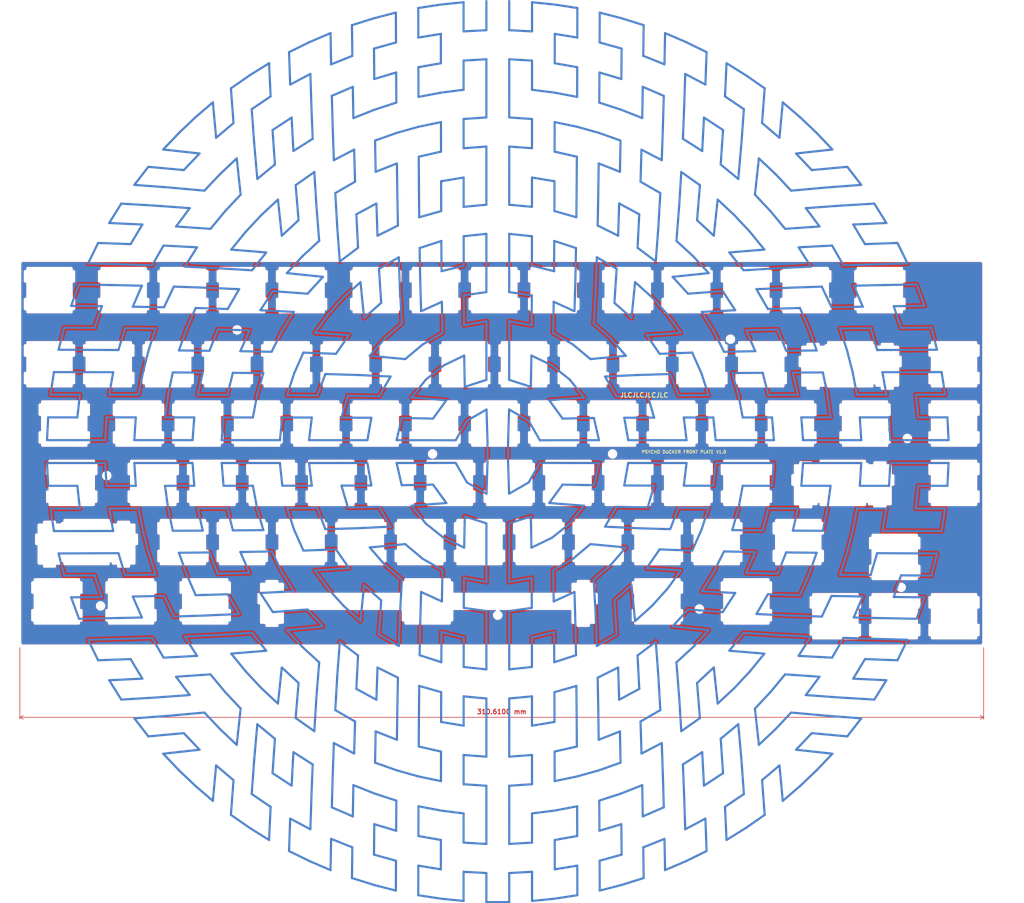
<source format=kicad_pcb>
(kicad_pcb (version 20240108) (generator "pcbnew") (generator_version "8.0")
  (layers (0 "F.Cu" signal) (31 "B.Cu" signal) (34 "B.Paste" user) (35 "F.Paste" user) (36 "B.SilkS" user "B.Silkscreen") (37 "F.SilkS" user "F.Silkscreen") (38 "B.Mask" user) (39 "F.Mask" user) (44 "Edge.Cuts" user))
  (net 0 "")
  (gr_circle (center 192.724866 132.072268) (end 193.774866 132.072268) (stroke (width 0.05)) (fill none) (layer "Edge.Cuts"))
  (gr_line (start 229.203918 106.067103) (end 229.203918 100.247433) (stroke (width 0.0079)) (layer "Edge.Cuts"))
  (gr_line (start 190.974704 96.133829) (end 176.92622 96.133829) (stroke (width 0.0079)) (layer "Edge.Cuts"))
  (gr_line (start 204.796421 116.250924) (end 204.796421 119.362039) (stroke (width 0.0079)) (layer "Edge.Cuts"))
  (gr_line (start 303.562247 167.524628) (end 317.608724 167.524628) (stroke (width 0.0079)) (layer "Edge.Cuts"))
  (gr_line (start 272.212285 185.635332) (end 273.013995 185.635332) (stroke (width 0.0079)) (layer "Edge.Cuts"))
  (gr_line (start 331.945181 138.476646) (end 332.746891 138.476646) (stroke (width 0.0079)) (layer "Edge.Cuts"))
  (gr_line (start 68.604877 144.296317) (end 68.604877 147.406028) (stroke (width 0.0079)) (layer "Edge.Cuts"))
  (gr_line (start 229.492895 144.296317) (end 228.689178 144.296317) (stroke (width 0.0079)) (layer "Edge.Cuts"))
  (gr_line (start 61.436879 73.244062) (end 61.436879 76.354575) (stroke (width 0.0079)) (layer "Edge.Cuts"))
  (gr_line (start 104.958973 116.250924) (end 104.958973 115.248436) (stroke (width 0.0079)) (layer "Edge.Cuts"))
  (gr_line (start 134.434399 109.176814) (end 134.434399 106.067103) (stroke (width 0.0079)) (layer "Edge.Cuts"))
  (gr_line (start 89.037157 166.520735) (end 89.037157 163.411024) (stroke (width 0.0079)) (layer "Edge.Cuts"))
  (gr_line (start 176.124511 97.136317) (end 176.124511 100.247433) (stroke (width 0.0079)) (layer "Edge.Cuts"))
  (gr_line (start 181.706377 157.591253) (end 181.706377 163.411024) (stroke (width 0.0079)) (layer "Edge.Cuts"))
  (gr_line (start 157.524142 86.287147) (end 157.524142 85.284759) (stroke (width 0.0079)) (layer "Edge.Cuts"))
  (gr_line (start 224.714744 115.248436) (end 224.714744 116.250924) (stroke (width 0.0079)) (layer "Edge.Cuts"))
  (gr_line (start 167.370924 72.24067) (end 167.370924 73.244062) (stroke (width 0.0079)) (layer "Edge.Cuts"))
  (gr_line (start 84.257201 135.365531) (end 83.45519 135.365531) (stroke (width 0.0079)) (layer "Edge.Cuts"))
  (gr_line (start 180.902661 163.411024) (end 180.902661 166.520735) (stroke (width 0.0079)) (layer "Edge.Cuts"))
  (gr_line (start 186.485531 116.250924) (end 185.681814 116.250924) (stroke (width 0.0079)) (layer "Edge.Cuts"))
  (gr_line (start 162.59177 167.524628) (end 176.63925 167.524628) (stroke (width 0.0079)) (layer "Edge.Cuts"))
  (gr_line (start 123.559241 82.174246) (end 123.559241 85.284759) (stroke (width 0.0079)) (layer "Edge.Cuts"))
  (gr_line (start 88.233842 153.47775) (end 74.186864 153.47775) (stroke (width 0.0079)) (layer "Edge.Cuts"))
  (gr_line (start 161.788054 157.591253) (end 162.59177 157.591253) (stroke (width 0.0079)) (layer "Edge.Cuts"))
  (gr_line (start 136.735276 177.307293) (end 136.735276 180.11699) (stroke (width 0.0079)) (layer "Edge.Cuts"))
  (gr_arc (start 369.319887 69.707107) (mid 370.027007 69.999993) (end 370.319887 70.707107) (stroke (width 0.0079)) (layer "Edge.Cuts"))
  (gr_line (start 124.362757 76.354575) (end 124.362757 82.174246) (stroke (width 0.0079)) (layer "Edge.Cuts"))
  (gr_line (start 339.113409 116.250924) (end 339.113409 115.248436) (stroke (width 0.0079)) (layer "Edge.Cuts"))
  (gr_line (start 66.215551 116.250924) (end 66.215551 119.362039) (stroke (width 0.0079)) (layer "Edge.Cuts"))
  (gr_line (start 204.796421 119.362039) (end 205.600138 119.362039) (stroke (width 0.0079)) (layer "Edge.Cuts"))
  (gr_line (start 238.761221 85.284759) (end 239.564938 85.284759) (stroke (width 0.0079)) (layer "Edge.Cuts"))
  (gr_line (start 158.326253 166.520735) (end 158.326253 163.411024) (stroke (width 0.0079)) (layer "Edge.Cuts"))
  (gr_line (start 258.164805 185.635332) (end 258.164805 186.639205) (stroke (width 0.0079)) (layer "Edge.Cuts"))
  (gr_line (start 253.386655 106.067103) (end 252.582938 106.067103) (stroke (width 0.0079)) (layer "Edge.Cuts"))
  (gr_line (start 219.131875 163.411024) (end 219.131875 166.520735) (stroke (width 0.0079)) (layer "Edge.Cuts"))
  (gr_line (start 277.279412 166.520735) (end 277.279412 167.524628) (stroke (width 0.0079)) (layer "Edge.Cuts"))
  (gr_line (start 195.753857 163.411024) (end 195.753857 157.591253) (stroke (width 0.0079)) (layer "Edge.Cuts"))
  (gr_line (start 248.607501 85.284759) (end 248.607501 86.287147) (stroke (width 0.0079)) (layer "Edge.Cuts"))
  (gr_line (start 184.094449 186.639205) (end 198.142932 186.639205) (stroke (width 0.0079)) (layer "Edge.Cuts"))
  (gr_line (start 84.257201 147.406028) (end 84.257201 144.296317) (stroke (width 0.0079)) (layer "Edge.Cuts"))
  (gr_line (start 224.425768 148.40982) (end 224.425768 147.406028) (stroke (width 0.0079)) (layer "Edge.Cuts"))
  (gr_line (start 198.142932 177.307293) (end 198.142932 176.70576) (stroke (width 0.0079)) (layer "Edge.Cuts"))
  (gr_line (start 120.097039 154.480138) (end 119.294928 154.480138) (stroke (width 0.0079)) (layer "Edge.Cuts"))
  (gr_line (start 205.600138 119.362039) (end 205.600138 125.18171) (stroke (width 0.0079)) (layer "Edge.Cuts"))
  (gr_line (start 134.434399 97.136317) (end 133.630883 97.136317) (stroke (width 0.0079)) (layer "Edge.Cuts"))
  (gr_line (start 201.335724 119.362039) (end 201.335724 116.250924) (stroke (width 0.0079)) (layer "Edge.Cuts"))
  (gr_line (start 330.357816 190.415368) (end 330.357816 187.304293) (stroke (width 0.0079)) (layer "Edge.Cuts"))
  (gr_line (start 229.203918 110.180606) (end 229.203918 109.176814) (stroke (width 0.0079)) (layer "Edge.Cuts"))
  (gr_line (start 152.74549 100.247433) (end 153.547601 100.247433) (stroke (width 0.0079)) (layer "Edge.Cuts"))
  (gr_line (start 248.318525 96.133829) (end 234.272048 96.133829) (stroke (width 0.0079)) (layer "Edge.Cuts"))
  (gr_line (start 64.62957 182.525631) (end 63.826225 182.525631) (stroke (width 0.0079)) (layer "Edge.Cuts"))
  (gr_line (start 349.472423 181.483107) (end 349.472423 178.374701) (stroke (width 0.0079)) (layer "Edge.Cuts"))
  (gr_line (start 139.293021 186.408274) (end 139.293021 187.391397) (stroke (width 0.0079)) (layer "Edge.Cuts"))
  (gr_line (start 139.293021 173.143921) (end 139.293021 174.066138) (stroke (width 0.0079)) (layer "Edge.Cuts"))
  (gr_line (start 267.722108 82.174246) (end 266.918392 82.174246) (stroke (width 0.0079)) (layer "Edge.Cuts"))
  (gr_line (start 329.845083 86.287147) (end 343.891559 86.287147) (stroke (width 0.0079)) (layer "Edge.Cuts"))
  (gr_line (start 248.318525 106.067103) (end 248.318525 100.247433) (stroke (width 0.0079)) (layer "Edge.Cuts"))
  (gr_line (start 282.058565 129.295213) (end 296.105042 129.295213) (stroke (width 0.0079)) (layer "Edge.Cuts"))
  (gr_line (start 344.695276 73.244062) (end 343.891559 73.244062) (stroke (width 0.0079)) (layer "Edge.Cuts"))
  (gr_line (start 244.67521 186.408274) (end 244.67521 180.11699) (stroke (width 0.0079)) (layer "Edge.Cuts"))
  (gr_line (start 200.532007 119.362039) (end 201.335724 119.362039) (stroke (width 0.0079)) (layer "Edge.Cuts"))
  (gr_line (start 238.761221 76.354575) (end 239.564938 76.354575) (stroke (width 0.0079)) (layer "Edge.Cuts"))
  (gr_line (start 223.911028 119.362039) (end 224.714744 119.362039) (stroke (width 0.0079)) (layer "Edge.Cuts"))
  (gr_line (start 118.780589 106.067103) (end 118.780589 109.176814) (stroke (width 0.0079)) (layer "Edge.Cuts"))
  (gr_line (start 320.800512 85.284759) (end 320.800512 82.174246) (stroke (width 0.0079)) (layer "Edge.Cuts"))
  (gr_line (start 349.472423 187.304293) (end 348.670713 187.304293) (stroke (width 0.0079)) (layer "Edge.Cuts"))
  (gr_line (start 219.646614 72.24067) (end 205.600138 72.24067) (stroke (width 0.0079)) (layer "Edge.Cuts"))
  (gr_line (start 200.532007 86.287147) (end 200.532007 85.284759) (stroke (width 0.0079)) (layer "Edge.Cuts"))
  (gr_line (start 343.891559 73.244062) (end 343.891559 72.24067) (stroke (width 0.0079)) (layer "Edge.Cuts"))
  (gr_line (start 119.294928 153.47775) (end 105.24815 153.47775) (stroke (width 0.0079)) (layer "Edge.Cuts"))
  (gr_line (start 224.425768 138.476646) (end 225.227478 138.476646) (stroke (width 0.0079)) (layer "Edge.Cuts"))
  (gr_line (start 85.330128 85.284759) (end 86.133543 85.284759) (stroke (width 0.0079)) (layer "Edge.Cuts"))
  (gr_line (start 152.74549 110.180606) (end 152.74549 109.176814) (stroke (width 0.0079)) (layer "Edge.Cuts"))
  (gr_line (start 343.466121 103.658662) (end 343.466121 100.848865) (stroke (width 0.0079)) (layer "Edge.Cuts"))
  (gr_line (start 115.319792 97.136317) (end 114.516276 97.136317) (stroke (width 0.0079)) (layer "Edge.Cuts"))
  (gr_line (start 229.492895 134.363043) (end 229.492895 135.365531) (stroke (width 0.0079)) (layer "Edge.Cuts"))
  (gr_line (start 282.571298 73.244062) (end 281.769589 73.244062) (stroke (width 0.0079)) (layer "Edge.Cuts"))
  (gr_line (start 184.094449 177.307293) (end 144.336167 177.307293) (stroke (width 0.0079)) (layer "Edge.Cuts"))
  (gr_line (start 176.92622 110.180606) (end 190.974704 110.180606) (stroke (width 0.0079)) (layer "Edge.Cuts"))
  (gr_line (start 143.991702 125.18171) (end 143.188187 125.18171) (stroke (width 0.0079)) (layer "Edge.Cuts"))
  (gr_line (start 282.571298 147.406028) (end 282.571298 144.296317) (stroke (width 0.0079)) (layer "Edge.Cuts"))
  (gr_line (start 157.009803 97.136317) (end 157.009803 100.247433) (stroke (width 0.0079)) (layer "Edge.Cuts"))
  (gr_line (start 62.240234 106.067103) (end 61.436879 106.067103) (stroke (width 0.0079)) (layer "Edge.Cuts"))
  (gr_line (start 237.901315 181.922793) (end 237.901315 186.408274) (stroke (width 0.0079)) (layer "Edge.Cuts"))
  (gr_line (start 68.604877 135.365531) (end 68.604877 138.476646) (stroke (width 0.0079)) (layer "Edge.Cuts"))
  (gr_line (start 273.013995 157.591253) (end 273.013995 154.480138) (stroke (width 0.0079)) (layer "Edge.Cuts"))
  (gr_line (start 219.935591 163.411024) (end 219.131875 163.411024) (stroke (width 0.0079)) (layer "Edge.Cuts"))
  (gr_line (start 76.287263 100.247433) (end 77.090578 100.247433) (stroke (width 0.0079)) (layer "Edge.Cuts"))
  (gr_line (start 308.766839 139.078079) (end 308.766839 141.887876) (stroke (width 0.0079)) (layer "Edge.Cuts"))
  (gr_line (start 353.73784 128.291421) (end 353.73784 129.295213) (stroke (width 0.0079)) (layer "Edge.Cuts"))
  (gr_line (start 109.223286 125.18171) (end 109.223286 128.291421) (stroke (width 0.0079)) (layer "Edge.Cuts"))
  (gr_line (start 142.673848 163.411024) (end 142.673848 166.520735) (stroke (width 0.0079)) (layer "Edge.Cuts"))
  (gr_line (start 104.444634 166.520735) (end 105.24815 166.520735) (stroke (width 0.0079)) (layer "Edge.Cuts"))
  (gr_line (start 112.416178 185.635332) (end 112.416178 186.639205) (stroke (width 0.0079)) (layer "Edge.Cuts"))
  (gr_line (start 223.911028 128.291421) (end 224.714744 128.291421) (stroke (width 0.0079)) (layer "Edge.Cuts"))
  (gr_line (start 162.302794 119.362039) (end 163.10651 119.362039) (stroke (width 0.0079)) (layer "Edge.Cuts"))
  (gr_line (start 79.479854 185.635332) (end 79.479854 182.525631) (stroke (width 0.0079)) (layer "Edge.Cuts"))
  (gr_line (start 171.345357 138.476646) (end 172.149074 138.476646) (stroke (width 0.0079)) (layer "Edge.Cuts"))
  (gr_line (start 223.911028 76.354575) (end 224.714744 76.354575) (stroke (width 0.0079)) (layer "Edge.Cuts"))
  (gr_line (start 100.469498 110.180606) (end 114.516276 110.180606) (stroke (width 0.0079)) (layer "Edge.Cuts"))
  (gr_line (start 287.351455 109.176814) (end 287.351455 106.067103) (stroke (width 0.0079)) (layer "Edge.Cuts"))
  (gr_line (start 219.646614 76.354575) (end 220.450331 76.354575) (stroke (width 0.0079)) (layer "Edge.Cuts"))
  (gr_line (start 262.943958 116.250924) (end 262.140242 116.250924) (stroke (width 0.0079)) (layer "Edge.Cuts"))
  (gr_line (start 147.966838 144.296317) (end 147.966838 138.476646) (stroke (width 0.0079)) (layer "Edge.Cuts"))
  (gr_line (start 348.670713 158.256402) (end 334.623233 158.256402) (stroke (width 0.0079)) (layer "Edge.Cuts"))
  (gr_line (start 139.211646 157.591253) (end 139.211646 154.480138) (stroke (width 0.0079)) (layer "Edge.Cuts"))
  (gr_line (start 96.536906 161.002383) (end 97.365206 161.002383) (stroke (width 0.0079)) (layer "Edge.Cuts"))
  (gr_line (start 300.884195 82.174246) (end 300.884195 76.354575) (stroke (width 0.0079)) (layer "Edge.Cuts"))
  (gr_line (start 95.401669 97.136317) (end 95.401669 96.133829) (stroke (width 0.0079)) (layer "Edge.Cuts"))
  (gr_line (start 205.311161 135.365531) (end 205.311161 134.363043) (stroke (width 0.0079)) (layer "Edge.Cuts"))
  (gr_line (start 167.370924 129.295213) (end 181.4174 129.295213) (stroke (width 0.0079)) (layer "Edge.Cuts"))
  (gr_line (start 317.896697 138.476646) (end 317.896697 139.078079) (stroke (width 0.0079)) (layer "Edge.Cuts"))
  (gr_line (start 225.227478 147.406028) (end 225.227478 144.296317) (stroke (width 0.0079)) (layer "Edge.Cuts"))
  (gr_line (start 316.023366 128.291421) (end 316.023366 125.18171) (stroke (width 0.0079)) (layer "Edge.Cuts"))
  (gr_line (start 247.803785 73.244062) (end 247.803785 76.354575) (stroke (width 0.0079)) (layer "Edge.Cuts"))
  (gr_line (start 90.108779 128.291421) (end 90.912195 128.291421) (stroke (width 0.0079)) (layer "Edge.Cuts"))
  (gr_line (start 272.212285 167.524628) (end 272.212285 166.520735) (stroke (width 0.0079)) (layer "Edge.Cuts"))
  (gr_line (start 335.2052 135.837025) (end 333.474349 135.837025) (stroke (width 0.0079)) (layer "Edge.Cuts"))
  (gr_line (start 238.761221 125.18171) (end 238.761221 119.362039) (stroke (width 0.0079)) (layer "Edge.Cuts"))
  (gr_line (start 89.037157 157.591253) (end 89.037157 154.480138) (stroke (width 0.0079)) (layer "Edge.Cuts"))
  (gr_line (start 167.370924 82.174246) (end 166.567207 82.174246) (stroke (width 0.0079)) (layer "Edge.Cuts"))
  (gr_line (start 210.378288 138.476646) (end 210.378288 144.296317) (stroke (width 0.0079)) (layer "Edge.Cuts"))
  (gr_line (start 210.378288 147.406028) (end 210.378288 148.40982) (stroke (width 0.0079)) (layer "Edge.Cuts"))
  (gr_line (start 153.034667 147.406028) (end 153.034667 148.40982) (stroke (width 0.0079)) (layer "Edge.Cuts"))
  (gr_line (start 214.868464 166.520735) (end 215.670174 166.520735) (stroke (width 0.0079)) (layer "Edge.Cuts"))
  (gr_line (start 157.524142 73.244062) (end 157.524142 72.24067) (stroke (width 0.0079)) (layer "Edge.Cuts"))
  (gr_line (start 300.884195 134.363043) (end 286.836715 134.363043) (stroke (width 0.0079)) (layer "Edge.Cuts"))
  (gr_line (start 64.62957 176.70576) (end 64.62957 182.525631) (stroke (width 0.0079)) (layer "Edge.Cuts"))
  (gr_line (start 153.034667 148.40982) (end 167.081947 148.40982) (stroke (width 0.0079)) (layer "Edge.Cuts"))
  (gr_line (start 239.050198 153.47775) (end 239.050198 154.480138) (stroke (width 0.0079)) (layer "Edge.Cuts"))
  (gr_line (start 209.574571 138.476646) (end 210.378288 138.476646) (stroke (width 0.0079)) (layer "Edge.Cuts"))
  (gr_line (start 313.713558 97.607811) (end 311.984715 97.607811) (stroke (width 0.0079)) (layer "Edge.Cuts"))
  (gr_line (start 105.24815 163.411024) (end 104.444634 163.411024) (stroke (width 0.0079)) (layer "Edge.Cuts"))
  (gr_line (start 97.365206 158.192686) (end 96.536906 158.192686) (stroke (width 0.0079)) (layer "Edge.Cuts"))
  (gr_line (start 176.124511 109.176814) (end 176.92622 109.176814) (stroke (width 0.0079)) (layer "Edge.Cuts"))
  (gr_line (start 119.584105 106.067103) (end 118.780589 106.067103) (stroke (width 0.0079)) (layer "Edge.Cuts"))
  (gr_line (start 334.623233 191.417846) (end 348.670713 191.417846) (stroke (width 0.0079)) (layer "Edge.Cuts"))
  (gr_line (start 200.017268 163.411024) (end 200.017268 166.520735) (stroke (width 0.0079)) (layer "Edge.Cuts"))
  (gr_line (start 329.556106 178.374701) (end 329.556106 177.370908) (stroke (width 0.0079)) (layer "Edge.Cuts"))
  (gr_line (start 316.023366 116.250924) (end 315.219649 116.250924) (stroke (width 0.0079)) (layer "Edge.Cuts"))
  (gr_line (start 253.097678 167.524628) (end 253.097678 166.520735) (stroke (width 0.0079)) (layer "Edge.Cuts"))
  (gr_line (start 286.032999 82.174246) (end 286.032999 85.284759) (stroke (width 0.0079)) (layer "Edge.Cuts"))
  (gr_line (start 166.567207 119.362039) (end 167.370924 119.362039) (stroke (width 0.0079)) (layer "Edge.Cuts"))
  (gr_line (start 229.203918 97.136317) (end 229.203918 96.133829) (stroke (width 0.0079)) (layer "Edge.Cuts"))
  (gr_line (start 277.794152 128.291421) (end 277.794152 125.18171) (stroke (width 0.0079)) (layer "Edge.Cuts"))
  (gr_line (start 219.935591 157.591253) (end 219.935591 163.411024) (stroke (width 0.0079)) (layer "Edge.Cuts"))
  (gr_line (start 253.899388 166.520735) (end 253.899388 163.411024) (stroke (width 0.0079)) (layer "Edge.Cuts"))
  (gr_line (start 115.319792 100.247433) (end 115.319792 97.136317) (stroke (width 0.0079)) (layer "Edge.Cuts"))
  (gr_line (start 80.551476 97.136317) (end 80.551476 100.247433) (stroke (width 0.0079)) (layer "Edge.Cuts"))
  (gr_line (start 114.516276 100.247433) (end 115.319792 100.247433) (stroke (width 0.0079)) (layer "Edge.Cuts"))
  (gr_line (start 120.097039 82.174246) (end 119.294928 82.174246) (stroke (width 0.0079)) (layer "Edge.Cuts"))
  (gr_line (start 247.803785 144.296317) (end 247.803785 147.406028) (stroke (width 0.0079)) (layer "Edge.Cuts"))
  (gr_line (start 367.78532 191.417846) (end 367.78532 190.415368) (stroke (width 0.0079)) (layer "Edge.Cuts"))
  (gr_line (start 291.615869 100.247433) (end 291.615869 106.067103) (stroke (width 0.0079)) (layer "Edge.Cuts"))
  (gr_line (start 257.875828 125.18171) (end 257.875828 119.362039) (stroke (width 0.0079)) (layer "Edge.Cuts"))
  (gr_line (start 340.90647 97.607811) (end 340.90647 96.685393) (stroke (width 0.0079)) (layer "Edge.Cuts"))
  (gr_line (start 277.279412 163.411024) (end 276.475695 163.411024) (stroke (width 0.0079)) (layer "Edge.Cuts"))
  (gr_line (start 162.59177 153.47775) (end 162.59177 154.480138) (stroke (width 0.0079)) (layer "Edge.Cuts"))
  (gr_line (start 95.690847 138.476646) (end 95.690847 144.296317) (stroke (width 0.0079)) (layer "Edge.Cuts"))
  (gr_line (start 316.367529 135.837025) (end 314.634672 135.837025) (stroke (width 0.0079)) (layer "Edge.Cuts"))
  (gr_line (start 262.943958 119.362039) (end 262.943958 125.18171) (stroke (width 0.0079)) (layer "Edge.Cuts"))
  (gr_line (start 333.819516 181.483107) (end 334.623233 181.483107) (stroke (width 0.0079)) (layer "Edge.Cuts"))
  (gr_line (start 238.761221 86.287147) (end 238.761221 85.284759) (stroke (width 0.0079)) (layer "Edge.Cuts"))
  (gr_line (start 119.584105 97.136317) (end 118.780589 97.136317) (stroke (width 0.0079)) (layer "Edge.Cuts"))
  (gr_line (start 112.416178 176.70576) (end 112.416178 182.525631) (stroke (width 0.0079)) (layer "Edge.Cuts"))
  (gr_line (start 342.63732 109.949826) (end 342.63732 103.658662) (stroke (width 0.0079)) (layer "Edge.Cuts"))
  (gr_line (start 353.73784 177.370908) (end 353.73784 178.374701) (stroke (width 0.0079)) (layer "Edge.Cuts"))
  (gr_line (start 303.562247 163.411024) (end 302.758531 163.411024) (stroke (width 0.0079)) (layer "Edge.Cuts"))
  (gr_line (start 139.211646 154.480138) (end 138.409535 154.480138) (stroke (width 0.0079)) (layer "Edge.Cuts"))
  (gr_line (start 320.287779 110.180606) (end 334.334256 110.180606) (stroke (width 0.0079)) (layer "Edge.Cuts"))
  (gr_line (start 209.574571 144.296317) (end 209.574571 147.406028) (stroke (width 0.0079)) (layer "Edge.Cuts"))
  (gr_line (start 332.746891 138.476646) (end 332.746891 135.365531) (stroke (width 0.0079)) (layer "Edge.Cuts"))
  (gr_line (start 247.803785 76.354575) (end 248.607501 76.354575) (stroke (width 0.0079)) (layer "Edge.Cuts"))
  (gr_line (start 223.911028 116.250924) (end 223.911028 119.362039) (stroke (width 0.0079)) (layer "Edge.Cuts"))
  (gr_line (start 139.211646 163.411024) (end 138.409535 163.411024) (stroke (width 0.0079)) (layer "Edge.Cuts"))
  (gr_line (start 81.867825 116.250924) (end 81.065915 116.250924) (stroke (width 0.0079)) (layer "Edge.Cuts"))
  (gr_line (start 96.205185 97.136317) (end 95.401669 97.136317) (stroke (width 0.0079)) (layer "Edge.Cuts"))
  (gr_line (start 167.370924 116.250924) (end 166.567207 116.250924) (stroke (width 0.0079)) (layer "Edge.Cuts"))
  (gr_line (start 238.761221 72.24067) (end 224.714744 72.24067) (stroke (width 0.0079)) (layer "Edge.Cuts"))
  (gr_line (start 81.867825 119.362039) (end 81.867825 116.250924) (stroke (width 0.0079)) (layer "Edge.Cuts"))
  (gr_line (start 171.860097 96.133829) (end 157.811914 96.133829) (stroke (width 0.0079)) (layer "Edge.Cuts"))
  (gr_line (start 76.287263 85.284759) (end 77.090578 85.284759) (stroke (width 0.0079)) (layer "Edge.Cuts"))
  (gr_line (start 205.600138 73.244062) (end 204.796421 73.244062) (stroke (width 0.0079)) (layer "Edge.Cuts"))
  (gr_line (start 305.951322 82.174246) (end 305.147606 82.174246) (stroke (width 0.0079)) (layer "Edge.Cuts"))
  (gr_line (start 147.4525 125.18171) (end 147.4525 128.291421) (stroke (width 0.0079)) (layer "Edge.Cuts"))
  (gr_line (start 114.516276 97.136317) (end 114.516276 96.133829) (stroke (width 0.0079)) (layer "Edge.Cuts"))
  (gr_line (start 138.698712 97.136317) (end 137.895196 97.136317) (stroke (width 0.0079)) (layer "Edge.Cuts"))
  (gr_line (start 186.485531 76.354575) (end 186.485531 82.174246) (stroke (width 0.0079)) (layer "Edge.Cuts"))
  (gr_line (start 333.819516 187.304293) (end 333.819516 190.415368) (stroke (width 0.0079)) (layer "Edge.Cuts"))
  (gr_line (start 219.935591 153.47775) (end 219.935591 154.480138) (stroke (width 0.0079)) (layer "Edge.Cuts"))
  (gr_line (start 267.722108 73.244062) (end 266.918392 73.244062) (stroke (width 0.0079)) (layer "Edge.Cuts"))
  (gr_line (start 248.318525 97.136317) (end 248.318525 96.133829) (stroke (width 0.0079)) (layer "Edge.Cuts"))
  (gr_line (start 158.326253 82.174246) (end 157.524142 82.174246) (stroke (width 0.0079)) (layer "Edge.Cuts"))
  (gr_line (start 367.78532 96.133829) (end 353.73784 96.133829) (stroke (width 0.0079)) (layer "Edge.Cuts"))
  (gr_line (start 95.690847 135.365531) (end 94.887431 135.365531) (stroke (width 0.0079)) (layer "Edge.Cuts"))
  (gr_line (start 95.690847 148.40982) (end 109.737624 148.40982) (stroke (width 0.0079)) (layer "Edge.Cuts"))
  (gr_line (start 287.351455 106.067103) (end 286.547739 106.067103) (stroke (width 0.0079)) (layer "Edge.Cuts"))
  (gr_line (start 262.654982 138.476646) (end 263.456691 138.476646) (stroke (width 0.0079)) (layer "Edge.Cuts"))
  (gr_line (start 74.186864 154.480138) (end 73.383549 154.480138) (stroke (width 0.0079)) (layer "Edge.Cuts"))
  (gr_line (start 325.065929 115.248436) (end 325.065929 116.250924) (stroke (width 0.0079)) (layer "Edge.Cuts"))
  (gr_line (start 300.884195 138.476646) (end 301.685905 138.476646) (stroke (width 0.0079)) (layer "Edge.Cuts"))
  (gr_line (start 334.334256 96.133829) (end 320.287779 96.133829) (stroke (width 0.0079)) (layer "Edge.Cuts"))
  (gr_line (start 205.600138 86.287147) (end 219.646614 86.287147) (stroke (width 0.0079)) (layer "Edge.Cuts"))
  (gr_line (start 329.041366 82.174246) (end 329.041366 85.284759) (stroke (width 0.0079)) (layer "Edge.Cuts"))
  (gr_line (start 152.74549 96.133829) (end 138.698712 96.133829) (stroke (width 0.0079)) (layer "Edge.Cuts"))
  (gr_line (start 94.887431 144.296317) (end 94.887431 147.406028) (stroke (width 0.0079)) (layer "Edge.Cuts"))
  (gr_line (start 186.485531 85.284759) (end 186.485531 86.287147) (stroke (width 0.0079)) (layer "Edge.Cuts"))
  (gr_line (start 243.025635 119.362039) (end 243.829351 119.362039) (stroke (width 0.0079)) (layer "Edge.Cuts"))
  (gr_line (start 96.536906 154.951631) (end 94.805855 154.951631) (stroke (width 0.0079)) (layer "Edge.Cuts"))
  (gr_line (start 271.697545 106.067103) (end 271.697545 109.176814) (stroke (width 0.0079)) (layer "Edge.Cuts"))
  (gr_line (start 239.632165 187.391397) (end 242.94436 187.391397) (stroke (width 0.0079)) (layer "Edge.Cuts"))
  (gr_line (start 171.860097 97.136317) (end 171.860097 96.133829) (stroke (width 0.0079)) (layer "Edge.Cuts"))
  (gr_line (start 367.78532 144.296317) (end 367.78532 138.476646) (stroke (width 0.0079)) (layer "Edge.Cuts"))
  (gr_line (start 317.092981 144.296317) (end 317.092981 147.406028) (stroke (width 0.0079)) (layer "Edge.Cuts"))
  (gr_line (start 305.662346 106.067103) (end 305.662346 100.247433) (stroke (width 0.0079)) (layer "Edge.Cuts"))
  (gr_line (start 86.133543 72.24067) (end 86.133543 73.244062) (stroke (width 0.0079)) (layer "Edge.Cuts"))
  (gr_line (start 248.607501 72.24067) (end 248.607501 73.244062) (stroke (width 0.0079)) (layer "Edge.Cuts"))
  (gr_line (start 215.157441 109.176814) (end 215.157441 110.180606) (stroke (width 0.0079)) (layer "Edge.Cuts"))
  (gr_line (start 162.59177 166.520735) (end 162.59177 167.524628) (stroke (width 0.0079)) (layer "Edge.Cuts"))
  (gr_line (start 129.141409 125.18171) (end 128.337893 125.18171) (stroke (width 0.0079)) (layer "Edge.Cuts"))
  (gr_line (start 88.233842 162.808186) (end 89.764516 162.808186) (stroke (width 0.0079)) (layer "Edge.Cuts"))
  (gr_line (start 353.73784 106.067103) (end 352.934123 106.067103) (stroke (width 0.0079)) (layer "Edge.Cuts"))
  (gr_line (start 176.92622 96.133829) (end 176.92622 97.136317) (stroke (width 0.0079)) (layer "Edge.Cuts"))
  (gr_line (start 200.532007 115.248436) (end 186.485531 115.248436) (stroke (width 0.0079)) (layer "Edge.Cuts"))
  (gr_line (start 253.899388 163.411024) (end 253.097678 163.411024) (stroke (width 0.0079)) (layer "Edge.Cuts"))
  (gr_line (start 133.116545 144.296317) (end 133.116545 147.406028) (stroke (width 0.0079)) (layer "Edge.Cuts"))
  (gr_line (start 268.236848 106.067103) (end 267.433132 106.067103) (stroke (width 0.0079)) (layer "Edge.Cuts"))
  (gr_line (start 263.456691 73.244062) (end 262.654982 73.244062) (stroke (width 0.0079)) (layer "Edge.Cuts"))
  (gr_line (start 210.378288 144.296317) (end 209.574571 144.296317) (stroke (width 0.0079)) (layer "Edge.Cuts"))
  (gr_line (start 200.017268 157.591253) (end 200.820984 157.591253) (stroke (width 0.0079)) (layer "Edge.Cuts"))
  (gr_line (start 353.73784 116.250924) (end 352.934123 116.250924) (stroke (width 0.0079)) (layer "Edge.Cuts"))
  (gr_line (start 81.354891 106.067103) (end 80.551476 106.067103) (stroke (width 0.0079)) (layer "Edge.Cuts"))
  (gr_line (start 317.608724 157.591253) (end 318.412441 157.591253) (stroke (width 0.0079)) (layer "Edge.Cuts"))
  (gr_line (start 72.65619 167.293647) (end 72.65619 162.808186) (stroke (width 0.0079)) (layer "Edge.Cuts"))
  (gr_line (start 267.722108 148.40982) (end 281.769589 148.40982) (stroke (width 0.0079)) (layer "Edge.Cuts"))
  (gr_line (start 104.444634 73.244062) (end 104.444634 76.354575) (stroke (width 0.0079)) (layer "Edge.Cuts"))
  (gr_line (start 198.142932 186.639205) (end 198.142932 185.635332) (stroke (width 0.0079)) (layer "Edge.Cuts"))
  (gr_line (start 219.646614 82.174246) (end 219.646614 76.354575) (stroke (width 0.0079)) (layer "Edge.Cuts"))
  (gr_line (start 215.157441 110.180606) (end 229.203918 110.180606) (stroke (width 0.0079)) (layer "Edge.Cuts"))
  (gr_line (start 148.768949 147.406028) (end 148.768949 144.296317) (stroke (width 0.0079)) (layer "Edge.Cuts"))
  (gr_line (start 110.026802 128.291421) (end 110.026802 129.295213) (stroke (width 0.0079)) (layer "Edge.Cuts"))
  (gr_line (start 267.722108 144.296317) (end 266.918392 144.296317) (stroke (width 0.0079)) (layer "Edge.Cuts"))
  (gr_line (start 105.24815 166.520735) (end 105.24815 167.524628) (stroke (width 0.0079)) (layer "Edge.Cuts"))
  (gr_line (start 305.662346 97.136317) (end 305.662346 96.133829) (stroke (width 0.0079)) (layer "Edge.Cuts"))
  (gr_line (start 99.665983 100.247433) (end 100.469498 100.247433) (stroke (width 0.0079)) (layer "Edge.Cuts"))
  (gr_line (start 190.974704 109.176814) (end 191.77842 109.176814) (stroke (width 0.0079)) (layer "Edge.Cuts"))
  (gr_line (start 195.239118 106.067103) (end 195.239118 109.176814) (stroke (width 0.0079)) (layer "Edge.Cuts"))
  (gr_line (start 143.477364 85.284759) (end 143.477364 86.287147) (stroke (width 0.0079)) (layer "Edge.Cuts"))
  (gr_line (start 181.706377 154.480138) (end 180.902661 154.480138) (stroke (width 0.0079)) (layer "Edge.Cuts"))
  (gr_line (start 333.819516 168.189676) (end 333.819516 171.300791) (stroke (width 0.0079)) (layer "Edge.Cuts"))
  (gr_line (start 367.78532 100.247433) (end 368.58703 100.247433) (stroke (width 0.0079)) (layer "Edge.Cuts"))
  (gr_line (start 314.634672 134.914607) (end 311.324483 134.914607) (stroke (width 0.0079)) (layer "Edge.Cuts"))
  (gr_line (start 64.62957 186.639205) (end 78.676539 186.639205) (stroke (width 0.0079)) (layer "Edge.Cuts"))
  (gr_line (start 167.883657 147.406028) (end 167.883657 144.296317) (stroke (width 0.0079)) (layer "Edge.Cuts"))
  (gr_circle (center 345.724866 127.072268) (end 346.774866 127.072268) (stroke (width 0.05)) (fill none) (layer "Edge.Cuts"))
  (gr_line (start 301.685905 135.365531) (end 300.884195 135.365531) (stroke (width 0.0079)) (layer "Edge.Cuts"))
  (gr_line (start 253.899388 157.591253) (end 253.899388 154.480138) (stroke (width 0.0079)) (layer "Edge.Cuts"))
  (gr_line (start 253.386655 109.176814) (end 253.386655 110.180606) (stroke (width 0.0079)) (layer "Edge.Cuts"))
  (gr_line (start 296.908759 125.18171) (end 296.105042 125.18171) (stroke (width 0.0079)) (layer "Edge.Cuts"))
  (gr_line (start 62.240234 100.247433) (end 62.240234 106.067103) (stroke (width 0.0079)) (layer "Edge.Cuts"))
  (gr_line (start 123.559241 166.520735) (end 124.362757 166.520735) (stroke (width 0.0079)) (layer "Edge.Cuts"))
  (gr_line (start 205.600138 72.24067) (end 205.600138 73.244062) (stroke (width 0.0079)) (layer "Edge.Cuts"))
  (gr_line (start 112.416178 182.525631) (end 111.612662 182.525631) (stroke (width 0.0079)) (layer "Edge.Cuts"))
  (gr_line (start 200.532007 125.18171) (end 200.532007 119.362039) (stroke (width 0.0079)) (layer "Edge.Cuts"))
  (gr_line (start 114.805454 134.363043) (end 114.805454 135.365531) (stroke (width 0.0079)) (layer "Edge.Cuts"))
  (gr_line (start 317.896697 147.406028) (end 317.896697 148.40982) (stroke (width 0.0079)) (layer "Edge.Cuts"))
  (gr_line (start 83.45519 138.476646) (end 84.257201 138.476646) (stroke (width 0.0079)) (layer "Edge.Cuts"))
  (gr_line (start 119.584105 110.180606) (end 133.630883 110.180606) (stroke (width 0.0079)) (layer "Edge.Cuts"))
  (gr_line (start 167.081947 148.40982) (end 167.081947 147.406028) (stroke (width 0.0079)) (layer "Edge.Cuts"))
  (gr_line (start 80.551476 106.067103) (end 80.551476 109.176814) (stroke (width 0.0079)) (layer "Edge.Cuts"))
  (gr_line (start 109.737624 138.476646) (end 110.539736 138.476646) (stroke (width 0.0079)) (layer "Edge.Cuts"))
  (gr_line (start 109.737624 148.40982) (end 109.737624 147.406028) (stroke (width 0.0079)) (layer "Edge.Cuts"))
  (gr_line (start 305.951322 73.244062) (end 305.147606 73.244062) (stroke (width 0.0079)) (layer "Edge.Cuts"))
  (gr_line (start 238.761221 119.362039) (end 239.564938 119.362039) (stroke (width 0.0079)) (layer "Edge.Cuts"))
  (gr_line (start 162.302794 129.295213) (end 162.302794 128.291421) (stroke (width 0.0079)) (layer "Edge.Cuts"))
  (gr_line (start 253.097678 157.591253) (end 253.899388 157.591253) (stroke (width 0.0079)) (layer "Edge.Cuts"))
  (gr_line (start 76.287263 110.180606) (end 76.287263 109.176814) (stroke (width 0.0079)) (layer "Edge.Cuts"))
  (gr_line (start 272.212285 173.594644) (end 272.212285 172.592256) (stroke (width 0.0079)) (layer "Edge.Cuts"))
  (gr_line (start 67.61484 167.293647) (end 67.61484 168.27677) (stroke (width 0.0079)) (layer "Edge.Cuts"))
  (gr_line (start 325.065929 125.18171) (end 324.262213 125.18171) (stroke (width 0.0079)) (layer "Edge.Cuts"))
  (gr_line (start 205.311161 138.476646) (end 206.112871 138.476646) (stroke (width 0.0079)) (layer "Edge.Cuts"))
  (gr_line (start 300.884195 176.70576) (end 301.685905 176.70576) (stroke (width 0.0079)) (layer "Edge.Cuts"))
  (gr_line (start 220.450331 119.362039) (end 220.450331 116.250924) (stroke (width 0.0079)) (layer "Edge.Cuts"))
  (gr_line (start 253.097678 166.520735) (end 253.899388 166.520735) (stroke (width 0.0079)) (layer "Edge.Cuts"))
  (gr_line (start 353.73784 144.296317) (end 352.934123 144.296317) (stroke (width 0.0079)) (layer "Edge.Cuts"))
  (gr_line (start 65.883699 158.192686) (end 65.05543 158.192686) (stroke (width 0.0079)) (layer "Edge.Cuts"))
  (gr_line (start 205.600138 85.284759) (end 205.600138 86.287147) (stroke (width 0.0079)) (layer "Edge.Cuts"))
  (gr_line (start 281.769589 147.406028) (end 282.571298 147.406028) (stroke (width 0.0079)) (layer "Edge.Cuts"))
  (gr_line (start 200.532007 76.354575) (end 201.335724 76.354575) (stroke (width 0.0079)) (layer "Edge.Cuts"))
  (gr_line (start 70.925039 167.293647) (end 72.65619 167.293647) (stroke (width 0.0079)) (layer "Edge.Cuts"))
  (gr_line (start 329.041366 73.244062) (end 329.041366 76.354575) (stroke (width 0.0079)) (layer "Edge.Cuts"))
  (gr_line (start 94.805855 168.27677) (end 94.805855 167.293647) (stroke (width 0.0079)) (layer "Edge.Cuts"))
  (gr_line (start 318.412441 166.520735) (end 318.412441 163.411024) (stroke (width 0.0079)) (layer "Edge.Cuts"))
  (gr_line (start 69.406837 135.365531) (end 68.604877 135.365531) (stroke (width 0.0079)) (layer "Edge.Cuts"))
  (gr_line (start 119.294928 154.480138) (end 119.294928 153.47775) (stroke (width 0.0079)) (layer "Edge.Cuts"))
  (gr_line (start 185.681814 73.244062) (end 185.681814 76.354575) (stroke (width 0.0079)) (layer "Edge.Cuts"))
  (gr_line (start 182.221117 73.244062) (end 181.4174 73.244062) (stroke (width 0.0079)) (layer "Edge.Cuts"))
  (gr_line (start 335.2052 134.914607) (end 335.2052 135.837025) (stroke (width 0.0079)) (layer "Edge.Cuts"))
  (gr_line (start 252.582938 97.136317) (end 252.582938 100.247433) (stroke (width 0.0079)) (layer "Edge.Cuts"))
  (gr_line (start 311.984715 109.949826) (end 313.713558 109.949826) (stroke (width 0.0079)) (layer "Edge.Cuts"))
  (gr_line (start 247.803785 138.476646) (end 248.607501 138.476646) (stroke (width 0.0079)) (layer "Edge.Cuts"))
  (gr_line (start 334.623233 168.189676) (end 333.819516 168.189676) (stroke (width 0.0079)) (layer "Edge.Cuts"))
  (gr_line (start 282.058565 128.291421) (end 282.058565 129.295213) (stroke (width 0.0079)) (layer "Edge.Cuts"))
  (gr_line (start 181.4174 72.24067) (end 167.370924 72.24067) (stroke (width 0.0079)) (layer "Edge.Cuts"))
  (gr_line (start 303.562247 157.591253) (end 303.562247 163.411024) (stroke (width 0.0079)) (layer "Edge.Cuts"))
  (gr_line (start 167.370924 85.284759) (end 167.370924 86.287147) (stroke (width 0.0079)) (layer "Edge.Cuts"))
  (gr_line (start 305.662346 100.247433) (end 306.466062 100.247433) (stroke (width 0.0079)) (layer "Edge.Cuts"))
  (gr_line (start 281.769589 135.365531) (end 281.769589 134.363043) (stroke (width 0.0079)) (layer "Edge.Cuts"))
  (gr_line (start 119.294928 82.174246) (end 119.294928 76.354575) (stroke (width 0.0079)) (layer "Edge.Cuts"))
  (gr_line (start 100.180321 86.287147) (end 100.180321 85.284759) (stroke (width 0.0079)) (layer "Edge.Cuts"))
  (gr_line (start 368.58703 187.304293) (end 367.78532 187.304293) (stroke (width 0.0079)) (layer "Edge.Cuts"))
  (gr_line (start 100.180321 72.24067) (end 86.133543 72.24067) (stroke (width 0.0079)) (layer "Edge.Cuts"))
  (gr_line (start 139.211646 76.354575) (end 139.211646 73.244062) (stroke (width 0.0079)) (layer "Edge.Cuts"))
  (gr_line (start 368.58703 119.362039) (end 368.58703 116.250924) (stroke (width 0.0079)) (layer "Edge.Cuts"))
  (gr_line (start 262.140242 119.362039) (end 262.943958 119.362039) (stroke (width 0.0079)) (layer "Edge.Cuts"))
  (gr_line (start 253.097678 154.480138) (end 253.097678 153.47775) (stroke (width 0.0079)) (layer "Edge.Cuts"))
  (gr_line (start 171.345357 147.406028) (end 172.149074 147.406028) (stroke (width 0.0079)) (layer "Edge.Cuts"))
  (gr_line (start 263.456691 85.284759) (end 263.456691 82.174246) (stroke (width 0.0079)) (layer "Edge.Cuts"))
  (gr_line (start 105.762489 128.291421) (end 105.762489 125.18171) (stroke (width 0.0079)) (layer "Edge.Cuts"))
  (gr_line (start 281.769589 73.244062) (end 281.769589 72.24067) (stroke (width 0.0079)) (layer "Edge.Cuts"))
  (gr_line (start 180.902661 154.480138) (end 180.902661 157.591253) (stroke (width 0.0079)) (layer "Edge.Cuts"))
  (gr_line (start 272.212285 154.480138) (end 272.212285 153.47775) (stroke (width 0.0079)) (layer "Edge.Cuts"))
  (gr_line (start 77.090578 100.247433) (end 77.090578 97.136317) (stroke (width 0.0079)) (layer "Edge.Cuts"))
  (gr_line (start 158.326253 157.591253) (end 158.326253 154.480138) (stroke (width 0.0079)) (layer "Edge.Cuts"))
  (gr_line (start 94.887431 135.365531) (end 94.887431 138.476646) (stroke (width 0.0079)) (layer "Edge.Cuts"))
  (gr_line (start 286.836715 176.70576) (end 286.836715 182.525631) (stroke (width 0.0079)) (layer "Edge.Cuts"))
  (gr_line (start 315.508626 178.374701) (end 314.704909 178.374701) (stroke (width 0.0079)) (layer "Edge.Cuts"))
  (gr_line (start 147.966838 147.406028) (end 148.768949 147.406028) (stroke (width 0.0079)) (layer "Edge.Cuts"))
  (gr_line (start 296.908759 128.291421) (end 296.908759 125.18171) (stroke (width 0.0079)) (layer "Edge.Cuts"))
  (gr_line (start 302.758531 163.411024) (end 302.758531 166.520735) (stroke (width 0.0079)) (layer "Edge.Cuts"))
  (gr_line (start 185.681814 125.18171) (end 185.681814 128.291421) (stroke (width 0.0079)) (layer "Edge.Cuts"))
  (gr_line (start 234.272048 97.136317) (end 233.468331 97.136317) (stroke (width 0.0079)) (layer "Edge.Cuts"))
  (gr_line (start 267.433132 97.136317) (end 267.433132 96.133829) (stroke (width 0.0079)) (layer "Edge.Cuts"))
  (gr_line (start 291.615869 109.176814) (end 291.615869 110.180606) (stroke (width 0.0079)) (layer "Edge.Cuts"))
  (gr_line (start 224.714744 128.291421) (end 224.714744 129.295213) (stroke (width 0.0079)) (layer "Edge.Cuts"))
  (gr_line (start 136.735276 180.11699) (end 137.562171 180.11699) (stroke (width 0.0079)) (layer "Edge.Cuts"))
  (gr_line (start 300.884195 148.40982) (end 300.884195 147.406028) (stroke (width 0.0079)) (layer "Edge.Cuts"))
  (gr_line (start 76.287263 86.287147) (end 76.287263 85.284759) (stroke (width 0.0079)) (layer "Edge.Cuts"))
  (gr_line (start 343.891559 86.287147) (end 343.891559 85.284759) (stroke (width 0.0079)) (layer "Edge.Cuts"))
  (gr_line (start 272.212285 176.70576) (end 273.013995 176.70576) (stroke (width 0.0079)) (layer "Edge.Cuts"))
  (gr_line (start 119.584105 100.247433) (end 119.584105 106.067103) (stroke (width 0.0079)) (layer "Edge.Cuts"))
  (gr_line (start 352.934123 144.296317) (end 352.934123 147.406028) (stroke (width 0.0079)) (layer "Edge.Cuts"))
  (gr_line (start 317.896697 144.296317) (end 317.092981 144.296317) (stroke (width 0.0079)) (layer "Edge.Cuts"))
  (gr_line (start 124.877096 119.362039) (end 124.877096 116.250924) (stroke (width 0.0079)) (layer "Edge.Cuts"))
  (gr_line (start 262.654982 86.287147) (end 262.654982 85.284759) (stroke (width 0.0079)) (layer "Edge.Cuts"))
  (gr_line (start 180.902661 166.520735) (end 181.706377 166.520735) (stroke (width 0.0079)) (layer "Edge.Cuts"))
  (gr_line (start 282.058565 116.250924) (end 281.254849 116.250924) (stroke (width 0.0079)) (layer "Edge.Cuts"))
  (gr_line (start 263.456691 147.406028) (end 263.456691 144.296317) (stroke (width 0.0079)) (layer "Edge.Cuts"))
  (gr_line (start 204.796421 85.284759) (end 205.600138 85.284759) (stroke (width 0.0079)) (layer "Edge.Cuts"))
  (gr_line (start 126.462956 186.639205) (end 126.462956 185.635332) (stroke (width 0.0079)) (layer "Edge.Cuts"))
  (gr_line (start 331.945181 134.363043) (end 317.896697 134.363043) (stroke (width 0.0079)) (layer "Edge.Cuts"))
  (gr_line (start 286.032999 76.354575) (end 286.836715 76.354575) (stroke (width 0.0079)) (layer "Edge.Cuts"))
  (gr_line (start 133.116545 135.365531) (end 133.116545 138.476646) (stroke (width 0.0079)) (layer "Edge.Cuts"))
  (gr_line (start 95.690847 147.406028) (end 95.690847 148.40982) (stroke (width 0.0079)) (layer "Edge.Cuts"))
  (gr_line (start 129.654343 135.365531) (end 128.852231 135.365531) (stroke (width 0.0079)) (layer "Edge.Cuts"))
  (gr_line (start 318.756604 109.949826) (end 318.756604 105.464265) (stroke (width 0.0079)) (layer "Edge.Cuts"))
  (gr_line (start 137.895196 106.067103) (end 137.895196 109.176814) (stroke (width 0.0079)) (layer "Edge.Cuts"))
  (gr_line (start 172.149074 148.40982) (end 186.196554 148.40982) (stroke (width 0.0079)) (layer "Edge.Cuts"))
  (gr_line (start 316.367529 139.078079) (end 316.367529 135.837025) (stroke (width 0.0079)) (layer "Edge.Cuts"))
  (gr_line (start 191.263681 144.296317) (end 190.459964 144.296317) (stroke (width 0.0079)) (layer "Edge.Cuts"))
  (gr_line (start 95.401669 100.247433) (end 96.205185 100.247433) (stroke (width 0.0079)) (layer "Edge.Cuts"))
  (gr_line (start 300.884195 72.24067) (end 286.836715 72.24067) (stroke (width 0.0079)) (layer "Edge.Cuts"))
  (gr_line (start 186.485531 129.295213) (end 200.532007 129.295213) (stroke (width 0.0079)) (layer "Edge.Cuts"))
  (gr_line (start 210.893027 97.136317) (end 210.089311 97.136317) (stroke (width 0.0079)) (layer "Edge.Cuts"))
  (gr_line (start 243.025635 128.291421) (end 243.829351 128.291421) (stroke (width 0.0079)) (layer "Edge.Cuts"))
  (gr_line (start 148.768949 135.365531) (end 147.966838 135.365531) (stroke (width 0.0079)) (layer "Edge.Cuts"))
  (gr_line (start 76.287263 96.133829) (end 62.240234 96.133829) (stroke (width 0.0079)) (layer "Edge.Cuts"))
  (gr_line (start 305.662346 109.176814) (end 306.466062 109.176814) (stroke (width 0.0079)) (layer "Edge.Cuts"))
  (gr_line (start 277.279412 154.480138) (end 276.475695 154.480138) (stroke (width 0.0079)) (layer "Edge.Cuts"))
  (gr_line (start 339.113409 128.291421) (end 339.915119 128.291421) (stroke (width 0.0079)) (layer "Edge.Cuts"))
  (gr_line (start 272.212285 163.411024) (end 272.212285 157.591253) (stroke (width 0.0079)) (layer "Edge.Cuts"))
  (gr_line (start 186.196554 134.363043) (end 172.149074 134.363043) (stroke (width 0.0079)) (layer "Edge.Cuts"))
  (gr_line (start 74.186864 153.47775) (end 74.186864 154.480138) (stroke (width 0.0079)) (layer "Edge.Cuts"))
  (gr_line (start 273.013995 185.635332) (end 273.013995 182.525631) (stroke (width 0.0079)) (layer "Edge.Cuts"))
  (gr_line (start 129.141409 116.250924) (end 128.337893 116.250924) (stroke (width 0.0079)) (layer "Edge.Cuts"))
  (gr_line (start 338.517395 135.837025) (end 338.517395 134.914607) (stroke (width 0.0079)) (layer "Edge.Cuts"))
  (gr_line (start 276.990435 116.250924) (end 276.990435 115.248436) (stroke (width 0.0079)) (layer "Edge.Cuts"))
  (gr_line (start 142.673848 157.591253) (end 143.477364 157.591253) (stroke (width 0.0079)) (layer "Edge.Cuts"))
  (gr_line (start 301.685905 76.354575) (end 301.685905 73.244062) (stroke (width 0.0079)) (layer "Edge.Cuts"))
  (gr_line (start 243.829351 115.248436) (end 243.829351 116.250924) (stroke (width 0.0079)) (layer "Edge.Cuts"))
  (gr_line (start 302.758531 166.520735) (end 303.562247 166.520735) (stroke (width 0.0079)) (layer "Edge.Cuts"))
  (gr_line (start 331.945181 143.693479) (end 333.474349 143.693479) (stroke (width 0.0079)) (layer "Edge.Cuts"))
  (gr_line (start 349.472423 162.369805) (end 349.472423 159.260094) (stroke (width 0.0079)) (layer "Edge.Cuts"))
  (gr_line (start 229.492895 147.406028) (end 229.492895 148.40982) (stroke (width 0.0079)) (layer "Edge.Cuts"))
  (gr_line (start 233.468331 100.247433) (end 234.272048 100.247433) (stroke (width 0.0079)) (layer "Edge.Cuts"))
  (gr_line (start 100.982432 82.174246) (end 100.180321 82.174246) (stroke (width 0.0079)) (layer "Edge.Cuts"))
  (gr_line (start 100.469498 106.067103) (end 99.665983 106.067103) (stroke (width 0.0079)) (layer "Edge.Cuts"))
  (gr_line (start 204.796421 125.18171) (end 204.796421 128.291421) (stroke (width 0.0079)) (layer "Edge.Cuts"))
  (gr_line (start 301.685905 82.174246) (end 300.884195 82.174246) (stroke (width 0.0079)) (layer "Edge.Cuts"))
  (gr_line (start 96.536906 167.293647) (end 96.536906 161.002383) (stroke (width 0.0079)) (layer "Edge.Cuts"))
  (gr_line (start 73.383549 163.411024) (end 73.383549 166.520735) (stroke (width 0.0079)) (layer "Edge.Cuts"))
  (gr_line (start 147.966838 148.40982) (end 147.966838 147.406028) (stroke (width 0.0079)) (layer "Edge.Cuts"))
  (gr_line (start 196.555567 154.480138) (end 195.753857 154.480138) (stroke (width 0.0079)) (layer "Edge.Cuts"))
  (gr_line (start 157.009803 106.067103) (end 157.009803 109.176814) (stroke (width 0.0079)) (layer "Edge.Cuts"))
  (gr_line (start 291.615869 110.180606) (end 305.662346 110.180606) (stroke (width 0.0079)) (layer "Edge.Cuts"))
  (gr_line (start 118.780589 109.176814) (end 119.584105 109.176814) (stroke (width 0.0079)) (layer "Edge.Cuts"))
  (gr_line (start 124.362757 82.174246) (end 123.559241 82.174246) (stroke (width 0.0079)) (layer "Edge.Cuts"))
  (gr_line (start 111.612662 176.70576) (end 112.416178 176.70576) (stroke (width 0.0079)) (layer "Edge.Cuts"))
  (gr_line (start 153.547601 106.067103) (end 152.74549 106.067103) (stroke (width 0.0079)) (layer "Edge.Cuts"))
  (gr_line (start 282.058565 115.248436) (end 282.058565 116.250924) (stroke (width 0.0079)) (layer "Edge.Cuts"))
  (gr_line (start 180.902661 157.591253) (end 181.706377 157.591253) (stroke (width 0.0079)) (layer "Edge.Cuts"))
  (gr_line (start 186.196554 147.406028) (end 186.998264 147.406028) (stroke (width 0.0079)) (layer "Edge.Cuts"))
  (gr_line (start 343.891559 76.354575) (end 344.695276 76.354575) (stroke (width 0.0079)) (layer "Edge.Cuts"))
  (gr_line (start 220.450331 85.284759) (end 220.450331 82.174246) (stroke (width 0.0079)) (layer "Edge.Cuts"))
  (gr_line (start 368.58703 181.483107) (end 368.58703 178.374701) (stroke (width 0.0079)) (layer "Edge.Cuts"))
  (gr_line (start 334.334256 97.136317) (end 334.334256 96.133829) (stroke (width 0.0079)) (layer "Edge.Cuts"))
  (gr_line (start 301.173172 128.291421) (end 301.173172 129.295213) (stroke (width 0.0079)) (layer "Edge.Cuts"))
  (gr_line (start 143.188187 119.362039) (end 143.991702 119.362039) (stroke (width 0.0079)) (layer "Edge.Cuts"))
  (gr_line (start 84.257201 138.476646) (end 84.257201 135.365531) (stroke (width 0.0079)) (layer "Edge.Cuts"))
  (gr_line (start 313.713558 109.949826) (end 313.713558 110.932849) (stroke (width 0.0079)) (layer "Edge.Cuts"))
  (gr_line (start 253.899388 154.480138) (end 253.097678 154.480138) (stroke (width 0.0079)) (layer "Edge.Cuts"))
  (gr_line (start 224.425768 135.365531) (end 224.425768 134.363043) (stroke (width 0.0079)) (layer "Edge.Cuts"))
  (gr_line (start 119.294928 86.287147) (end 119.294928 85.284759) (stroke (width 0.0079)) (layer "Edge.Cuts"))
  (gr_line (start 281.254849 128.291421) (end 282.058565 128.291421) (stroke (width 0.0079)) (layer "Edge.Cuts"))
  (gr_line (start 142.604815 186.408274) (end 144.336167 186.408274) (stroke (width 0.0079)) (layer "Edge.Cuts"))
  (gr_line (start 157.811914 110.180606) (end 171.860097 110.180606) (stroke (width 0.0079)) (layer "Edge.Cuts"))
  (gr_line (start 144.336167 174.066138) (end 142.604815 174.066138) (stroke (width 0.0079)) (layer "Edge.Cuts"))
  (gr_line (start 317.896697 139.078079) (end 316.367529 139.078079) (stroke (width 0.0079)) (layer "Edge.Cuts"))
  (gr_line (start 201.335724 76.354575) (end 201.335724 73.244062) (stroke (width 0.0079)) (layer "Edge.Cuts"))
  (gr_line (start 103.371808 173.594644) (end 102.569697 173.594644) (stroke (width 0.0079)) (layer "Edge.Cuts"))
  (gr_line (start 167.370924 125.18171) (end 166.567207 125.18171) (stroke (width 0.0079)) (layer "Edge.Cuts"))
  (gr_line (start 142.673848 85.284759) (end 143.477364 85.284759) (stroke (width 0.0079)) (layer "Edge.Cuts"))
  (gr_line (start 126.462956 172.592256) (end 112.416178 172.592256) (stroke (width 0.0079)) (layer "Edge.Cuts"))
  (gr_line (start 138.409535 157.591253) (end 139.211646 157.591253) (stroke (width 0.0079)) (layer "Edge.Cuts"))
  (gr_line (start 74.186864 157.591253) (end 74.186864 158.192686) (stroke (width 0.0079)) (layer "Edge.Cuts"))
  (gr_line (start 340.248245 135.837025) (end 338.517395 135.837025) (stroke (width 0.0079)) (layer "Edge.Cuts"))
  (gr_line (start 262.654982 73.244062) (end 262.654982 72.24067) (stroke (width 0.0079)) (layer "Edge.Cuts"))
  (gr_line (start 311.155914 103.658662) (end 311.984715 103.658662) (stroke (width 0.0079)) (layer "Edge.Cuts"))
  (gr_line (start 138.698712 110.180606) (end 152.74549 110.180606) (stroke (width 0.0079)) (layer "Edge.Cuts"))
  (gr_line (start 102.569697 176.70576) (end 103.371808 176.70576) (stroke (width 0.0079)) (layer "Edge.Cuts"))
  (gr_line (start 88.521414 185.635332) (end 88.521414 186.639205) (stroke (width 0.0079)) (layer "Edge.Cuts"))
  (gr_line (start 352.934123 178.374701) (end 352.934123 181.483107) (stroke (width 0.0079)) (layer "Edge.Cuts"))
  (gr_line (start 83.45519 135.365531) (end 83.45519 134.363043) (stroke (width 0.0079)) (layer "Edge.Cuts"))
  (gr_line (start 177.44096 166.520735) (end 177.44096 163.411024) (stroke (width 0.0079)) (layer "Edge.Cuts"))
  (gr_line (start 66.215551 119.362039) (end 67.018896 119.362039) (stroke (width 0.0079)) (layer "Edge.Cuts"))
  (gr_line (start 185.681814 76.354575) (end 186.485531 76.354575) (stroke (width 0.0079)) (layer "Edge.Cuts"))
  (gr_line (start 242.94436 174.066138) (end 242.94436 173.143921) (stroke (width 0.0079)) (layer "Edge.Cuts"))
  (gr_line (start 104.444634 76.354575) (end 105.24815 76.354575) (stroke (width 0.0079)) (layer "Edge.Cuts"))
  (gr_line (start 205.600138 129.295213) (end 219.646614 129.295213) (stroke (width 0.0079)) (layer "Edge.Cuts"))
  (gr_line (start 335.137972 100.247433) (end 335.137972 97.136317) (stroke (width 0.0079)) (layer "Edge.Cuts"))
  (gr_line (start 182.221117 76.354575) (end 182.221117 73.244062) (stroke (width 0.0079)) (layer "Edge.Cuts"))
  (gr_line (start 319.998802 86.287147) (end 319.998802 85.284759) (stroke (width 0.0079)) (layer "Edge.Cuts"))
  (gr_line (start 317.092981 135.365531) (end 317.092981 138.476646) (stroke (width 0.0079)) (layer "Edge.Cuts"))
  (gr_line (start 224.714744 73.244062) (end 223.911028 73.244062) (stroke (width 0.0079)) (layer "Edge.Cuts"))
  (gr_line (start 276.990435 129.295213) (end 276.990435 128.291421) (stroke (width 0.0079)) (layer "Edge.Cuts"))
  (gr_line (start 137.562171 177.307293) (end 136.735276 177.307293) (stroke (width 0.0079)) (layer "Edge.Cuts"))
  (gr_line (start 152.74549 109.176814) (end 153.547601 109.176814) (stroke (width 0.0079)) (layer "Edge.Cuts"))
  (gr_line (start 238.761221 82.174246) (end 238.761221 76.354575) (stroke (width 0.0079)) (layer "Edge.Cuts"))
  (gr_line (start 301.173172 125.18171) (end 300.369456 125.18171) (stroke (width 0.0079)) (layer "Edge.Cuts"))
  (gr_line (start 124.07358 128.291421) (end 124.877096 128.291421) (stroke (width 0.0079)) (layer "Edge.Cuts"))
  (gr_line (start 138.698712 96.133829) (end 138.698712 97.136317) (stroke (width 0.0079)) (layer "Edge.Cuts"))
  (gr_line (start 263.456691 144.296317) (end 262.654982 144.296317) (stroke (width 0.0079)) (layer "Edge.Cuts"))
  (gr_line (start 153.547601 100.247433) (end 153.547601 97.136317) (stroke (width 0.0079)) (layer "Edge.Cuts"))
  (gr_line (start 128.852231 147.406028) (end 129.654343 147.406028) (stroke (width 0.0079)) (layer "Edge.Cuts"))
  (gr_line (start 301.173172 116.250924) (end 300.369456 116.250924) (stroke (width 0.0079)) (layer "Edge.Cuts"))
  (gr_line (start 348.670713 187.304293) (end 348.670713 181.483107) (stroke (width 0.0079)) (layer "Edge.Cuts"))
  (gr_line (start 367.78532 177.370908) (end 353.73784 177.370908) (stroke (width 0.0079)) (layer "Edge.Cuts"))
  (gr_line (start 157.524142 154.480138) (end 157.524142 153.47775) (stroke (width 0.0079)) (layer "Edge.Cuts"))
  (gr_line (start 282.571298 82.174246) (end 281.769589 82.174246) (stroke (width 0.0079)) (layer "Edge.Cuts"))
  (gr_line (start 220.450331 128.291421) (end 220.450331 125.18171) (stroke (width 0.0079)) (layer "Edge.Cuts"))
  (gr_line (start 77.090578 73.244062) (end 76.287263 73.244062) (stroke (width 0.0079)) (layer "Edge.Cuts"))
  (gr_line (start 242.94436 173.143921) (end 239.632165 173.143921) (stroke (width 0.0079)) (layer "Edge.Cuts"))
  (gr_line (start 86.133543 82.174246) (end 85.330128 82.174246) (stroke (width 0.0079)) (layer "Edge.Cuts"))
  (gr_line (start 286.032999 182.525631) (end 286.032999 185.635332) (stroke (width 0.0079)) (layer "Edge.Cuts"))
  (gr_line (start 183.292739 185.635332) (end 184.094449 185.635332) (stroke (width 0.0079)) (layer "Edge.Cuts"))
  (gr_line (start 248.607501 76.354575) (end 248.607501 82.174246) (stroke (width 0.0079)) (layer "Edge.Cuts"))
  (gr_line (start 77.090578 97.136317) (end 76.287263 97.136317) (stroke (width 0.0079)) (layer "Edge.Cuts"))
  (gr_line (start 248.318525 109.176814) (end 249.122241 109.176814) (stroke (width 0.0079)) (layer "Edge.Cuts"))
  (gr_line (start 225.227478 135.365531) (end 224.425768 135.365531) (stroke (width 0.0079)) (layer "Edge.Cuts"))
  (gr_line (start 186.196554 148.40982) (end 186.196554 147.406028) (stroke (width 0.0079)) (layer "Edge.Cuts"))
  (gr_line (start 90.912195 125.18171) (end 90.108779 125.18171) (stroke (width 0.0079)) (layer "Edge.Cuts"))
  (gr_line (start 276.990435 119.362039) (end 277.794152 119.362039) (stroke (width 0.0079)) (layer "Edge.Cuts"))
  (gr_line (start 109.223286 119.362039) (end 110.026802 119.362039) (stroke (width 0.0079)) (layer "Edge.Cuts"))
  (gr_line (start 239.050198 163.411024) (end 238.246481 163.411024) (stroke (width 0.0079)) (layer "Edge.Cuts"))
  (gr_line (start 267.722108 147.406028) (end 267.722108 148.40982) (stroke (width 0.0079)) (layer "Edge.Cuts"))
  (gr_line (start 129.654343 147.406028) (end 129.654343 144.296317) (stroke (width 0.0079)) (layer "Edge.Cuts"))
  (gr_line (start 161.788054 163.411024) (end 161.788054 166.520735) (stroke (width 0.0079)) (layer "Edge.Cuts"))
  (gr_line (start 335.137972 106.067103) (end 334.334256 106.067103) (stroke (width 0.0079)) (layer "Edge.Cuts"))
  (gr_line (start 59.707107 192.95236) (end 59.707107 70.707107) (stroke (width 0.0079)) (layer "Edge.Cuts"))
  (gr_line (start 277.279412 157.591253) (end 277.279412 163.411024) (stroke (width 0.0079)) (layer "Edge.Cuts"))
  (gr_line (start 195.753857 157.591253) (end 196.555567 157.591253) (stroke (width 0.0079)) (layer "Edge.Cuts"))
  (gr_line (start 157.524142 76.354575) (end 158.326253 76.354575) (stroke (width 0.0079)) (layer "Edge.Cuts"))
  (gr_line (start 200.532007 82.174246) (end 200.532007 76.354575) (stroke (width 0.0079)) (layer "Edge.Cuts"))
  (gr_line (start 263.456691 135.365531) (end 262.654982 135.365531) (stroke (width 0.0079)) (layer "Edge.Cuts"))
  (gr_line (start 290.812152 109.176814) (end 291.615869 109.176814) (stroke (width 0.0079)) (layer "Edge.Cuts"))
  (gr_line (start 286.836715 134.363043) (end 286.836715 135.365531) (stroke (width 0.0079)) (layer "Edge.Cuts"))
  (gr_line (start 301.173172 115.248436) (end 301.173172 116.250924) (stroke (width 0.0079)) (layer "Edge.Cuts"))
  (gr_line (start 139.293021 174.066138) (end 137.562171 174.066138) (stroke (width 0.0079)) (layer "Edge.Cuts"))
  (gr_line (start 300.884195 135.365531) (end 300.884195 134.363043) (stroke (width 0.0079)) (layer "Edge.Cuts"))
  (gr_line (start 200.532007 72.24067) (end 186.485531 72.24067) (stroke (width 0.0079)) (layer "Edge.Cuts"))
  (gr_line (start 325.065929 116.250924) (end 324.262213 116.250924) (stroke (width 0.0079)) (layer "Edge.Cuts"))
  (gr_line (start 286.836715 85.284759) (end 286.836715 86.287147) (stroke (width 0.0079)) (layer "Edge.Cuts"))
  (gr_line (start 176.124511 100.247433) (end 176.92622 100.247433) (stroke (width 0.0079)) (layer "Edge.Cuts"))
  (gr_line (start 186.998264 147.406028) (end 186.998264 144.296317) (stroke (width 0.0079)) (layer "Edge.Cuts"))
  (gr_line (start 239.564938 76.354575) (end 239.564938 73.244062) (stroke (width 0.0079)) (layer "Edge.Cuts"))
  (gr_line (start 196.555567 166.520735) (end 196.555567 163.411024) (stroke (width 0.0079)) (layer "Edge.Cuts"))
  (gr_line (start 153.547601 109.176814) (end 153.547601 106.067103) (stroke (width 0.0079)) (layer "Edge.Cuts"))
  (gr_line (start 353.73784 191.417846) (end 367.78532 191.417846) (stroke (width 0.0079)) (layer "Edge.Cuts"))
  (gr_line (start 243.829351 128.291421) (end 243.829351 129.295213) (stroke (width 0.0079)) (layer "Edge.Cuts"))
  (gr_line (start 90.912195 119.362039) (end 90.912195 125.18171) (stroke (width 0.0079)) (layer "Edge.Cuts"))
  (gr_line (start 317.608724 163.411024) (end 317.608724 157.591253) (stroke (width 0.0079)) (layer "Edge.Cuts"))
  (gr_line (start 368.58703 109.176814) (end 368.58703 106.067103) (stroke (width 0.0079)) (layer "Edge.Cuts"))
  (gr_line (start 286.836715 148.40982) (end 300.884195 148.40982) (stroke (width 0.0079)) (layer "Edge.Cuts"))
  (gr_circle (center 278.724866 182.072268) (end 279.774866 182.072268) (stroke (width 0.05)) (fill none) (layer "Edge.Cuts"))
  (gr_circle (center 129.724866 92.072268) (end 130.774866 92.072268) (stroke (width 0.05)) (fill none) (layer "Edge.Cuts"))
  (gr_line (start 157.811914 109.176814) (end 157.811914 110.180606) (stroke (width 0.0079)) (layer "Edge.Cuts"))
  (gr_line (start 87.719504 185.635332) (end 88.521414 185.635332) (stroke (width 0.0079)) (layer "Edge.Cuts"))
  (gr_line (start 90.912195 116.250924) (end 90.108779 116.250924) (stroke (width 0.0079)) (layer "Edge.Cuts"))
  (gr_line (start 91.494262 167.293647) (end 91.494262 168.27677) (stroke (width 0.0079)) (layer "Edge.Cuts"))
  (gr_line (start 142.673848 73.244062) (end 142.673848 76.354575) (stroke (width 0.0079)) (layer "Edge.Cuts"))
  (gr_line (start 182.221117 116.250924) (end 181.4174 116.250924) (stroke (width 0.0079)) (layer "Edge.Cuts"))
  (gr_line (start 99.665983 109.176814) (end 100.469498 109.176814) (stroke (width 0.0079)) (layer "Edge.Cuts"))
  (gr_line (start 76.287263 109.176814) (end 77.090578 109.176814) (stroke (width 0.0079)) (layer "Edge.Cuts"))
  (gr_line (start 233.468331 109.176814) (end 234.272048 109.176814) (stroke (width 0.0079)) (layer "Edge.Cuts"))
  (gr_line (start 200.532007 85.284759) (end 201.335724 85.284759) (stroke (width 0.0079)) (layer "Edge.Cuts"))
  (gr_line (start 317.896697 135.365531) (end 317.092981 135.365531) (stroke (width 0.0079)) (layer "Edge.Cuts"))
  (gr_line (start 276.475695 157.591253) (end 277.279412 157.591253) (stroke (width 0.0079)) (layer "Edge.Cuts"))
  (gr_line (start 319.998802 82.174246) (end 319.998802 76.354575) (stroke (width 0.0079)) (layer "Edge.Cuts"))
  (gr_line (start 370.319887 70.707107) (end 370.319887 192.95236) (stroke (width 0.0079)) (layer "Edge.Cuts"))
  (gr_line (start 183.292739 182.525631) (end 183.292739 185.635332) (stroke (width 0.0079)) (layer "Edge.Cuts"))
  (gr_line (start 262.654982 85.284759) (end 263.456691 85.284759) (stroke (width 0.0079)) (layer "Edge.Cuts"))
  (gr_line (start 224.425768 144.296317) (end 224.425768 138.476646) (stroke (width 0.0079)) (layer "Edge.Cuts"))
  (gr_line (start 368.58703 178.374701) (end 367.78532 178.374701) (stroke (width 0.0079)) (layer "Edge.Cuts"))
  (gr_line (start 90.108779 116.250924) (end 90.108779 119.362039) (stroke (width 0.0079)) (layer "Edge.Cuts"))
  (gr_line (start 286.547739 106.067103) (end 286.547739 100.247433) (stroke (width 0.0079)) (layer "Edge.Cuts"))
  (gr_line (start 65.05543 158.192686) (end 65.05543 161.002383) (stroke (width 0.0079)) (layer "Edge.Cuts"))
  (gr_line (start 300.884195 73.244062) (end 300.884195 72.24067) (stroke (width 0.0079)) (layer "Edge.Cuts"))
  (gr_line (start 368.58703 97.136317) (end 367.78532 97.136317) (stroke (width 0.0079)) (layer "Edge.Cuts"))
  (gr_line (start 334.334256 105.464265) (end 335.865431 105.464265) (stroke (width 0.0079)) (layer "Edge.Cuts"))
  (gr_line (start 62.240234 110.180606) (end 76.287263 110.180606) (stroke (width 0.0079)) (layer "Edge.Cuts"))
  (gr_line (start 206.112871 144.296317) (end 205.311161 144.296317) (stroke (width 0.0079)) (layer "Edge.Cuts"))
  (gr_line (start 152.74549 97.136317) (end 152.74549 96.133829) (stroke (width 0.0079)) (layer "Edge.Cuts"))
  (gr_line (start 186.485531 128.291421) (end 186.485531 129.295213) (stroke (width 0.0079)) (layer "Edge.Cuts"))
  (gr_line (start 210.089311 100.247433) (end 210.893027 100.247433) (stroke (width 0.0079)) (layer "Edge.Cuts"))
  (gr_line (start 324.262213 119.362039) (end 325.065929 119.362039) (stroke (width 0.0079)) (layer "Edge.Cuts"))
  (gr_line (start 237.901315 177.307293) (end 198.142932 177.307293) (stroke (width 0.0079)) (layer "Edge.Cuts"))
  (gr_line (start 100.180321 85.284759) (end 100.982432 85.284759) (stroke (width 0.0079)) (layer "Edge.Cuts"))
  (gr_line (start 100.982432 76.354575) (end 100.982432 73.244062) (stroke (width 0.0079)) (layer "Edge.Cuts"))
  (gr_line (start 237.901315 174.066138) (end 237.901315 177.307293) (stroke (width 0.0079)) (layer "Edge.Cuts"))
  (gr_line (start 133.630883 109.176814) (end 134.434399 109.176814) (stroke (width 0.0079)) (layer "Edge.Cuts"))
  (gr_line (start 228.689178 138.476646) (end 229.492895 138.476646) (stroke (width 0.0079)) (layer "Edge.Cuts"))
  (gr_line (start 103.371808 182.525631) (end 102.569697 182.525631) (stroke (width 0.0079)) (layer "Edge.Cuts"))
  (gr_line (start 105.762489 125.18171) (end 104.958973 125.18171) (stroke (width 0.0079)) (layer "Edge.Cuts"))
  (gr_line (start 152.231152 135.365531) (end 152.231152 138.476646) (stroke (width 0.0079)) (layer "Edge.Cuts"))
  (gr_line (start 334.623233 172.30328) (end 348.670713 172.30328) (stroke (width 0.0079)) (layer "Edge.Cuts"))
  (gr_line (start 367.78532 134.363043) (end 353.73784 134.363043) (stroke (width 0.0079)) (layer "Edge.Cuts"))
  (gr_line (start 335.865431 100.848865) (end 334.334256 100.848865) (stroke (width 0.0079)) (layer "Edge.Cuts"))
  (gr_line (start 244.67521 177.307293) (end 244.67521 174.066138) (stroke (width 0.0079)) (layer "Edge.Cuts"))
  (gr_line (start 133.920061 148.40982) (end 147.966838 148.40982) (stroke (width 0.0079)) (layer "Edge.Cuts"))
  (gr_line (start 343.891559 85.284759) (end 344.695276 85.284759) (stroke (width 0.0079)) (layer "Edge.Cuts"))
  (gr_line (start 228.689178 135.365531) (end 228.689178 138.476646) (stroke (width 0.0079)) (layer "Edge.Cuts"))
  (gr_line (start 353.73784 125.18171) (end 352.934123 125.18171) (stroke (width 0.0079)) (layer "Edge.Cuts"))
  (gr_line (start 266.918392 147.406028) (end 267.722108 147.406028) (stroke (width 0.0079)) (layer "Edge.Cuts"))
  (gr_line (start 142.673848 154.480138) (end 142.673848 157.591253) (stroke (width 0.0079)) (layer "Edge.Cuts"))
  (gr_line (start 329.556106 191.417846) (end 329.556106 190.415368) (stroke (width 0.0079)) (layer "Edge.Cuts"))
  (gr_line (start 143.477364 157.591253) (end 143.477364 163.411024) (stroke (width 0.0079)) (layer "Edge.Cuts"))
  (gr_line (start 157.811914 97.136317) (end 157.009803 97.136317) (stroke (width 0.0079)) (layer "Edge.Cuts"))
  (gr_line (start 162.302794 125.18171) (end 162.302794 119.362039) (stroke (width 0.0079)) (layer "Edge.Cuts"))
  (gr_line (start 291.615869 96.133829) (end 291.615869 97.136317) (stroke (width 0.0079)) (layer "Edge.Cuts"))
  (gr_line (start 331.945181 135.365531) (end 331.945181 134.363043) (stroke (width 0.0079)) (layer "Edge.Cuts"))
  (gr_line (start 148.256016 116.250924) (end 147.4525 116.250924) (stroke (width 0.0079)) (layer "Edge.Cuts"))
  (gr_line (start 166.567207 116.250924) (end 166.567207 119.362039) (stroke (width 0.0079)) (layer "Edge.Cuts"))
  (gr_line (start 143.991702 128.291421) (end 143.991702 125.18171) (stroke (width 0.0079)) (layer "Edge.Cuts"))
  (gr_line (start 80.551476 109.176814) (end 81.354891 109.176814) (stroke (width 0.0079)) (layer "Edge.Cuts"))
  (gr_line (start 352.934123 138.476646) (end 353.73784 138.476646) (stroke (width 0.0079)) (layer "Edge.Cuts"))
  (gr_line (start 138.409535 72.24067) (end 124.362757 72.24067) (stroke (width 0.0079)) (layer "Edge.Cuts"))
  (gr_line (start 110.539736 147.406028) (end 110.539736 144.296317) (stroke (width 0.0079)) (layer "Edge.Cuts"))
  (gr_line (start 67.018896 128.291421) (end 67.018896 129.295213) (stroke (width 0.0079)) (layer "Edge.Cuts"))
  (gr_line (start 291.326892 163.411024) (end 291.326892 157.591253) (stroke (width 0.0079)) (layer "Edge.Cuts"))
  (gr_line (start 353.73784 115.248436) (end 353.73784 116.250924) (stroke (width 0.0079)) (layer "Edge.Cuts"))
  (gr_line (start 286.032999 176.70576) (end 286.836715 176.70576) (stroke (width 0.0079)) (layer "Edge.Cuts"))
  (gr_line (start 210.089311 110.180606) (end 210.089311 109.176814) (stroke (width 0.0079)) (layer "Edge.Cuts"))
  (gr_line (start 195.753857 153.47775) (end 181.706377 153.47775) (stroke (width 0.0079)) (layer "Edge.Cuts"))
  (gr_line (start 257.361088 163.411024) (end 257.361088 166.520735) (stroke (width 0.0079)) (layer "Edge.Cuts"))
  (gr_line (start 337.596281 97.607811) (end 335.865431 97.607811) (stroke (width 0.0079)) (layer "Edge.Cuts"))
  (gr_line (start 166.567207 76.354575) (end 167.370924 76.354575) (stroke (width 0.0079)) (layer "Edge.Cuts"))
  (gr_line (start 124.362757 167.524628) (end 138.409535 167.524628) (stroke (width 0.0079)) (layer "Edge.Cuts"))
  (gr_line (start 333.474349 148.17904) (end 335.2052 148.17904) (stroke (width 0.0079)) (layer "Edge.Cuts"))
  (gr_line (start 215.670174 157.591253) (end 215.670174 154.480138) (stroke (width 0.0079)) (layer "Edge.Cuts"))
  (gr_line (start 248.607501 134.363043) (end 248.607501 135.365531) (stroke (width 0.0079)) (layer "Edge.Cuts"))
  (gr_line (start 198.142932 173.594644) (end 198.142932 172.592256) (stroke (width 0.0079)) (layer "Edge.Cuts"))
  (gr_line (start 190.974704 110.180606) (end 190.974704 109.176814) (stroke (width 0.0079)) (layer "Edge.Cuts"))
  (gr_line (start 324.262213 125.18171) (end 324.262213 128.291421) (stroke (width 0.0079)) (layer "Edge.Cuts"))
  (gr_line (start 332.746891 144.296317) (end 331.945181 144.296317) (stroke (width 0.0079)) (layer "Edge.Cuts"))
  (gr_line (start 248.607501 86.287147) (end 262.654982 86.287147) (stroke (width 0.0079)) (layer "Edge.Cuts"))
  (gr_line (start 317.608724 167.524628) (end 317.608724 166.520735) (stroke (width 0.0079)) (layer "Edge.Cuts"))
  (gr_line (start 65.883699 161.002383) (end 65.883699 167.293647) (stroke (width 0.0079)) (layer "Edge.Cuts"))
  (gr_line (start 74.186864 167.524628) (end 88.233842 167.524628) (stroke (width 0.0079)) (layer "Edge.Cuts"))
  (gr_line (start 300.884195 85.284759) (end 301.685905 85.284759) (stroke (width 0.0079)) (layer "Edge.Cuts"))
  (gr_line (start 282.058565 125.18171) (end 281.254849 125.18171) (stroke (width 0.0079)) (layer "Edge.Cuts"))
  (gr_line (start 281.769589 144.296317) (end 281.769589 138.476646) (stroke (width 0.0079)) (layer "Edge.Cuts"))
  (gr_line (start 348.670713 172.30328) (end 348.670713 171.300791) (stroke (width 0.0079)) (layer "Edge.Cuts"))
  (gr_line (start 352.934123 187.304293) (end 352.934123 190.415368) (stroke (width 0.0079)) (layer "Edge.Cuts"))
  (gr_line (start 296.105042 128.291421) (end 296.908759 128.291421) (stroke (width 0.0079)) (layer "Edge.Cuts"))
  (gr_line (start 332.746891 135.365531) (end 331.945181 135.365531) (stroke (width 0.0079)) (layer "Edge.Cuts"))
  (gr_line (start 258.164805 167.524628) (end 272.212285 167.524628) (stroke (width 0.0079)) (layer "Edge.Cuts"))
  (gr_line (start 104.958973 119.362039) (end 105.762489 119.362039) (stroke (width 0.0079)) (layer "Edge.Cuts"))
  (gr_line (start 263.456691 138.476646) (end 263.456691 135.365531) (stroke (width 0.0079)) (layer "Edge.Cuts"))
  (gr_line (start 186.485531 82.174246) (end 185.681814 82.174246) (stroke (width 0.0079)) (layer "Edge.Cuts"))
  (gr_line (start 214.868464 163.411024) (end 214.868464 157.591253) (stroke (width 0.0079)) (layer "Edge.Cuts"))
  (gr_line (start 162.302794 115.248436) (end 148.256016 115.248436) (stroke (width 0.0079)) (layer "Edge.Cuts"))
  (gr_line (start 239.564938 73.244062) (end 238.761221 73.244062) (stroke (width 0.0079)) (layer "Edge.Cuts"))
  (gr_line (start 233.983071 166.520735) (end 234.784781 166.520735) (stroke (width 0.0079)) (layer "Edge.Cuts"))
  (gr_line (start 339.915119 116.250924) (end 339.113409 116.250924) (stroke (width 0.0079)) (layer "Edge.Cuts"))
  (gr_line (start 167.370924 76.354575) (end 167.370924 82.174246) (stroke (width 0.0079)) (layer "Edge.Cuts"))
  (gr_line (start 317.092981 138.476646) (end 317.896697 138.476646) (stroke (width 0.0079)) (layer "Edge.Cuts"))
  (gr_line (start 329.845083 82.174246) (end 329.041366 82.174246) (stroke (width 0.0079)) (layer "Edge.Cuts"))
  (gr_line (start 353.73784 119.362039) (end 353.73784 125.18171) (stroke (width 0.0079)) (layer "Edge.Cuts"))
  (gr_line (start 124.362757 153.47775) (end 124.362757 154.480138) (stroke (width 0.0079)) (layer "Edge.Cuts"))
  (gr_line (start 281.254849 116.250924) (end 281.254849 119.362039) (stroke (width 0.0079)) (layer "Edge.Cuts"))
  (gr_line (start 210.378288 134.363043) (end 210.378288 135.365531) (stroke (width 0.0079)) (layer "Edge.Cuts"))
  (gr_line (start 349.472423 178.374701) (end 348.670713 178.374701) (stroke (width 0.0079)) (layer "Edge.Cuts"))
  (gr_line (start 80.551476 100.247433) (end 81.354891 100.247433) (stroke (width 0.0079)) (layer "Edge.Cuts"))
  (gr_line (start 286.836715 82.174246) (end 286.032999 82.174246) (stroke (width 0.0079)) (layer "Edge.Cuts"))
  (gr_line (start 325.065929 128.291421) (end 325.065929 129.295213) (stroke (width 0.0079)) (layer "Edge.Cuts"))
  (gr_line (start 176.92622 100.247433) (end 176.92622 106.067103) (stroke (width 0.0079)) (layer "Edge.Cuts"))
  (gr_line (start 320.287779 97.136317) (end 319.484063 97.136317) (stroke (width 0.0079)) (layer "Edge.Cuts"))
  (gr_line (start 300.369456 116.250924) (end 300.369456 119.362039) (stroke (width 0.0079)) (layer "Edge.Cuts"))
  (gr_line (start 290.812152 97.136317) (end 290.812152 100.247433) (stroke (width 0.0079)) (layer "Edge.Cuts"))
  (gr_line (start 205.600138 115.248436) (end 205.600138 116.250924) (stroke (width 0.0079)) (layer "Edge.Cuts"))
  (gr_line (start 83.45519 147.406028) (end 84.257201 147.406028) (stroke (width 0.0079)) (layer "Edge.Cuts"))
  (gr_line (start 184.094449 185.635332) (end 184.094449 186.639205) (stroke (width 0.0079)) (layer "Edge.Cuts"))
  (gr_line (start 320.800512 82.174246) (end 319.998802 82.174246) (stroke (width 0.0079)) (layer "Edge.Cuts"))
  (gr_line (start 128.337893 116.250924) (end 128.337893 119.362039) (stroke (width 0.0079)) (layer "Edge.Cuts"))
  (gr_line (start 267.433132 110.180606) (end 267.433132 109.176814) (stroke (width 0.0079)) (layer "Edge.Cuts"))
  (gr_line (start 181.4174 85.284759) (end 182.221117 85.284759) (stroke (width 0.0079)) (layer "Edge.Cuts"))
  (gr_line (start 72.65619 162.808186) (end 74.186864 162.808186) (stroke (width 0.0079)) (layer "Edge.Cuts"))
  (gr_line (start 70.925039 154.951631) (end 70.925039 154.029214) (stroke (width 0.0079)) (layer "Edge.Cuts"))
  (gr_line (start 69.406837 147.406028) (end 69.406837 148.40982) (stroke (width 0.0079)) (layer "Edge.Cuts"))
  (gr_line (start 258.164805 186.639205) (end 272.212285 186.639205) (stroke (width 0.0079)) (layer "Edge.Cuts"))
  (gr_line (start 195.753857 166.520735) (end 196.555567 166.520735) (stroke (width 0.0079)) (layer "Edge.Cuts"))
  (gr_line (start 133.630883 100.247433) (end 134.434399 100.247433) (stroke (width 0.0079)) (layer "Edge.Cuts"))
  (gr_line (start 181.4174 128.291421) (end 182.221117 128.291421) (stroke (width 0.0079)) (layer "Edge.Cuts"))
  (gr_line (start 124.07358 129.295213) (end 124.07358 128.291421) (stroke (width 0.0079)) (layer "Edge.Cuts"))
  (gr_line (start 337.596281 109.949826) (end 337.596281 110.932849) (stroke (width 0.0079)) (layer "Edge.Cuts"))
  (gr_line (start 219.131875 157.591253) (end 219.935591 157.591253) (stroke (width 0.0079)) (layer "Edge.Cuts"))
  (gr_line (start 281.769589 148.40982) (end 281.769589 147.406028) (stroke (width 0.0079)) (layer "Edge.Cuts"))
  (gr_line (start 348.670713 177.370908) (end 334.623233 177.370908) (stroke (width 0.0079)) (layer "Edge.Cuts"))
  (gr_line (start 119.294928 72.24067) (end 105.24815 72.24067) (stroke (width 0.0079)) (layer "Edge.Cuts"))
  (gr_line (start 301.685905 173.594644) (end 300.884195 173.594644) (stroke (width 0.0079)) (layer "Edge.Cuts"))
  (gr_line (start 252.582938 100.247433) (end 253.386655 100.247433) (stroke (width 0.0079)) (layer "Edge.Cuts"))
  (gr_line (start 138.409535 73.244062) (end 138.409535 72.24067) (stroke (width 0.0079)) (layer "Edge.Cuts"))
  (gr_line (start 100.180321 73.244062) (end 100.180321 72.24067) (stroke (width 0.0079)) (layer "Edge.Cuts"))
  (gr_line (start 367.78532 97.136317) (end 367.78532 96.133829) (stroke (width 0.0079)) (layer "Edge.Cuts"))
  (gr_line (start 153.034667 138.476646) (end 153.034667 144.296317) (stroke (width 0.0079)) (layer "Edge.Cuts"))
  (gr_line (start 220.450331 116.250924) (end 219.646614 116.250924) (stroke (width 0.0079)) (layer "Edge.Cuts"))
  (gr_line (start 286.836715 147.406028) (end 286.836715 148.40982) (stroke (width 0.0079)) (layer "Edge.Cuts"))
  (gr_line (start 333.474349 139.078079) (end 331.945181 139.078079) (stroke (width 0.0079)) (layer "Edge.Cuts"))
  (gr_line (start 176.63925 163.411024) (end 176.63925 157.591253) (stroke (width 0.0079)) (layer "Edge.Cuts"))
  (gr_line (start 341.07504 139.078079) (end 340.248245 139.078079) (stroke (width 0.0079)) (layer "Edge.Cuts"))
  (gr_line (start 81.065915 128.291421) (end 81.867825 128.291421) (stroke (width 0.0079)) (layer "Edge.Cuts"))
  (gr_line (start 219.935591 166.520735) (end 219.935591 167.524628) (stroke (width 0.0079)) (layer "Edge.Cuts"))
  (gr_line (start 167.081947 147.406028) (end 167.883657 147.406028) (stroke (width 0.0079)) (layer "Edge.Cuts"))
  (gr_line (start 172.661807 97.136317) (end 171.860097 97.136317) (stroke (width 0.0079)) (layer "Edge.Cuts"))
  (gr_line (start 61.436879 85.284759) (end 62.240234 85.284759) (stroke (width 0.0079)) (layer "Edge.Cuts"))
  (gr_line (start 182.221117 125.18171) (end 181.4174 125.18171) (stroke (width 0.0079)) (layer "Edge.Cuts"))
  (gr_line (start 210.378288 148.40982) (end 224.425768 148.40982) (stroke (width 0.0079)) (layer "Edge.Cuts"))
  (gr_line (start 314.634672 149.162063) (end 314.634672 148.17904) (stroke (width 0.0079)) (layer "Edge.Cuts"))
  (gr_line (start 85.330128 76.354575) (end 86.133543 76.354575) (stroke (width 0.0079)) (layer "Edge.Cuts"))
  (gr_line (start 239.050198 157.591253) (end 239.050198 163.411024) (stroke (width 0.0079)) (layer "Edge.Cuts"))
  (gr_line (start 262.140242 128.291421) (end 262.943958 128.291421) (stroke (width 0.0079)) (layer "Edge.Cuts"))
  (gr_line (start 201.335724 128.291421) (end 201.335724 125.18171) (stroke (width 0.0079)) (layer "Edge.Cuts"))
  (gr_line (start 286.836715 173.594644) (end 286.032999 173.594644) (stroke (width 0.0079)) (layer "Edge.Cuts"))
  (gr_line (start 352.934123 181.483107) (end 353.73784 181.483107) (stroke (width 0.0079)) (layer "Edge.Cuts"))
  (gr_line (start 340.90647 110.932849) (end 340.90647 109.949826) (stroke (width 0.0079)) (layer "Edge.Cuts"))
  (gr_line (start 282.571298 135.365531) (end 281.769589 135.365531) (stroke (width 0.0079)) (layer "Edge.Cuts"))
  (gr_line (start 267.722108 138.476646) (end 267.722108 144.296317) (stroke (width 0.0079)) (layer "Edge.Cuts"))
  (gr_line (start 339.915119 119.362039) (end 339.915119 116.250924) (stroke (width 0.0079)) (layer "Edge.Cuts"))
  (gr_line (start 335.137972 97.136317) (end 334.334256 97.136317) (stroke (width 0.0079)) (layer "Edge.Cuts"))
  (gr_line (start 367.78532 178.374701) (end 367.78532 177.370908) (stroke (width 0.0079)) (layer "Edge.Cuts"))
  (gr_line (start 195.753857 154.480138) (end 195.753857 153.47775) (stroke (width 0.0079)) (layer "Edge.Cuts"))
  (gr_line (start 196.042834 110.180606) (end 210.089311 110.180606) (stroke (width 0.0079)) (layer "Edge.Cuts"))
  (gr_line (start 330.357816 181.483107) (end 330.357816 178.374701) (stroke (width 0.0079)) (layer "Edge.Cuts"))
  (gr_line (start 143.477364 86.287147) (end 157.524142 86.287147) (stroke (width 0.0079)) (layer "Edge.Cuts"))
  (gr_line (start 281.769589 85.284759) (end 282.571298 85.284759) (stroke (width 0.0079)) (layer "Edge.Cuts"))
  (gr_line (start 316.023366 119.362039) (end 316.023366 116.250924) (stroke (width 0.0079)) (layer "Edge.Cuts"))
  (gr_line (start 286.032999 138.476646) (end 286.836715 138.476646) (stroke (width 0.0079)) (layer "Edge.Cuts"))
  (gr_line (start 143.477364 166.520735) (end 143.477364 167.524628) (stroke (width 0.0079)) (layer "Edge.Cuts"))
  (gr_line (start 277.794152 119.362039) (end 277.794152 116.250924) (stroke (width 0.0079)) (layer "Edge.Cuts"))
  (gr_line (start 305.662346 96.133829) (end 291.615869 96.133829) (stroke (width 0.0079)) (layer "Edge.Cuts"))
  (gr_line (start 206.112871 147.406028) (end 206.112871 144.296317) (stroke (width 0.0079)) (layer "Edge.Cuts"))
  (gr_line (start 301.685905 176.70576) (end 301.685905 173.594644) (stroke (width 0.0079)) (layer "Edge.Cuts"))
  (gr_line (start 163.10651 125.18171) (end 162.302794 125.18171) (stroke (width 0.0079)) (layer "Edge.Cuts"))
  (gr_line (start 352.934123 135.365531) (end 352.934123 138.476646) (stroke (width 0.0079)) (layer "Edge.Cuts"))
  (gr_line (start 233.983071 153.47775) (end 219.935591 153.47775) (stroke (width 0.0079)) (layer "Edge.Cuts"))
  (gr_line (start 182.221117 119.362039) (end 182.221117 116.250924) (stroke (width 0.0079)) (layer "Edge.Cuts"))
  (gr_line (start 334.334256 106.067103) (end 334.334256 105.464265) (stroke (width 0.0079)) (layer "Edge.Cuts"))
  (gr_line (start 120.097039 163.411024) (end 119.294928 163.411024) (stroke (width 0.0079)) (layer "Edge.Cuts"))
  (gr_line (start 172.661807 106.067103) (end 171.860097 106.067103) (stroke (width 0.0079)) (layer "Edge.Cuts"))
  (gr_line (start 348.670713 171.300791) (end 349.472423 171.300791) (stroke (width 0.0079)) (layer "Edge.Cuts"))
  (gr_line (start 319.998802 85.284759) (end 320.800512 85.284759) (stroke (width 0.0079)) (layer "Edge.Cuts"))
  (gr_line (start 69.406837 134.363043) (end 69.406837 135.365531) (stroke (width 0.0079)) (layer "Edge.Cuts"))
  (gr_line (start 314.704909 178.374701) (end 314.704909 181.483107) (stroke (width 0.0079)) (layer "Edge.Cuts"))
  (gr_line (start 339.113409 115.248436) (end 325.065929 115.248436) (stroke (width 0.0079)) (layer "Edge.Cuts"))
  (gr_line (start 129.141409 128.291421) (end 129.141409 129.295213) (stroke (width 0.0079)) (layer "Edge.Cuts"))
  (gr_line (start 301.685905 138.476646) (end 301.685905 135.365531) (stroke (width 0.0079)) (layer "Edge.Cuts"))
  (gr_line (start 181.706377 153.47775) (end 181.706377 154.480138) (stroke (width 0.0079)) (layer "Edge.Cuts"))
  (gr_line (start 181.4174 116.250924) (end 181.4174 115.248436) (stroke (width 0.0079)) (layer "Edge.Cuts"))
  (gr_line (start 349.472423 159.260094) (end 348.670713 159.260094) (stroke (width 0.0079)) (layer "Edge.Cuts"))
  (gr_line (start 67.018896 115.248436) (end 67.018896 116.250924) (stroke (width 0.0079)) (layer "Edge.Cuts"))
  (gr_line (start 162.302794 116.250924) (end 162.302794 115.248436) (stroke (width 0.0079)) (layer "Edge.Cuts"))
  (gr_line (start 167.370924 73.244062) (end 166.567207 73.244062) (stroke (width 0.0079)) (layer "Edge.Cuts"))
  (gr_line (start 126.462956 176.70576) (end 127.266472 176.70576) (stroke (width 0.0079)) (layer "Edge.Cuts"))
  (gr_line (start 143.991702 119.362039) (end 143.991702 116.250924) (stroke (width 0.0079)) (layer "Edge.Cuts"))
  (gr_line (start 87.719504 173.594644) (end 87.719504 176.70576) (stroke (width 0.0079)) (layer "Edge.Cuts"))
  (gr_line (start 253.386655 110.180606) (end 267.433132 110.180606) (stroke (width 0.0079)) (layer "Edge.Cuts"))
  (gr_line (start 77.090578 106.067103) (end 76.287263 106.067103) (stroke (width 0.0079)) (layer "Edge.Cuts"))
  (gr_line (start 119.584105 109.176814) (end 119.584105 110.180606) (stroke (width 0.0079)) (layer "Edge.Cuts"))
  (gr_line (start 258.679545 116.250924) (end 257.875828 116.250924) (stroke (width 0.0079)) (layer "Edge.Cuts"))
  (gr_line (start 292.128602 163.411024) (end 291.326892 163.411024) (stroke (width 0.0079)) (layer "Edge.Cuts"))
  (gr_line (start 333.819516 178.374701) (end 333.819516 181.483107) (stroke (width 0.0079)) (layer "Edge.Cuts"))
  (gr_line (start 214.868464 153.47775) (end 200.820984 153.47775) (stroke (width 0.0079)) (layer "Edge.Cuts"))
  (gr_line (start 143.188187 128.291421) (end 143.991702 128.291421) (stroke (width 0.0079)) (layer "Edge.Cuts"))
  (gr_line (start 128.852231 135.365531) (end 128.852231 134.363043) (stroke (width 0.0079)) (layer "Edge.Cuts"))
  (gr_line (start 286.032999 185.635332) (end 286.836715 185.635332) (stroke (width 0.0079)) (layer "Edge.Cuts"))
  (gr_line (start 277.794152 116.250924) (end 276.990435 116.250924) (stroke (width 0.0079)) (layer "Edge.Cuts"))
  (gr_line (start 185.681814 116.250924) (end 185.681814 119.362039) (stroke (width 0.0079)) (layer "Edge.Cuts"))
  (gr_line (start 147.966838 138.476646) (end 148.768949 138.476646) (stroke (width 0.0079)) (layer "Edge.Cuts"))
  (gr_line (start 325.065929 119.362039) (end 325.065929 125.18171) (stroke (width 0.0079)) (layer "Edge.Cuts"))
  (gr_line (start 129.141409 115.248436) (end 129.141409 116.250924) (stroke (width 0.0079)) (layer "Edge.Cuts"))
  (gr_line (start 138.409535 76.354575) (end 139.211646 76.354575) (stroke (width 0.0079)) (layer "Edge.Cuts"))
  (gr_line (start 313.713558 96.685393) (end 313.713558 97.607811) (stroke (width 0.0079)) (layer "Edge.Cuts"))
  (gr_line (start 88.233842 158.192686) (end 88.233842 157.591253) (stroke (width 0.0079)) (layer "Edge.Cuts"))
  (gr_line (start 219.935591 154.480138) (end 219.131875 154.480138) (stroke (width 0.0079)) (layer "Edge.Cuts"))
  (gr_line (start 200.820984 153.47775) (end 200.820984 154.480138) (stroke (width 0.0079)) (layer "Edge.Cuts"))
  (gr_line (start 243.540375 134.363043) (end 229.492895 134.363043) (stroke (width 0.0079)) (layer "Edge.Cuts"))
  (gr_line (start 242.94436 186.408274) (end 244.67521 186.408274) (stroke (width 0.0079)) (layer "Edge.Cuts"))
  (gr_line (start 317.896697 143.693479) (end 317.896697 144.296317) (stroke (width 0.0079)) (layer "Edge.Cuts"))
  (gr_line (start 129.654343 138.476646) (end 129.654343 135.365531) (stroke (width 0.0079)) (layer "Edge.Cuts"))
  (gr_line (start 340.248245 141.887876) (end 341.07504 141.887876) (stroke (width 0.0079)) (layer "Edge.Cuts"))
  (gr_line (start 143.188187 125.18171) (end 143.188187 119.362039) (stroke (width 0.0079)) (layer "Edge.Cuts"))
  (gr_line (start 172.149074 138.476646) (end 172.149074 144.296317) (stroke (width 0.0079)) (layer "Edge.Cuts"))
  (gr_line (start 162.59177 157.591253) (end 162.59177 163.411024) (stroke (width 0.0079)) (layer "Edge.Cuts"))
  (gr_line (start 124.362757 157.591253) (end 124.362757 163.411024) (stroke (width 0.0079)) (layer "Edge.Cuts"))
  (gr_line (start 272.501262 109.176814) (end 272.501262 110.180606) (stroke (width 0.0079)) (layer "Edge.Cuts"))
  (gr_line (start 318.412441 157.591253) (end 318.412441 154.480138) (stroke (width 0.0079)) (layer "Edge.Cuts"))
  (gr_line (start 157.524142 157.591253) (end 158.326253 157.591253) (stroke (width 0.0079)) (layer "Edge.Cuts"))
  (gr_line (start 224.714744 86.287147) (end 238.761221 86.287147) (stroke (width 0.0079)) (layer "Edge.Cuts"))
  (gr_line (start 243.829351 116.250924) (end 243.025635 116.250924) (stroke (width 0.0079)) (layer "Edge.Cuts"))
  (gr_line (start 181.4174 115.248436) (end 167.370924 115.248436) (stroke (width 0.0079)) (layer "Edge.Cuts"))
  (gr_line (start 286.547739 97.136317) (end 286.547739 96.133829) (stroke (width 0.0079)) (layer "Edge.Cuts"))
  (gr_line (start 201.335724 125.18171) (end 200.532007 125.18171) (stroke (width 0.0079)) (layer "Edge.Cuts"))
  (gr_line (start 167.081947 134.363043) (end 153.034667 134.363043) (stroke (width 0.0079)) (layer "Edge.Cuts"))
  (gr_line (start 262.654982 144.296317) (end 262.654982 138.476646) (stroke (width 0.0079)) (layer "Edge.Cuts"))
  (gr_line (start 319.484063 106.067103) (end 319.484063 109.176814) (stroke (width 0.0079)) (layer "Edge.Cuts"))
  (gr_line (start 353.73784 110.180606) (end 367.78532 110.180606) (stroke (width 0.0079)) (layer "Edge.Cuts"))
  (gr_line (start 244.67521 180.11699) (end 245.502005 180.11699) (stroke (width 0.0079)) (layer "Edge.Cuts"))
  (gr_line (start 292.128602 157.591253) (end 292.128602 154.480138) (stroke (width 0.0079)) (layer "Edge.Cuts"))
  (gr_line (start 291.326892 157.591253) (end 292.128602 157.591253) (stroke (width 0.0079)) (layer "Edge.Cuts"))
  (gr_line (start 214.868464 167.524628) (end 214.868464 166.520735) (stroke (width 0.0079)) (layer "Edge.Cuts"))
  (gr_line (start 137.895196 97.136317) (end 137.895196 100.247433) (stroke (width 0.0079)) (layer "Edge.Cuts"))
  (gr_line (start 239.632165 174.066138) (end 237.901315 174.066138) (stroke (width 0.0079)) (layer "Edge.Cuts"))
  (gr_line (start 243.540375 144.296317) (end 243.540375 138.476646) (stroke (width 0.0079)) (layer "Edge.Cuts"))
  (gr_line (start 314.634672 135.837025) (end 314.634672 134.914607) (stroke (width 0.0079)) (layer "Edge.Cuts"))
  (gr_line (start 184.094449 173.594644) (end 183.292739 173.594644) (stroke (width 0.0079)) (layer "Edge.Cuts"))
  (gr_line (start 257.361088 154.480138) (end 257.361088 157.591253) (stroke (width 0.0079)) (layer "Edge.Cuts"))
  (gr_line (start 286.836715 73.244062) (end 286.032999 73.244062) (stroke (width 0.0079)) (layer "Edge.Cuts"))
  (gr_line (start 114.516276 109.176814) (end 115.319792 109.176814) (stroke (width 0.0079)) (layer "Edge.Cuts"))
  (gr_line (start 198.142932 181.922793) (end 237.901315 181.922793) (stroke (width 0.0079)) (layer "Edge.Cuts"))
  (gr_line (start 286.547739 96.133829) (end 272.501262 96.133829) (stroke (width 0.0079)) (layer "Edge.Cuts"))
  (gr_line (start 184.094449 182.525631) (end 183.292739 182.525631) (stroke (width 0.0079)) (layer "Edge.Cuts"))
  (gr_line (start 195.753857 167.524628) (end 195.753857 166.520735) (stroke (width 0.0079)) (layer "Edge.Cuts"))
  (gr_line (start 88.233842 167.524628) (end 88.233842 166.520735) (stroke (width 0.0079)) (layer "Edge.Cuts"))
  (gr_line (start 142.673848 76.354575) (end 143.477364 76.354575) (stroke (width 0.0079)) (layer "Edge.Cuts"))
  (gr_line (start 198.944642 176.70576) (end 198.944642 173.594644) (stroke (width 0.0079)) (layer "Edge.Cuts"))
  (gr_line (start 111.612662 182.525631) (end 111.612662 185.635332) (stroke (width 0.0079)) (layer "Edge.Cuts"))
  (gr_line (start 301.685905 144.296317) (end 300.884195 144.296317) (stroke (width 0.0079)) (layer "Edge.Cuts"))
  (gr_line (start 247.803785 85.284759) (end 248.607501 85.284759) (stroke (width 0.0079)) (layer "Edge.Cuts"))
  (gr_circle (center 85.724866 181.072268) (end 86.774866 181.072268) (stroke (width 0.05)) (fill none) (layer "Edge.Cuts"))
  (gr_line (start 266.918392 73.244062) (end 266.918392 76.354575) (stroke (width 0.0079)) (layer "Edge.Cuts"))
  (gr_line (start 148.256016 119.362039) (end 148.256016 125.18171) (stroke (width 0.0079)) (layer "Edge.Cuts"))
  (gr_line (start 105.24815 157.591253) (end 105.24815 163.411024) (stroke (width 0.0079)) (layer "Edge.Cuts"))
  (gr_line (start 343.891559 82.174246) (end 343.891559 76.354575) (stroke (width 0.0079)) (layer "Edge.Cuts"))
  (gr_line (start 353.73784 134.363043) (end 353.73784 135.365531) (stroke (width 0.0079)) (layer "Edge.Cuts"))
  (gr_line (start 66.215551 125.18171) (end 66.215551 128.291421) (stroke (width 0.0079)) (layer "Edge.Cuts"))
  (gr_line (start 191.77842 109.176814) (end 191.77842 106.067103) (stroke (width 0.0079)) (layer "Edge.Cuts"))
  (gr_line (start 296.105042 116.250924) (end 296.105042 115.248436) (stroke (width 0.0079)) (layer "Edge.Cuts"))
  (gr_line (start 214.353724 106.067103) (end 214.353724 109.176814) (stroke (width 0.0079)) (layer "Edge.Cuts"))
  (gr_line (start 182.221117 82.174246) (end 181.4174 82.174246) (stroke (width 0.0079)) (layer "Edge.Cuts"))
  (gr_line (start 318.756604 97.607811) (end 317.025754 97.607811) (stroke (width 0.0079)) (layer "Edge.Cuts"))
  (gr_arc (start 60.707107 193.95236) (mid 60.000017 193.659464) (end 59.707107 192.95236) (stroke (width 0.0079)) (layer "Edge.Cuts"))
  (gr_line (start 367.78532 129.295213) (end 367.78532 128.291421) (stroke (width 0.0079)) (layer "Edge.Cuts"))
  (gr_line (start 123.559241 154.480138) (end 123.559241 157.591253) (stroke (width 0.0079)) (layer "Edge.Cuts"))
  (gr_line (start 335.865431 105.464265) (end 335.865431 109.949826) (stroke (width 0.0079)) (layer "Edge.Cuts"))
  (gr_line (start 186.485531 115.248436) (end 186.485531 116.250924) (stroke (width 0.0079)) (layer "Edge.Cuts"))
  (gr_line (start 352.934123 106.067103) (end 352.934123 109.176814) (stroke (width 0.0079)) (layer "Edge.Cuts"))
  (gr_line (start 103.371808 176.70576) (end 103.371808 173.594644) (stroke (width 0.0079)) (layer "Edge.Cuts"))
  (gr_line (start 315.219649 128.291421) (end 316.023366 128.291421) (stroke (width 0.0079)) (layer "Edge.Cuts"))
  (gr_line (start 219.131875 166.520735) (end 219.935591 166.520735) (stroke (width 0.0079)) (layer "Edge.Cuts"))
  (gr_line (start 123.559241 157.591253) (end 124.362757 157.591253) (stroke (width 0.0079)) (layer "Edge.Cuts"))
  (gr_line (start 114.516276 96.133829) (end 100.469498 96.133829) (stroke (width 0.0079)) (layer "Edge.Cuts"))
  (gr_line (start 137.895196 109.176814) (end 138.698712 109.176814) (stroke (width 0.0079)) (layer "Edge.Cuts"))
  (gr_line (start 110.026802 116.250924) (end 109.223286 116.250924) (stroke (width 0.0079)) (layer "Edge.Cuts"))
  (gr_line (start 305.147606 82.174246) (end 305.147606 85.284759) (stroke (width 0.0079)) (layer "Edge.Cuts"))
  (gr_line (start 79.479854 182.525631) (end 78.676539 182.525631) (stroke (width 0.0079)) (layer "Edge.Cuts"))
  (gr_line (start 181.4174 73.244062) (end 181.4174 72.24067) (stroke (width 0.0079)) (layer "Edge.Cuts"))
  (gr_line (start 128.852231 134.363043) (end 114.805454 134.363043) (stroke (width 0.0079)) (layer "Edge.Cuts"))
  (gr_line (start 273.013995 176.70576) (end 273.013995 173.594644) (stroke (width 0.0079)) (layer "Edge.Cuts"))
  (gr_line (start 148.768949 144.296317) (end 147.966838 144.296317) (stroke (width 0.0079)) (layer "Edge.Cuts"))
  (gr_line (start 201.335724 73.244062) (end 200.532007 73.244062) (stroke (width 0.0079)) (layer "Edge.Cuts"))
  (gr_line (start 110.539736 135.365531) (end 109.737624 135.365531) (stroke (width 0.0079)) (layer "Edge.Cuts"))
  (gr_line (start 205.600138 116.250924) (end 204.796421 116.250924) (stroke (width 0.0079)) (layer "Edge.Cuts"))
  (gr_line (start 167.370924 119.362039) (end 167.370924 125.18171) (stroke (width 0.0079)) (layer "Edge.Cuts"))
  (gr_line (start 183.292739 176.70576) (end 184.094449 176.70576) (stroke (width 0.0079)) (layer "Edge.Cuts"))
  (gr_line (start 348.670713 190.415368) (end 349.472423 190.415368) (stroke (width 0.0079)) (layer "Edge.Cuts"))
  (gr_line (start 86.133543 76.354575) (end 86.133543 82.174246) (stroke (width 0.0079)) (layer "Edge.Cuts"))
  (gr_line (start 200.820984 166.520735) (end 200.820984 167.524628) (stroke (width 0.0079)) (layer "Edge.Cuts"))
  (gr_line (start 88.233842 163.411024) (end 88.233842 162.808186) (stroke (width 0.0079)) (layer "Edge.Cuts"))
  (gr_line (start 186.485531 125.18171) (end 185.681814 125.18171) (stroke (width 0.0079)) (layer "Edge.Cuts"))
  (gr_line (start 157.524142 85.284759) (end 158.326253 85.284759) (stroke (width 0.0079)) (layer "Edge.Cuts"))
  (gr_line (start 138.409535 82.174246) (end 138.409535 76.354575) (stroke (width 0.0079)) (layer "Edge.Cuts"))
  (gr_line (start 334.623233 178.374701) (end 333.819516 178.374701) (stroke (width 0.0079)) (layer "Edge.Cuts"))
  (gr_line (start 105.24815 72.24067) (end 105.24815 73.244062) (stroke (width 0.0079)) (layer "Edge.Cuts"))
  (gr_line (start 157.009803 100.247433) (end 157.811914 100.247433) (stroke (width 0.0079)) (layer "Edge.Cuts"))
  (gr_line (start 111.612662 173.594644) (end 111.612662 176.70576) (stroke (width 0.0079)) (layer "Edge.Cuts"))
  (gr_line (start 258.164805 153.47775) (end 258.164805 154.480138) (stroke (width 0.0079)) (layer "Edge.Cuts"))
  (gr_line (start 319.484063 97.136317) (end 319.484063 100.247433) (stroke (width 0.0079)) (layer "Edge.Cuts"))
  (gr_line (start 62.240234 96.133829) (end 62.240234 97.136317) (stroke (width 0.0079)) (layer "Edge.Cuts"))
  (gr_line (start 73.383549 157.591253) (end 74.186864 157.591253) (stroke (width 0.0079)) (layer "Edge.Cuts"))
  (gr_line (start 60.707107 69.707107) (end 369.319887 69.707107) (stroke (width 0.0079)) (layer "Edge.Cuts"))
  (gr_line (start 273.013995 154.480138) (end 272.212285 154.480138) (stroke (width 0.0079)) (layer "Edge.Cuts"))
  (gr_line (start 353.73784 147.406028) (end 353.73784 148.40982) (stroke (width 0.0079)) (layer "Edge.Cuts"))
  (gr_line (start 172.149074 135.365531) (end 171.345357 135.365531) (stroke (width 0.0079)) (layer "Edge.Cuts"))
  (gr_line (start 114.805454 147.406028) (end 114.805454 148.40982) (stroke (width 0.0079)) (layer "Edge.Cuts"))
  (gr_line (start 99.665983 97.136317) (end 99.665983 100.247433) (stroke (width 0.0079)) (layer "Edge.Cuts"))
  (gr_line (start 109.223286 128.291421) (end 110.026802 128.291421) (stroke (width 0.0079)) (layer "Edge.Cuts"))
  (gr_line (start 90.912195 129.295213) (end 104.958973 129.295213) (stroke (width 0.0079)) (layer "Edge.Cuts"))
  (gr_line (start 167.081947 135.365531) (end 167.081947 134.363043) (stroke (width 0.0079)) (layer "Edge.Cuts"))
  (gr_line (start 329.845083 72.24067) (end 329.845083 73.244062) (stroke (width 0.0079)) (layer "Edge.Cuts"))
  (gr_line (start 172.149074 134.363043) (end 172.149074 135.365531) (stroke (width 0.0079)) (layer "Edge.Cuts"))
  (gr_line (start 148.256016 128.291421) (end 148.256016 129.295213) (stroke (width 0.0079)) (layer "Edge.Cuts"))
  (gr_line (start 109.737624 147.406028) (end 110.539736 147.406028) (stroke (width 0.0079)) (layer "Edge.Cuts"))
  (gr_line (start 81.867825 128.291421) (end 81.867825 125.18171) (stroke (width 0.0079)) (layer "Edge.Cuts"))
  (gr_line (start 352.934123 128.291421) (end 353.73784 128.291421) (stroke (width 0.0079)) (layer "Edge.Cuts"))
  (gr_line (start 334.623233 187.304293) (end 333.819516 187.304293) (stroke (width 0.0079)) (layer "Edge.Cuts"))
  (gr_line (start 349.472423 171.300791) (end 349.472423 168.189676) (stroke (width 0.0079)) (layer "Edge.Cuts"))
  (gr_line (start 127.266472 182.525631) (end 126.462956 182.525631) (stroke (width 0.0079)) (layer "Edge.Cuts"))
  (gr_line (start 215.157441 96.133829) (end 215.157441 97.136317) (stroke (width 0.0079)) (layer "Edge.Cuts"))
  (gr_line (start 234.272048 106.067103) (end 233.468331 106.067103) (stroke (width 0.0079)) (layer "Edge.Cuts"))
  (gr_line (start 161.788054 166.520735) (end 162.59177 166.520735) (stroke (width 0.0079)) (layer "Edge.Cuts"))
  (gr_line (start 219.646614 129.295213) (end 219.646614 128.291421) (stroke (width 0.0079)) (layer "Edge.Cuts"))
  (gr_line (start 114.516276 110.180606) (end 114.516276 109.176814) (stroke (width 0.0079)) (layer "Edge.Cuts"))
  (gr_line (start 225.227478 138.476646) (end 225.227478 135.365531) (stroke (width 0.0079)) (layer "Edge.Cuts"))
  (gr_line (start 220.450331 125.18171) (end 219.646614 125.18171) (stroke (width 0.0079)) (layer "Edge.Cuts"))
  (gr_line (start 120.097039 73.244062) (end 119.294928 73.244062) (stroke (width 0.0079)) (layer "Edge.Cuts"))
  (gr_line (start 319.998802 73.244062) (end 319.998802 72.24067) (stroke (width 0.0079)) (layer "Edge.Cuts"))
  (gr_line (start 81.065915 115.248436) (end 67.018896 115.248436) (stroke (width 0.0079)) (layer "Edge.Cuts"))
  (gr_line (start 134.434399 100.247433) (end 134.434399 97.136317) (stroke (width 0.0079)) (layer "Edge.Cuts"))
  (gr_line (start 272.212285 153.47775) (end 258.164805 153.47775) (stroke (width 0.0079)) (layer "Edge.Cuts"))
  (gr_line (start 181.4174 86.287147) (end 181.4174 85.284759) (stroke (width 0.0079)) (layer "Edge.Cuts"))
  (gr_line (start 100.469498 96.133829) (end 100.469498 97.136317) (stroke (width 0.0079)) (layer "Edge.Cuts"))
  (gr_line (start 176.63925 166.520735) (end 177.44096 166.520735) (stroke (width 0.0079)) (layer "Edge.Cuts"))
  (gr_line (start 277.794152 125.18171) (end 276.990435 125.18171) (stroke (width 0.0079)) (layer "Edge.Cuts"))
  (gr_line (start 313.713558 110.932849) (end 317.025754 110.932849) (stroke (width 0.0079)) (layer "Edge.Cuts"))
  (gr_line (start 281.769589 76.354575) (end 282.571298 76.354575) (stroke (width 0.0079)) (layer "Edge.Cuts"))
  (gr_line (start 119.584105 96.133829) (end 119.584105 97.136317) (stroke (width 0.0079)) (layer "Edge.Cuts"))
  (gr_line (start 87.719504 176.70576) (end 88.521414 176.70576) (stroke (width 0.0079)) (layer "Edge.Cuts"))
  (gr_line (start 195.239118 109.176814) (end 196.042834 109.176814) (stroke (width 0.0079)) (layer "Edge.Cuts"))
  (gr_line (start 369.319887 193.95236) (end 60.707107 193.95236) (stroke (width 0.0079)) (layer "Edge.Cuts"))
  (gr_line (start 142.604815 187.391397) (end 142.604815 186.408274) (stroke (width 0.0079)) (layer "Edge.Cuts"))
  (gr_line (start 143.477364 82.174246) (end 142.673848 82.174246) (stroke (width 0.0079)) (layer "Edge.Cuts"))
  (gr_line (start 147.4525 119.362039) (end 148.256016 119.362039) (stroke (width 0.0079)) (layer "Edge.Cuts"))
  (gr_line (start 64.62957 172.592256) (end 64.62957 173.594644) (stroke (width 0.0079)) (layer "Edge.Cuts"))
  (gr_line (start 247.803785 135.365531) (end 247.803785 138.476646) (stroke (width 0.0079)) (layer "Edge.Cuts"))
  (gr_line (start 166.567207 85.284759) (end 167.370924 85.284759) (stroke (width 0.0079)) (layer "Edge.Cuts"))
  (gr_line (start 186.998264 144.296317) (end 186.196554 144.296317) (stroke (width 0.0079)) (layer "Edge.Cuts"))
  (gr_line (start 62.240234 86.287147) (end 76.287263 86.287147) (stroke (width 0.0079)) (layer "Edge.Cuts"))
  (gr_line (start 114.805454 138.476646) (end 114.805454 144.296317) (stroke (width 0.0079)) (layer "Edge.Cuts"))
  (gr_line (start 79.479854 176.70576) (end 79.479854 173.594644) (stroke (width 0.0079)) (layer "Edge.Cuts"))
  (gr_line (start 239.564938 128.291421) (end 239.564938 125.18171) (stroke (width 0.0079)) (layer "Edge.Cuts"))
  (gr_line (start 196.042834 106.067103) (end 195.239118 106.067103) (stroke (width 0.0079)) (layer "Edge.Cuts"))
  (gr_line (start 77.090578 82.174246) (end 76.287263 82.174246) (stroke (width 0.0079)) (layer "Edge.Cuts"))
  (gr_line (start 144.336167 186.408274) (end 144.336167 181.922793) (stroke (width 0.0079)) (layer "Edge.Cuts"))
  (gr_line (start 220.450331 73.244062) (end 219.646614 73.244062) (stroke (width 0.0079)) (layer "Edge.Cuts"))
  (gr_line (start 119.294928 76.354575) (end 120.097039 76.354575) (stroke (width 0.0079)) (layer "Edge.Cuts"))
  (gr_line (start 177.44096 154.480138) (end 176.63925 154.480138) (stroke (width 0.0079)) (layer "Edge.Cuts"))
  (gr_line (start 210.893027 106.067103) (end 210.089311 106.067103) (stroke (width 0.0079)) (layer "Edge.Cuts"))
  (gr_line (start 234.784781 154.480138) (end 233.983071 154.480138) (stroke (width 0.0079)) (layer "Edge.Cuts"))
  (gr_line (start 206.112871 138.476646) (end 206.112871 135.365531) (stroke (width 0.0079)) (layer "Edge.Cuts"))
  (gr_line (start 306.466062 106.067103) (end 305.662346 106.067103) (stroke (width 0.0079)) (layer "Edge.Cuts"))
  (gr_line (start 248.607501 148.40982) (end 262.654982 148.40982) (stroke (width 0.0079)) (layer "Edge.Cuts"))
  (gr_line (start 105.24815 85.284759) (end 105.24815 86.287147) (stroke (width 0.0079)) (layer "Edge.Cuts"))
  (gr_line (start 138.409535 153.47775) (end 124.362757 153.47775) (stroke (width 0.0079)) (layer "Edge.Cuts"))
  (gr_line (start 220.450331 82.174246) (end 219.646614 82.174246) (stroke (width 0.0079)) (layer "Edge.Cuts"))
  (gr_line (start 133.920061 147.406028) (end 133.920061 148.40982) (stroke (width 0.0079)) (layer "Edge.Cuts"))
  (gr_line (start 89.764516 158.192686) (end 88.233842 158.192686) (stroke (width 0.0079)) (layer "Edge.Cuts"))
  (gr_line (start 88.521414 176.70576) (end 88.521414 182.525631) (stroke (width 0.0079)) (layer "Edge.Cuts"))
  (gr_line (start 62.240234 109.176814) (end 62.240234 110.180606) (stroke (width 0.0079)) (layer "Edge.Cuts"))
  (gr_line (start 214.353724 97.136317) (end 214.353724 100.247433) (stroke (width 0.0079)) (layer "Edge.Cuts"))
  (gr_line (start 161.788054 154.480138) (end 161.788054 157.591253) (stroke (width 0.0079)) (layer "Edge.Cuts"))
  (gr_line (start 205.600138 128.291421) (end 205.600138 129.295213) (stroke (width 0.0079)) (layer "Edge.Cuts"))
  (gr_line (start 100.469498 100.247433) (end 100.469498 106.067103) (stroke (width 0.0079)) (layer "Edge.Cuts"))
  (gr_line (start 339.915119 125.18171) (end 339.113409 125.18171) (stroke (width 0.0079)) (layer "Edge.Cuts"))
  (gr_line (start 348.670713 162.369805) (end 349.472423 162.369805) (stroke (width 0.0079)) (layer "Edge.Cuts"))
  (gr_line (start 162.59177 163.411024) (end 161.788054 163.411024) (stroke (width 0.0079)) (layer "Edge.Cuts"))
  (gr_line (start 190.974704 100.247433) (end 191.77842 100.247433) (stroke (width 0.0079)) (layer "Edge.Cuts"))
  (gr_line (start 63.826225 173.594644) (end 63.826225 176.70576) (stroke (width 0.0079)) (layer "Edge.Cuts"))
  (gr_line (start 286.032999 85.284759) (end 286.836715 85.284759) (stroke (width 0.0079)) (layer "Edge.Cuts"))
  (gr_line (start 100.469498 97.136317) (end 99.665983 97.136317) (stroke (width 0.0079)) (layer "Edge.Cuts"))
  (gr_line (start 128.852231 144.296317) (end 128.852231 138.476646) (stroke (width 0.0079)) (layer "Edge.Cuts"))
  (gr_line (start 88.521414 186.639205) (end 102.569697 186.639205) (stroke (width 0.0079)) (layer "Edge.Cuts"))
  (gr_line (start 90.912195 115.248436) (end 90.912195 116.250924) (stroke (width 0.0079)) (layer "Edge.Cuts"))
  (gr_line (start 205.600138 76.354575) (end 205.600138 82.174246) (stroke (width 0.0079)) (layer "Edge.Cuts"))
  (gr_line (start 74.186864 158.192686) (end 72.65619 158.192686) (stroke (width 0.0079)) (layer "Edge.Cuts"))
  (gr_line (start 338.517395 148.17904) (end 340.248245 148.17904) (stroke (width 0.0079)) (layer "Edge.Cuts"))
  (gr_line (start 315.508626 191.417846) (end 329.556106 191.417846) (stroke (width 0.0079)) (layer "Edge.Cuts"))
  (gr_line (start 333.474349 135.837025) (end 333.474349 139.078079) (stroke (width 0.0079)) (layer "Edge.Cuts"))
  (gr_circle (center 213.724866 184.072268) (end 214.774866 184.072268) (stroke (width 0.05)) (fill none) (layer "Edge.Cuts"))
  (gr_line (start 81.065915 116.250924) (end 81.065915 115.248436) (stroke (width 0.0079)) (layer "Edge.Cuts"))
  (gr_line (start 271.697545 100.247433) (end 272.501262 100.247433) (stroke (width 0.0079)) (layer "Edge.Cuts"))
  (gr_line (start 233.983071 163.411024) (end 233.983071 157.591253) (stroke (width 0.0079)) (layer "Edge.Cuts"))
  (gr_line (start 126.462956 185.635332) (end 127.266472 185.635332) (stroke (width 0.0079)) (layer "Edge.Cuts"))
  (gr_line (start 352.934123 116.250924) (end 352.934123 119.362039) (stroke (width 0.0079)) (layer "Edge.Cuts"))
  (gr_line (start 273.013995 163.411024) (end 272.212285 163.411024) (stroke (width 0.0079)) (layer "Edge.Cuts"))
  (gr_line (start 224.714744 82.174246) (end 223.911028 82.174246) (stroke (width 0.0079)) (layer "Edge.Cuts"))
  (gr_line (start 296.105042 129.295213) (end 296.105042 128.291421) (stroke (width 0.0079)) (layer "Edge.Cuts"))
  (gr_line (start 157.009803 109.176814) (end 157.811914 109.176814) (stroke (width 0.0079)) (layer "Edge.Cuts"))
  (gr_line (start 88.521414 182.525631) (end 87.719504 182.525631) (stroke (width 0.0079)) (layer "Edge.Cuts"))
  (gr_line (start 63.826225 182.525631) (end 63.826225 185.635332) (stroke (width 0.0079)) (layer "Edge.Cuts"))
  (gr_line (start 266.918392 135.365531) (end 266.918392 138.476646) (stroke (width 0.0079)) (layer "Edge.Cuts"))
  (gr_line (start 224.714744 125.18171) (end 223.911028 125.18171) (stroke (width 0.0079)) (layer "Edge.Cuts"))
  (gr_line (start 200.532007 128.291421) (end 201.335724 128.291421) (stroke (width 0.0079)) (layer "Edge.Cuts"))
  (gr_line (start 124.362757 72.24067) (end 124.362757 73.244062) (stroke (width 0.0079)) (layer "Edge.Cuts"))
  (gr_line (start 342.63732 100.848865) (end 342.63732 97.607811) (stroke (width 0.0079)) (layer "Edge.Cuts"))
  (gr_line (start 89.764516 167.293647) (end 91.494262 167.293647) (stroke (width 0.0079)) (layer "Edge.Cuts"))
  (gr_line (start 220.450331 76.354575) (end 220.450331 73.244062) (stroke (width 0.0079)) (layer "Edge.Cuts"))
  (gr_line (start 305.951322 85.284759) (end 305.951322 86.287147) (stroke (width 0.0079)) (layer "Edge.Cuts"))
  (gr_line (start 267.433132 96.133829) (end 253.386655 96.133829) (stroke (width 0.0079)) (layer "Edge.Cuts"))
  (gr_line (start 167.370924 115.248436) (end 167.370924 116.250924) (stroke (width 0.0079)) (layer "Edge.Cuts"))
  (gr_line (start 308.766839 141.887876) (end 309.593633 141.887876) (stroke (width 0.0079)) (layer "Edge.Cuts"))
  (gr_line (start 83.45519 134.363043) (end 69.406837 134.363043) (stroke (width 0.0079)) (layer "Edge.Cuts"))
  (gr_line (start 258.679545 128.291421) (end 258.679545 125.18171) (stroke (width 0.0079)) (layer "Edge.Cuts"))
  (gr_line (start 61.436879 76.354575) (end 62.240234 76.354575) (stroke (width 0.0079)) (layer "Edge.Cuts"))
  (gr_line (start 79.479854 173.594644) (end 78.676539 173.594644) (stroke (width 0.0079)) (layer "Edge.Cuts"))
  (gr_line (start 367.78532 187.304293) (end 367.78532 181.483107) (stroke (width 0.0079)) (layer "Edge.Cuts"))
  (gr_line (start 286.836715 182.525631) (end 286.032999 182.525631) (stroke (width 0.0079)) (layer "Edge.Cuts"))
  (gr_line (start 81.354891 110.180606) (end 95.401669 110.180606) (stroke (width 0.0079)) (layer "Edge.Cuts"))
  (gr_line (start 262.654982 147.406028) (end 263.456691 147.406028) (stroke (width 0.0079)) (layer "Edge.Cuts"))
  (gr_line (start 301.685905 85.284759) (end 301.685905 82.174246) (stroke (width 0.0079)) (layer "Edge.Cuts"))
  (gr_line (start 105.762489 119.362039) (end 105.762489 116.250924) (stroke (width 0.0079)) (layer "Edge.Cuts"))
  (gr_line (start 367.78532 181.483107) (end 368.58703 181.483107) (stroke (width 0.0079)) (layer "Edge.Cuts"))
  (gr_line (start 353.73784 138.476646) (end 353.73784 144.296317) (stroke (width 0.0079)) (layer "Edge.Cuts"))
  (gr_line (start 87.719504 182.525631) (end 87.719504 185.635332) (stroke (width 0.0079)) (layer "Edge.Cuts"))
  (gr_line (start 201.335724 85.284759) (end 201.335724 82.174246) (stroke (width 0.0079)) (layer "Edge.Cuts"))
  (gr_line (start 247.803785 147.406028) (end 248.607501 147.406028) (stroke (width 0.0079)) (layer "Edge.Cuts"))
  (gr_line (start 158.326253 76.354575) (end 158.326253 73.244062) (stroke (width 0.0079)) (layer "Edge.Cuts"))
  (gr_line (start 105.24815 167.524628) (end 119.294928 167.524628) (stroke (width 0.0079)) (layer "Edge.Cuts"))
  (gr_line (start 200.820984 157.591253) (end 200.820984 163.411024) (stroke (width 0.0079)) (layer "Edge.Cuts"))
  (gr_line (start 201.335724 116.250924) (end 200.532007 116.250924) (stroke (width 0.0079)) (layer "Edge.Cuts"))
  (gr_line (start 281.254849 119.362039) (end 282.058565 119.362039) (stroke (width 0.0079)) (layer "Edge.Cuts"))
  (gr_line (start 109.737624 134.363043) (end 95.690847 134.363043) (stroke (width 0.0079)) (layer "Edge.Cuts"))
  (gr_line (start 258.164805 166.520735) (end 258.164805 167.524628) (stroke (width 0.0079)) (layer "Edge.Cuts"))
  (gr_line (start 124.362757 86.287147) (end 138.409535 86.287147) (stroke (width 0.0079)) (layer "Edge.Cuts"))
  (gr_line (start 143.188187 116.250924) (end 143.188187 115.248436) (stroke (width 0.0079)) (layer "Edge.Cuts"))
  (gr_line (start 302.758531 154.480138) (end 302.758531 157.591253) (stroke (width 0.0079)) (layer "Edge.Cuts"))
  (gr_line (start 185.681814 85.284759) (end 186.485531 85.284759) (stroke (width 0.0079)) (layer "Edge.Cuts"))
  (gr_line (start 67.018896 116.250924) (end 66.215551 116.250924) (stroke (width 0.0079)) (layer "Edge.Cuts"))
  (gr_line (start 311.324483 148.17904) (end 311.324483 149.162063) (stroke (width 0.0079)) (layer "Edge.Cuts"))
  (gr_line (start 186.485531 73.244062) (end 185.681814 73.244062) (stroke (width 0.0079)) (layer "Edge.Cuts"))
  (gr_line (start 123.559241 73.244062) (end 123.559241 76.354575) (stroke (width 0.0079)) (layer "Edge.Cuts"))
  (gr_line (start 367.78532 147.406028) (end 368.58703 147.406028) (stroke (width 0.0079)) (layer "Edge.Cuts"))
  (gr_line (start 124.362757 73.244062) (end 123.559241 73.244062) (stroke (width 0.0079)) (layer "Edge.Cuts"))
  (gr_line (start 342.63732 97.607811) (end 340.90647 97.607811) (stroke (width 0.0079)) (layer "Edge.Cuts"))
  (gr_line (start 243.540375 147.406028) (end 244.342084 147.406028) (stroke (width 0.0079)) (layer "Edge.Cuts"))
  (gr_line (start 311.984715 97.607811) (end 311.984715 100.848865) (stroke (width 0.0079)) (layer "Edge.Cuts"))
  (gr_line (start 138.409535 85.284759) (end 139.211646 85.284759) (stroke (width 0.0079)) (layer "Edge.Cuts"))
  (gr_line (start 99.665983 106.067103) (end 99.665983 109.176814) (stroke (width 0.0079)) (layer "Edge.Cuts"))
  (gr_line (start 186.196554 135.365531) (end 186.196554 134.363043) (stroke (width 0.0079)) (layer "Edge.Cuts"))
  (gr_line (start 257.875828 128.291421) (end 258.679545 128.291421) (stroke (width 0.0079)) (layer "Edge.Cuts"))
  (gr_line (start 200.017268 154.480138) (end 200.017268 157.591253) (stroke (width 0.0079)) (layer "Edge.Cuts"))
  (gr_line (start 233.983071 167.524628) (end 233.983071 166.520735) (stroke (width 0.0079)) (layer "Edge.Cuts"))
  (gr_line (start 368.58703 125.18171) (end 367.78532 125.18171) (stroke (width 0.0079)) (layer "Edge.Cuts"))
  (gr_line (start 286.836715 135.365531) (end 286.032999 135.365531) (stroke (width 0.0079)) (layer "Edge.Cuts"))
  (gr_line (start 267.722108 72.24067) (end 267.722108 73.244062) (stroke (width 0.0079)) (layer "Edge.Cuts"))
  (gr_line (start 206.112871 135.365531) (end 205.311161 135.365531) (stroke (width 0.0079)) (layer "Edge.Cuts"))
  (gr_line (start 334.623233 181.483107) (end 334.623233 187.304293) (stroke (width 0.0079)) (layer "Edge.Cuts"))
  (gr_line (start 296.908759 119.362039) (end 296.908759 116.250924) (stroke (width 0.0079)) (layer "Edge.Cuts"))
  (gr_line (start 204.796421 73.244062) (end 204.796421 76.354575) (stroke (width 0.0079)) (layer "Edge.Cuts"))
  (gr_line (start 205.311161 147.406028) (end 206.112871 147.406028) (stroke (width 0.0079)) (layer "Edge.Cuts"))
  (gr_line (start 123.559241 76.354575) (end 124.362757 76.354575) (stroke (width 0.0079)) (layer "Edge.Cuts"))
  (gr_line (start 257.361088 176.70576) (end 258.164805 176.70576) (stroke (width 0.0079)) (layer "Edge.Cuts"))
  (gr_line (start 339.113409 125.18171) (end 339.113409 119.362039) (stroke (width 0.0079)) (layer "Edge.Cuts"))
  (gr_line (start 300.884195 172.592256) (end 286.836715 172.592256) (stroke (width 0.0079)) (layer "Edge.Cuts"))
  (gr_line (start 138.409535 166.520735) (end 139.211646 166.520735) (stroke (width 0.0079)) (layer "Edge.Cuts"))
  (gr_line (start 81.065915 129.295213) (end 81.065915 128.291421) (stroke (width 0.0079)) (layer "Edge.Cuts"))
  (gr_line (start 319.484063 109.176814) (end 320.287779 109.176814) (stroke (width 0.0079)) (layer "Edge.Cuts"))
  (gr_line (start 252.582938 106.067103) (end 252.582938 109.176814) (stroke (width 0.0079)) (layer "Edge.Cuts"))
  (gr_line (start 86.133543 86.287147) (end 100.180321 86.287147) (stroke (width 0.0079)) (layer "Edge.Cuts"))
  (gr_line (start 124.362757 163.411024) (end 123.559241 163.411024) (stroke (width 0.0079)) (layer "Edge.Cuts"))
  (gr_line (start 238.761221 73.244062) (end 238.761221 72.24067) (stroke (width 0.0079)) (layer "Edge.Cuts"))
  (gr_line (start 143.477364 73.244062) (end 142.673848 73.244062) (stroke (width 0.0079)) (layer "Edge.Cuts"))
  (gr_line (start 352.934123 100.247433) (end 353.73784 100.247433) (stroke (width 0.0079)) (layer "Edge.Cuts"))
  (gr_line (start 228.689178 147.406028) (end 229.492895 147.406028) (stroke (width 0.0079)) (layer "Edge.Cuts"))
  (gr_line (start 100.469498 109.176814) (end 100.469498 110.180606) (stroke (width 0.0079)) (layer "Edge.Cuts"))
  (gr_line (start 191.263681 134.363043) (end 191.263681 135.365531) (stroke (width 0.0079)) (layer "Edge.Cuts"))
  (gr_line (start 176.92622 106.067103) (end 176.124511 106.067103) (stroke (width 0.0079)) (layer "Edge.Cuts"))
  (gr_line (start 230.007634 106.067103) (end 229.203918 106.067103) (stroke (width 0.0079)) (layer "Edge.Cuts"))
  (gr_line (start 110.026802 129.295213) (end 124.07358 129.295213) (stroke (width 0.0079)) (layer "Edge.Cuts"))
  (gr_line (start 229.203918 109.176814) (end 230.007634 109.176814) (stroke (width 0.0079)) (layer "Edge.Cuts"))
  (gr_line (start 167.370924 128.291421) (end 167.370924 129.295213) (stroke (width 0.0079)) (layer "Edge.Cuts"))
  (gr_line (start 268.236848 109.176814) (end 268.236848 106.067103) (stroke (width 0.0079)) (layer "Edge.Cuts"))
  (gr_line (start 314.704909 190.415368) (end 315.508626 190.415368) (stroke (width 0.0079)) (layer "Edge.Cuts"))
  (gr_line (start 318.756604 105.464265) (end 320.287779 105.464265) (stroke (width 0.0079)) (layer "Edge.Cuts"))
  (gr_line (start 271.697545 97.136317) (end 271.697545 100.247433) (stroke (width 0.0079)) (layer "Edge.Cuts"))
  (gr_line (start 282.571298 85.284759) (end 282.571298 82.174246) (stroke (width 0.0079)) (layer "Edge.Cuts"))
  (gr_line (start 267.722108 85.284759) (end 267.722108 86.287147) (stroke (width 0.0079)) (layer "Edge.Cuts"))
  (gr_line (start 70.925039 154.029214) (end 67.61484 154.029214) (stroke (width 0.0079)) (layer "Edge.Cuts"))
  (gr_line (start 300.884195 173.594644) (end 300.884195 172.592256) (stroke (width 0.0079)) (layer "Edge.Cuts"))
  (gr_line (start 266.918392 76.354575) (end 267.722108 76.354575) (stroke (width 0.0079)) (layer "Edge.Cuts"))
  (gr_line (start 171.860097 110.180606) (end 171.860097 109.176814) (stroke (width 0.0079)) (layer "Edge.Cuts"))
  (gr_line (start 210.089311 96.133829) (end 196.042834 96.133829) (stroke (width 0.0079)) (layer "Edge.Cuts"))
  (gr_line (start 114.001938 138.476646) (end 114.805454 138.476646) (stroke (width 0.0079)) (layer "Edge.Cuts"))
  (gr_line (start 143.991702 116.250924) (end 143.188187 116.250924) (stroke (width 0.0079)) (layer "Edge.Cuts"))
  (gr_line (start 120.097039 85.284759) (end 120.097039 82.174246) (stroke (width 0.0079)) (layer "Edge.Cuts"))
  (gr_line (start 162.59177 154.480138) (end 161.788054 154.480138) (stroke (width 0.0079)) (layer "Edge.Cuts"))
  (gr_line (start 63.826225 176.70576) (end 64.62957 176.70576) (stroke (width 0.0079)) (layer "Edge.Cuts"))
  (gr_line (start 167.883657 138.476646) (end 167.883657 135.365531) (stroke (width 0.0079)) (layer "Edge.Cuts"))
  (gr_line (start 126.462956 173.594644) (end 126.462956 172.592256) (stroke (width 0.0079)) (layer "Edge.Cuts"))
  (gr_line (start 153.034667 134.363043) (end 153.034667 135.365531) (stroke (width 0.0079)) (layer "Edge.Cuts"))
  (gr_line (start 94.805855 154.951631) (end 94.805855 154.029214) (stroke (width 0.0079)) (layer "Edge.Cuts"))
  (gr_line (start 224.425768 134.363043) (end 210.378288 134.363043) (stroke (width 0.0079)) (layer "Edge.Cuts"))
  (gr_line (start 335.137972 109.176814) (end 335.137972 106.067103) (stroke (width 0.0079)) (layer "Edge.Cuts"))
  (gr_line (start 129.141409 119.362039) (end 129.141409 125.18171) (stroke (width 0.0079)) (layer "Edge.Cuts"))
  (gr_line (start 190.459964 147.406028) (end 191.263681 147.406028) (stroke (width 0.0079)) (layer "Edge.Cuts"))
  (gr_line (start 306.466062 100.247433) (end 306.466062 97.136317) (stroke (width 0.0079)) (layer "Edge.Cuts"))
  (gr_line (start 74.186864 163.411024) (end 73.383549 163.411024) (stroke (width 0.0079)) (layer "Edge.Cuts"))
  (gr_line (start 114.516276 106.067103) (end 114.516276 100.247433) (stroke (width 0.0079)) (layer "Edge.Cuts"))
  (gr_line (start 171.860097 106.067103) (end 171.860097 100.247433) (stroke (width 0.0079)) (layer "Edge.Cuts"))
  (gr_line (start 329.556106 177.370908) (end 315.508626 177.370908) (stroke (width 0.0079)) (layer "Edge.Cuts"))
  (gr_line (start 119.294928 166.520735) (end 120.097039 166.520735) (stroke (width 0.0079)) (layer "Edge.Cuts"))
  (gr_line (start 334.623233 190.415368) (end 334.623233 191.417846) (stroke (width 0.0079)) (layer "Edge.Cuts"))
  (gr_line (start 314.704909 181.483107) (end 315.508626 181.483107) (stroke (width 0.0079)) (layer "Edge.Cuts"))
  (gr_line (start 248.607501 147.406028) (end 248.607501 148.40982) (stroke (width 0.0079)) (layer "Edge.Cuts"))
  (gr_line (start 305.662346 110.180606) (end 305.662346 109.176814) (stroke (width 0.0079)) (layer "Edge.Cuts"))
  (gr_line (start 105.762489 116.250924) (end 104.958973 116.250924) (stroke (width 0.0079)) (layer "Edge.Cuts"))
  (gr_line (start 329.556106 187.304293) (end 329.556106 181.483107) (stroke (width 0.0079)) (layer "Edge.Cuts"))
  (gr_line (start 144.336167 177.307293) (end 144.336167 174.066138) (stroke (width 0.0079)) (layer "Edge.Cuts"))
  (gr_line (start 331.945181 144.296317) (end 331.945181 143.693479) (stroke (width 0.0079)) (layer "Edge.Cuts"))
  (gr_line (start 339.113409 119.362039) (end 339.915119 119.362039) (stroke (width 0.0079)) (layer "Edge.Cuts"))
  (gr_line (start 91.494262 154.951631) (end 89.764516 154.951631) (stroke (width 0.0079)) (layer "Edge.Cuts"))
  (gr_line (start 129.654343 144.296317) (end 128.852231 144.296317) (stroke (width 0.0079)) (layer "Edge.Cuts"))
  (gr_line (start 78.676539 172.592256) (end 64.62957 172.592256) (stroke (width 0.0079)) (layer "Edge.Cuts"))
  (gr_line (start 102.569697 185.635332) (end 103.371808 185.635332) (stroke (width 0.0079)) (layer "Edge.Cuts"))
  (gr_line (start 119.294928 73.244062) (end 119.294928 72.24067) (stroke (width 0.0079)) (layer "Edge.Cuts"))
  (gr_line (start 219.646614 128.291421) (end 220.450331 128.291421) (stroke (width 0.0079)) (layer "Edge.Cuts"))
  (gr_line (start 257.875828 115.248436) (end 243.829351 115.248436) (stroke (width 0.0079)) (layer "Edge.Cuts"))
  (gr_line (start 191.263681 135.365531) (end 190.459964 135.365531) (stroke (width 0.0079)) (layer "Edge.Cuts"))
  (gr_line (start 100.982432 73.244062) (end 100.180321 73.244062) (stroke (width 0.0079)) (layer "Edge.Cuts"))
  (gr_line (start 124.07358 116.250924) (end 124.07358 115.248436) (stroke (width 0.0079)) (layer "Edge.Cuts"))
  (gr_line (start 95.401669 109.176814) (end 96.205185 109.176814) (stroke (width 0.0079)) (layer "Edge.Cuts"))
  (gr_line (start 134.434399 106.067103) (end 133.630883 106.067103) (stroke (width 0.0079)) (layer "Edge.Cuts"))
  (gr_line (start 243.829351 119.362039) (end 243.829351 125.18171) (stroke (width 0.0079)) (layer "Edge.Cuts"))
  (gr_line (start 282.571298 138.476646) (end 282.571298 135.365531) (stroke (width 0.0079)) (layer "Edge.Cuts"))
  (gr_line (start 64.62957 185.635332) (end 64.62957 186.639205) (stroke (width 0.0079)) (layer "Edge.Cuts"))
  (gr_line (start 353.73784 178.374701) (end 352.934123 178.374701) (stroke (width 0.0079)) (layer "Edge.Cuts"))
  (gr_line (start 286.836715 86.287147) (end 300.884195 86.287147) (stroke (width 0.0079)) (layer "Edge.Cuts"))
  (gr_line (start 67.61484 154.951631) (end 65.883699 154.951631) (stroke (width 0.0079)) (layer "Edge.Cuts"))
  (gr_line (start 205.311161 144.296317) (end 205.311161 138.476646) (stroke (width 0.0079)) (layer "Edge.Cuts"))
  (gr_line (start 311.155914 100.848865) (end 311.155914 103.658662) (stroke (width 0.0079)) (layer "Edge.Cuts"))
  (gr_line (start 238.246481 166.520735) (end 239.050198 166.520735) (stroke (width 0.0079)) (layer "Edge.Cuts"))
  (gr_line (start 158.326253 85.284759) (end 158.326253 82.174246) (stroke (width 0.0079)) (layer "Edge.Cuts"))
  (gr_line (start 65.883699 167.293647) (end 67.61484 167.293647) (stroke (width 0.0079)) (layer "Edge.Cuts"))
  (gr_line (start 219.646614 86.287147) (end 219.646614 85.284759) (stroke (width 0.0079)) (layer "Edge.Cuts"))
  (gr_line (start 257.361088 173.594644) (end 257.361088 176.70576) (stroke (width 0.0079)) (layer "Edge.Cuts"))
  (gr_line (start 186.196554 144.296317) (end 186.196554 138.476646) (stroke (width 0.0079)) (layer "Edge.Cuts"))
  (gr_line (start 286.836715 138.476646) (end 286.836715 144.296317) (stroke (width 0.0079)) (layer "Edge.Cuts"))
  (gr_line (start 166.567207 125.18171) (end 166.567207 128.291421) (stroke (width 0.0079)) (layer "Edge.Cuts"))
  (gr_line (start 176.92622 109.176814) (end 176.92622 110.180606) (stroke (width 0.0079)) (layer "Edge.Cuts"))
  (gr_line (start 352.934123 119.362039) (end 353.73784 119.362039) (stroke (width 0.0079)) (layer "Edge.Cuts"))
  (gr_line (start 95.690847 134.363043) (end 95.690847 135.365531) (stroke (width 0.0079)) (layer "Edge.Cuts"))
  (gr_line (start 272.501262 110.180606) (end 286.547739 110.180606) (stroke (width 0.0079)) (layer "Edge.Cuts"))
  (gr_line (start 353.73784 190.415368) (end 353.73784 191.417846) (stroke (width 0.0079)) (layer "Edge.Cuts"))
  (gr_line (start 219.646614 116.250924) (end 219.646614 115.248436) (stroke (width 0.0079)) (layer "Edge.Cuts"))
  (gr_line (start 368.58703 147.406028) (end 368.58703 144.296317) (stroke (width 0.0079)) (layer "Edge.Cuts"))
  (gr_line (start 302.758531 157.591253) (end 303.562247 157.591253) (stroke (width 0.0079)) (layer "Edge.Cuts"))
  (gr_line (start 296.105042 119.362039) (end 296.908759 119.362039) (stroke (width 0.0079)) (layer "Edge.Cuts"))
  (gr_line (start 301.173172 119.362039) (end 301.173172 125.18171) (stroke (width 0.0079)) (layer "Edge.Cuts"))
  (gr_line (start 296.908759 116.250924) (end 296.105042 116.250924) (stroke (width 0.0079)) (layer "Edge.Cuts"))
  (gr_line (start 127.266472 185.635332) (end 127.266472 182.525631) (stroke (width 0.0079)) (layer "Edge.Cuts"))
  (gr_line (start 233.983071 157.591253) (end 234.784781 157.591253) (stroke (width 0.0079)) (layer "Edge.Cuts"))
  (gr_line (start 266.918392 144.296317) (end 266.918392 147.406028) (stroke (width 0.0079)) (layer "Edge.Cuts"))
  (gr_line (start 262.943958 129.295213) (end 276.990435 129.295213) (stroke (width 0.0079)) (layer "Edge.Cuts"))
  (gr_circle (center 250.724866 132.072268) (end 251.774866 132.072268) (stroke (width 0.05)) (fill none) (layer "Edge.Cuts"))
  (gr_line (start 244.342084 138.476646) (end 244.342084 135.365531) (stroke (width 0.0079)) (layer "Edge.Cuts"))
  (gr_line (start 303.562247 154.480138) (end 302.758531 154.480138) (stroke (width 0.0079)) (layer "Edge.Cuts"))
  (gr_line (start 320.800512 73.244062) (end 319.998802 73.244062) (stroke (width 0.0079)) (layer "Edge.Cuts"))
  (gr_line (start 89.037157 163.411024) (end 88.233842 163.411024) (stroke (width 0.0079)) (layer "Edge.Cuts"))
  (gr_line (start 282.058565 119.362039) (end 282.058565 125.18171) (stroke (width 0.0079)) (layer "Edge.Cuts"))
  (gr_line (start 257.875828 129.295213) (end 257.875828 128.291421) (stroke (width 0.0079)) (layer "Edge.Cuts"))
  (gr_line (start 238.761221 116.250924) (end 238.761221 115.248436) (stroke (width 0.0079)) (layer "Edge.Cuts"))
  (gr_line (start 196.042834 96.133829) (end 196.042834 97.136317) (stroke (width 0.0079)) (layer "Edge.Cuts"))
  (gr_line (start 89.764516 162.808186) (end 89.764516 167.293647) (stroke (width 0.0079)) (layer "Edge.Cuts"))
  (gr_line (start 329.556106 181.483107) (end 330.357816 181.483107) (stroke (width 0.0079)) (layer "Edge.Cuts"))
  (gr_line (start 63.826225 185.635332) (end 64.62957 185.635332) (stroke (width 0.0079)) (layer "Edge.Cuts"))
  (gr_line (start 186.485531 119.362039) (end 186.485531 125.18171) (stroke (width 0.0079)) (layer "Edge.Cuts"))
  (gr_line (start 133.920061 144.296317) (end 133.116545 144.296317) (stroke (width 0.0079)) (layer "Edge.Cuts"))
  (gr_line (start 64.62957 173.594644) (end 63.826225 173.594644) (stroke (width 0.0079)) (layer "Edge.Cuts"))
  (gr_line (start 68.604877 147.406028) (end 69.406837 147.406028) (stroke (width 0.0079)) (layer "Edge.Cuts"))
  (gr_line (start 139.211646 82.174246) (end 138.409535 82.174246) (stroke (width 0.0079)) (layer "Edge.Cuts"))
  (gr_line (start 100.180321 82.174246) (end 100.180321 76.354575) (stroke (width 0.0079)) (layer "Edge.Cuts"))
  (gr_line (start 253.097678 153.47775) (end 239.050198 153.47775) (stroke (width 0.0079)) (layer "Edge.Cuts"))
  (gr_line (start 239.564938 116.250924) (end 238.761221 116.250924) (stroke (width 0.0079)) (layer "Edge.Cuts"))
  (gr_line (start 267.722108 134.363043) (end 267.722108 135.365531) (stroke (width 0.0079)) (layer "Edge.Cuts"))
  (gr_line (start 153.034667 144.296317) (end 152.231152 144.296317) (stroke (width 0.0079)) (layer "Edge.Cuts"))
  (gr_line (start 215.157441 106.067103) (end 214.353724 106.067103) (stroke (width 0.0079)) (layer "Edge.Cuts"))
  (gr_line (start 239.564938 82.174246) (end 238.761221 82.174246) (stroke (width 0.0079)) (layer "Edge.Cuts"))
  (gr_line (start 331.945181 139.078079) (end 331.945181 138.476646) (stroke (width 0.0079)) (layer "Edge.Cuts"))
  (gr_line (start 320.287779 106.067103) (end 319.484063 106.067103) (stroke (width 0.0079)) (layer "Edge.Cuts"))
  (gr_line (start 257.361088 157.591253) (end 258.164805 157.591253) (stroke (width 0.0079)) (layer "Edge.Cuts"))
  (gr_line (start 114.001938 144.296317) (end 114.001938 147.406028) (stroke (width 0.0079)) (layer "Edge.Cuts"))
  (gr_line (start 214.868464 157.591253) (end 215.670174 157.591253) (stroke (width 0.0079)) (layer "Edge.Cuts"))
  (gr_line (start 198.944642 182.525631) (end 198.142932 182.525631) (stroke (width 0.0079)) (layer "Edge.Cuts"))
  (gr_line (start 143.477364 163.411024) (end 142.673848 163.411024) (stroke (width 0.0079)) (layer "Edge.Cuts"))
  (gr_line (start 243.025635 125.18171) (end 243.025635 128.291421) (stroke (width 0.0079)) (layer "Edge.Cuts"))
  (gr_line (start 142.604815 174.066138) (end 142.604815 173.143921) (stroke (width 0.0079)) (layer "Edge.Cuts"))
  (gr_line (start 105.24815 153.47775) (end 105.24815 154.480138) (stroke (width 0.0079)) (layer "Edge.Cuts"))
  (gr_line (start 105.24815 86.287147) (end 119.294928 86.287147) (stroke (width 0.0079)) (layer "Edge.Cuts"))
  (gr_line (start 69.406837 138.476646) (end 69.406837 144.296317) (stroke (width 0.0079)) (layer "Edge.Cuts"))
  (gr_line (start 214.353724 100.247433) (end 215.157441 100.247433) (stroke (width 0.0079)) (layer "Edge.Cuts"))
  (gr_line (start 65.05543 161.002383) (end 65.883699 161.002383) (stroke (width 0.0079)) (layer "Edge.Cuts"))
  (gr_line (start 176.92622 97.136317) (end 176.124511 97.136317) (stroke (width 0.0079)) (layer "Edge.Cuts"))
  (gr_line (start 276.990435 115.248436) (end 262.943958 115.248436) (stroke (width 0.0079)) (layer "Edge.Cuts"))
  (gr_line (start 157.524142 72.24067) (end 143.477364 72.24067) (stroke (width 0.0079)) (layer "Edge.Cuts"))
  (gr_line (start 127.266472 173.594644) (end 126.462956 173.594644) (stroke (width 0.0079)) (layer "Edge.Cuts"))
  (gr_line (start 184.094449 172.592256) (end 184.094449 173.594644) (stroke (width 0.0079)) (layer "Edge.Cuts"))
  (gr_line (start 333.819516 190.415368) (end 334.623233 190.415368) (stroke (width 0.0079)) (layer "Edge.Cuts"))
  (gr_line (start 172.149074 147.406028) (end 172.149074 148.40982) (stroke (width 0.0079)) (layer "Edge.Cuts"))
  (gr_line (start 262.654982 76.354575) (end 263.456691 76.354575) (stroke (width 0.0079)) (layer "Edge.Cuts"))
  (gr_line (start 238.246481 163.411024) (end 238.246481 166.520735) (stroke (width 0.0079)) (layer "Edge.Cuts"))
  (gr_line (start 119.294928 163.411024) (end 119.294928 157.591253) (stroke (width 0.0079)) (layer "Edge.Cuts"))
  (gr_line (start 137.895196 100.247433) (end 138.698712 100.247433) (stroke (width 0.0079)) (layer "Edge.Cuts"))
  (gr_line (start 319.484063 100.247433) (end 320.287779 100.247433) (stroke (width 0.0079)) (layer "Edge.Cuts"))
  (gr_line (start 184.094449 176.70576) (end 184.094449 177.307293) (stroke (width 0.0079)) (layer "Edge.Cuts"))
  (gr_line (start 333.819516 159.260094) (end 333.819516 162.369805) (stroke (width 0.0079)) (layer "Edge.Cuts"))
  (gr_line (start 158.326253 73.244062) (end 157.524142 73.244062) (stroke (width 0.0079)) (layer "Edge.Cuts"))
  (gr_line (start 334.623233 162.369805) (end 334.623233 168.189676) (stroke (width 0.0079)) (layer "Edge.Cuts"))
  (gr_line (start 143.477364 153.47775) (end 143.477364 154.480138) (stroke (width 0.0079)) (layer "Edge.Cuts"))
  (gr_line (start 185.681814 119.362039) (end 186.485531 119.362039) (stroke (width 0.0079)) (layer "Edge.Cuts"))
  (gr_line (start 171.860097 100.247433) (end 172.661807 100.247433) (stroke (width 0.0079)) (layer "Edge.Cuts"))
  (gr_line (start 111.612662 185.635332) (end 112.416178 185.635332) (stroke (width 0.0079)) (layer "Edge.Cuts"))
  (gr_line (start 176.63925 154.480138) (end 176.63925 153.47775) (stroke (width 0.0079)) (layer "Edge.Cuts"))
  (gr_line (start 318.412441 154.480138) (end 317.608724 154.480138) (stroke (width 0.0079)) (layer "Edge.Cuts"))
  (gr_line (start 291.615869 106.067103) (end 290.812152 106.067103) (stroke (width 0.0079)) (layer "Edge.Cuts"))
  (gr_line (start 123.559241 85.284759) (end 124.362757 85.284759) (stroke (width 0.0079)) (layer "Edge.Cuts"))
  (gr_line (start 300.884195 144.296317) (end 300.884195 138.476646) (stroke (width 0.0079)) (layer "Edge.Cuts"))
  (gr_line (start 133.630883 106.067103) (end 133.630883 100.247433) (stroke (width 0.0079)) (layer "Edge.Cuts"))
  (gr_line (start 90.108779 125.18171) (end 90.108779 128.291421) (stroke (width 0.0079)) (layer "Edge.Cuts"))
  (gr_line (start 286.032999 144.296317) (end 286.032999 147.406028) (stroke (width 0.0079)) (layer "Edge.Cuts"))
  (gr_line (start 245.502005 180.11699) (end 245.502005 177.307293) (stroke (width 0.0079)) (layer "Edge.Cuts"))
  (gr_line (start 81.354891 109.176814) (end 81.354891 110.180606) (stroke (width 0.0079)) (layer "Edge.Cuts"))
  (gr_line (start 340.90647 109.949826) (end 342.63732 109.949826) (stroke (width 0.0079)) (layer "Edge.Cuts"))
  (gr_line (start 114.805454 144.296317) (end 114.001938 144.296317) (stroke (width 0.0079)) (layer "Edge.Cuts"))
  (gr_line (start 311.984715 103.658662) (end 311.984715 109.949826) (stroke (width 0.0079)) (layer "Edge.Cuts"))
  (gr_line (start 367.78532 125.18171) (end 367.78532 119.362039) (stroke (width 0.0079)) (layer "Edge.Cuts"))
  (gr_line (start 335.2052 149.162063) (end 338.517395 149.162063) (stroke (width 0.0079)) (layer "Edge.Cuts"))
  (gr_line (start 353.73784 97.136317) (end 352.934123 97.136317) (stroke (width 0.0079)) (layer "Edge.Cuts"))
  (gr_line (start 368.58703 106.067103) (end 367.78532 106.067103) (stroke (width 0.0079)) (layer "Edge.Cuts"))
  (gr_line (start 329.845083 76.354575) (end 329.845083 82.174246) (stroke (width 0.0079)) (layer "Edge.Cuts"))
  (gr_line (start 196.555567 157.591253) (end 196.555567 154.480138) (stroke (width 0.0079)) (layer "Edge.Cuts"))
  (gr_line (start 172.661807 100.247433) (end 172.661807 97.136317) (stroke (width 0.0079)) (layer "Edge.Cuts"))
  (gr_line (start 133.630883 96.133829) (end 119.584105 96.133829) (stroke (width 0.0079)) (layer "Edge.Cuts"))
  (gr_line (start 119.294928 157.591253) (end 120.097039 157.591253) (stroke (width 0.0079)) (layer "Edge.Cuts"))
  (gr_line (start 257.875828 119.362039) (end 258.679545 119.362039) (stroke (width 0.0079)) (layer "Edge.Cuts"))
  (gr_line (start 186.485531 72.24067) (end 186.485531 73.244062) (stroke (width 0.0079)) (layer "Edge.Cuts"))
  (gr_line (start 268.236848 97.136317) (end 267.433132 97.136317) (stroke (width 0.0079)) (layer "Edge.Cuts"))
  (gr_line (start 143.477364 167.524628) (end 157.524142 167.524628) (stroke (width 0.0079)) (layer "Edge.Cuts"))
  (gr_line (start 158.326253 154.480138) (end 157.524142 154.480138) (stroke (width 0.0079)) (layer "Edge.Cuts"))
  (gr_line (start 186.998264 138.476646) (end 186.998264 135.365531) (stroke (width 0.0079)) (layer "Edge.Cuts"))
  (gr_line (start 62.240234 85.284759) (end 62.240234 86.287147) (stroke (width 0.0079)) (layer "Edge.Cuts"))
  (gr_line (start 317.608724 154.480138) (end 317.608724 153.47775) (stroke (width 0.0079)) (layer "Edge.Cuts"))
  (gr_line (start 91.494262 154.029214) (end 91.494262 154.951631) (stroke (width 0.0079)) (layer "Edge.Cuts"))
  (gr_line (start 242.94436 187.391397) (end 242.94436 186.408274) (stroke (width 0.0079)) (layer "Edge.Cuts"))
  (gr_line (start 292.128602 154.480138) (end 291.326892 154.480138) (stroke (width 0.0079)) (layer "Edge.Cuts"))
  (gr_line (start 367.78532 138.476646) (end 368.58703 138.476646) (stroke (width 0.0079)) (layer "Edge.Cuts"))
  (gr_line (start 320.287779 105.464265) (end 320.287779 106.067103) (stroke (width 0.0079)) (layer "Edge.Cuts"))
  (gr_line (start 314.634672 148.17904) (end 316.367529 148.17904) (stroke (width 0.0079)) (layer "Edge.Cuts"))
  (gr_line (start 291.326892 154.480138) (end 291.326892 153.47775) (stroke (width 0.0079)) (layer "Edge.Cuts"))
  (gr_line (start 66.215551 128.291421) (end 67.018896 128.291421) (stroke (width 0.0079)) (layer "Edge.Cuts"))
  (gr_line (start 152.74549 106.067103) (end 152.74549 100.247433) (stroke (width 0.0079)) (layer "Edge.Cuts"))
  (gr_line (start 196.042834 97.136317) (end 195.239118 97.136317) (stroke (width 0.0079)) (layer "Edge.Cuts"))
  (gr_line (start 62.240234 73.244062) (end 61.436879 73.244062) (stroke (width 0.0079)) (layer "Edge.Cuts"))
  (gr_line (start 200.532007 116.250924) (end 200.532007 115.248436) (stroke (width 0.0079)) (layer "Edge.Cuts"))
  (gr_line (start 287.351455 100.247433) (end 287.351455 97.136317) (stroke (width 0.0079)) (layer "Edge.Cuts"))
  (gr_line (start 331.945181 147.406028) (end 332.746891 147.406028) (stroke (width 0.0079)) (layer "Edge.Cuts"))
  (gr_line (start 286.032999 73.244062) (end 286.032999 76.354575) (stroke (width 0.0079)) (layer "Edge.Cuts"))
  (gr_line (start 76.287263 72.24067) (end 62.240234 72.24067) (stroke (width 0.0079)) (layer "Edge.Cuts"))
  (gr_line (start 300.884195 185.635332) (end 301.685905 185.635332) (stroke (width 0.0079)) (layer "Edge.Cuts"))
  (gr_line (start 210.089311 109.176814) (end 210.893027 109.176814) (stroke (width 0.0079)) (layer "Edge.Cuts"))
  (gr_line (start 315.508626 187.304293) (end 314.704909 187.304293) (stroke (width 0.0079)) (layer "Edge.Cuts"))
  (gr_line (start 317.896697 148.40982) (end 331.945181 148.40982) (stroke (width 0.0079)) (layer "Edge.Cuts"))
  (gr_line (start 219.131875 154.480138) (end 219.131875 157.591253) (stroke (width 0.0079)) (layer "Edge.Cuts"))
  (gr_line (start 311.984715 100.848865) (end 311.155914 100.848865) (stroke (width 0.0079)) (layer "Edge.Cuts"))
  (gr_line (start 237.901315 186.408274) (end 239.632165 186.408274) (stroke (width 0.0079)) (layer "Edge.Cuts"))
  (gr_line (start 110.539736 138.476646) (end 110.539736 135.365531) (stroke (width 0.0079)) (layer "Edge.Cuts"))
  (gr_line (start 177.44096 157.591253) (end 177.44096 154.480138) (stroke (width 0.0079)) (layer "Edge.Cuts"))
  (gr_line (start 238.761221 129.295213) (end 238.761221 128.291421) (stroke (width 0.0079)) (layer "Edge.Cuts"))
  (gr_line (start 104.444634 85.284759) (end 105.24815 85.284759) (stroke (width 0.0079)) (layer "Edge.Cuts"))
  (gr_line (start 243.540375 135.365531) (end 243.540375 134.363043) (stroke (width 0.0079)) (layer "Edge.Cuts"))
  (gr_line (start 114.805454 148.40982) (end 128.852231 148.40982) (stroke (width 0.0079)) (layer "Edge.Cuts"))
  (gr_line (start 181.4174 125.18171) (end 181.4174 119.362039) (stroke (width 0.0079)) (layer "Edge.Cuts"))
  (gr_line (start 190.459964 138.476646) (end 191.263681 138.476646) (stroke (width 0.0079)) (layer "Edge.Cuts"))
  (gr_line (start 267.722108 76.354575) (end 267.722108 82.174246) (stroke (width 0.0079)) (layer "Edge.Cuts"))
  (gr_line (start 300.369456 128.291421) (end 301.173172 128.291421) (stroke (width 0.0079)) (layer "Edge.Cuts"))
  (gr_line (start 281.769589 82.174246) (end 281.769589 76.354575) (stroke (width 0.0079)) (layer "Edge.Cuts"))
  (gr_line (start 88.521414 172.592256) (end 88.521414 173.594644) (stroke (width 0.0079)) (layer "Edge.Cuts"))
  (gr_line (start 181.4174 119.362039) (end 182.221117 119.362039) (stroke (width 0.0079)) (layer "Edge.Cuts"))
  (gr_line (start 244.67521 174.066138) (end 242.94436 174.066138) (stroke (width 0.0079)) (layer "Edge.Cuts"))
  (gr_line (start 263.456691 82.174246) (end 262.654982 82.174246) (stroke (width 0.0079)) (layer "Edge.Cuts"))
  (gr_line (start 90.108779 119.362039) (end 90.912195 119.362039) (stroke (width 0.0079)) (layer "Edge.Cuts"))
  (gr_line (start 147.966838 134.363043) (end 133.920061 134.363043) (stroke (width 0.0079)) (layer "Edge.Cuts"))
  (gr_line (start 69.406837 144.296317) (end 68.604877 144.296317) (stroke (width 0.0079)) (layer "Edge.Cuts"))
  (gr_line (start 95.401669 106.067103) (end 95.401669 100.247433) (stroke (width 0.0079)) (layer "Edge.Cuts"))
  (gr_line (start 309.593633 141.887876) (end 309.593633 148.17904) (stroke (width 0.0079)) (layer "Edge.Cuts"))
  (gr_line (start 340.90647 96.685393) (end 337.596281 96.685393) (stroke (width 0.0079)) (layer "Edge.Cuts"))
  (gr_line (start 77.090578 85.284759) (end 77.090578 82.174246) (stroke (width 0.0079)) (layer "Edge.Cuts"))
  (gr_line (start 262.140242 116.250924) (end 262.140242 119.362039) (stroke (width 0.0079)) (layer "Edge.Cuts"))
  (gr_line (start 124.362757 166.520735) (end 124.362757 167.524628) (stroke (width 0.0079)) (layer "Edge.Cuts"))
  (gr_line (start 210.089311 97.136317) (end 210.089311 96.133829) (stroke (width 0.0079)) (layer "Edge.Cuts"))
  (gr_line (start 229.203918 100.247433) (end 230.007634 100.247433) (stroke (width 0.0079)) (layer "Edge.Cuts"))
  (gr_line (start 148.256016 129.295213) (end 162.302794 129.295213) (stroke (width 0.0079)) (layer "Edge.Cuts"))
  (gr_line (start 205.311161 148.40982) (end 205.311161 147.406028) (stroke (width 0.0079)) (layer "Edge.Cuts"))
  (gr_line (start 76.287263 97.136317) (end 76.287263 96.133829) (stroke (width 0.0079)) (layer "Edge.Cuts"))
  (gr_line (start 110.026802 119.362039) (end 110.026802 125.18171) (stroke (width 0.0079)) (layer "Edge.Cuts"))
  (gr_line (start 229.492895 135.365531) (end 228.689178 135.365531) (stroke (width 0.0079)) (layer "Edge.Cuts"))
  (gr_line (start 320.287779 100.848865) (end 318.756604 100.848865) (stroke (width 0.0079)) (layer "Edge.Cuts"))
  (gr_line (start 176.63925 167.524628) (end 176.63925 166.520735) (stroke (width 0.0079)) (layer "Edge.Cuts"))
  (gr_line (start 311.324483 149.162063) (end 314.634672 149.162063) (stroke (width 0.0079)) (layer "Edge.Cuts"))
  (gr_line (start 249.122241 106.067103) (end 248.318525 106.067103) (stroke (width 0.0079)) (layer "Edge.Cuts"))
  (gr_line (start 104.958973 128.291421) (end 105.762489 128.291421) (stroke (width 0.0079)) (layer "Edge.Cuts"))
  (gr_line (start 317.025754 110.932849) (end 317.025754 109.949826) (stroke (width 0.0079)) (layer "Edge.Cuts"))
  (gr_line (start 244.342084 147.406028) (end 244.342084 144.296317) (stroke (width 0.0079)) (layer "Edge.Cuts"))
  (gr_line (start 230.007634 100.247433) (end 230.007634 97.136317) (stroke (width 0.0079)) (layer "Edge.Cuts"))
  (gr_line (start 228.689178 144.296317) (end 228.689178 147.406028) (stroke (width 0.0079)) (layer "Edge.Cuts"))
  (gr_line (start 115.319792 106.067103) (end 114.516276 106.067103) (stroke (width 0.0079)) (layer "Edge.Cuts"))
  (gr_line (start 109.223286 116.250924) (end 109.223286 119.362039) (stroke (width 0.0079)) (layer "Edge.Cuts"))
  (gr_line (start 257.361088 166.520735) (end 258.164805 166.520735) (stroke (width 0.0079)) (layer "Edge.Cuts"))
  (gr_line (start 166.567207 128.291421) (end 167.370924 128.291421) (stroke (width 0.0079)) (layer "Edge.Cuts"))
  (gr_line (start 67.018896 129.295213) (end 81.065915 129.295213) (stroke (width 0.0079)) (layer "Edge.Cuts"))
  (gr_line (start 186.998264 135.365531) (end 186.196554 135.365531) (stroke (width 0.0079)) (layer "Edge.Cuts"))
  (gr_line (start 311.324483 134.914607) (end 311.324483 135.837025) (stroke (width 0.0079)) (layer "Edge.Cuts"))
  (gr_line (start 124.07358 115.248436) (end 110.026802 115.248436) (stroke (width 0.0079)) (layer "Edge.Cuts"))
  (gr_line (start 305.951322 76.354575) (end 305.951322 82.174246) (stroke (width 0.0079)) (layer "Edge.Cuts"))
  (gr_line (start 315.508626 190.415368) (end 315.508626 191.417846) (stroke (width 0.0079)) (layer "Edge.Cuts"))
  (gr_line (start 97.365206 161.002383) (end 97.365206 158.192686) (stroke (width 0.0079)) (layer "Edge.Cuts"))
  (gr_line (start 84.257201 144.296317) (end 83.45519 144.296317) (stroke (width 0.0079)) (layer "Edge.Cuts"))
  (gr_line (start 102.569697 172.592256) (end 88.521414 172.592256) (stroke (width 0.0079)) (layer "Edge.Cuts"))
  (gr_line (start 74.186864 162.808186) (end 74.186864 163.411024) (stroke (width 0.0079)) (layer "Edge.Cuts"))
  (gr_line (start 78.676539 186.639205) (end 78.676539 185.635332) (stroke (width 0.0079)) (layer "Edge.Cuts"))
  (gr_line (start 286.836715 186.639205) (end 300.884195 186.639205) (stroke (width 0.0079)) (layer "Edge.Cuts"))
  (gr_line (start 267.433132 109.176814) (end 268.236848 109.176814) (stroke (width 0.0079)) (layer "Edge.Cuts"))
  (gr_line (start 210.893027 109.176814) (end 210.893027 106.067103) (stroke (width 0.0079)) (layer "Edge.Cuts"))
  (gr_line (start 287.351455 97.136317) (end 286.547739 97.136317) (stroke (width 0.0079)) (layer "Edge.Cuts"))
  (gr_line (start 266.918392 82.174246) (end 266.918392 85.284759) (stroke (width 0.0079)) (layer "Edge.Cuts"))
  (gr_line (start 342.63732 103.658662) (end 343.466121 103.658662) (stroke (width 0.0079)) (layer "Edge.Cuts"))
  (gr_line (start 353.73784 148.40982) (end 367.78532 148.40982) (stroke (width 0.0079)) (layer "Edge.Cuts"))
  (gr_line (start 148.256016 115.248436) (end 148.256016 116.250924) (stroke (width 0.0079)) (layer "Edge.Cuts"))
  (gr_line (start 339.113409 129.295213) (end 339.113409 128.291421) (stroke (width 0.0079)) (layer "Edge.Cuts"))
  (gr_line (start 78.676539 182.525631) (end 78.676539 176.70576) (stroke (width 0.0079)) (layer "Edge.Cuts"))
  (gr_line (start 67.61484 154.029214) (end 67.61484 154.951631) (stroke (width 0.0079)) (layer "Edge.Cuts"))
  (gr_line (start 223.911028 82.174246) (end 223.911028 85.284759) (stroke (width 0.0079)) (layer "Edge.Cuts"))
  (gr_line (start 258.164805 157.591253) (end 258.164805 163.411024) (stroke (width 0.0079)) (layer "Edge.Cuts"))
  (gr_line (start 315.219649 119.362039) (end 316.023366 119.362039) (stroke (width 0.0079)) (layer "Edge.Cuts"))
  (gr_line (start 198.142932 172.592256) (end 184.094449 172.592256) (stroke (width 0.0079)) (layer "Edge.Cuts"))
  (gr_line (start 133.630883 110.180606) (end 133.630883 109.176814) (stroke (width 0.0079)) (layer "Edge.Cuts"))
  (gr_line (start 104.958973 115.248436) (end 90.912195 115.248436) (stroke (width 0.0079)) (layer "Edge.Cuts"))
  (gr_line (start 138.409535 163.411024) (end 138.409535 157.591253) (stroke (width 0.0079)) (layer "Edge.Cuts"))
  (gr_line (start 124.07358 119.362039) (end 124.877096 119.362039) (stroke (width 0.0079)) (layer "Edge.Cuts"))
  (gr_line (start 306.466062 109.176814) (end 306.466062 106.067103) (stroke (width 0.0079)) (layer "Edge.Cuts"))
  (gr_line (start 343.891559 72.24067) (end 329.845083 72.24067) (stroke (width 0.0079)) (layer "Edge.Cuts"))
  (gr_line (start 167.081947 144.296317) (end 167.081947 138.476646) (stroke (width 0.0079)) (layer "Edge.Cuts"))
  (gr_line (start 139.211646 73.244062) (end 138.409535 73.244062) (stroke (width 0.0079)) (layer "Edge.Cuts"))
  (gr_line (start 147.4525 128.291421) (end 148.256016 128.291421) (stroke (width 0.0079)) (layer "Edge.Cuts"))
  (gr_line (start 209.574571 147.406028) (end 210.378288 147.406028) (stroke (width 0.0079)) (layer "Edge.Cuts"))
  (gr_line (start 182.221117 128.291421) (end 182.221117 125.18171) (stroke (width 0.0079)) (layer "Edge.Cuts"))
  (gr_line (start 62.240234 97.136317) (end 61.436879 97.136317) (stroke (width 0.0079)) (layer "Edge.Cuts"))
  (gr_line (start 368.58703 116.250924) (end 367.78532 116.250924) (stroke (width 0.0079)) (layer "Edge.Cuts"))
  (gr_line (start 100.180321 76.354575) (end 100.982432 76.354575) (stroke (width 0.0079)) (layer "Edge.Cuts"))
  (gr_line (start 301.685905 147.406028) (end 301.685905 144.296317) (stroke (width 0.0079)) (layer "Edge.Cuts"))
  (gr_line (start 300.884195 76.354575) (end 301.685905 76.354575) (stroke (width 0.0079)) (layer "Edge.Cuts"))
  (gr_line (start 86.133543 73.244062) (end 85.330128 73.244062) (stroke (width 0.0079)) (layer "Edge.Cuts"))
  (gr_line (start 123.559241 163.411024) (end 123.559241 166.520735) (stroke (width 0.0079)) (layer "Edge.Cuts"))
  (gr_line (start 72.65619 154.951631) (end 70.925039 154.951631) (stroke (width 0.0079)) (layer "Edge.Cuts"))
  (gr_line (start 349.472423 190.415368) (end 349.472423 187.304293) (stroke (width 0.0079)) (layer "Edge.Cuts"))
  (gr_line (start 349.472423 168.189676) (end 348.670713 168.189676) (stroke (width 0.0079)) (layer "Edge.Cuts"))
  (gr_line (start 367.78532 116.250924) (end 367.78532 115.248436) (stroke (width 0.0079)) (layer "Edge.Cuts"))
  (gr_line (start 352.934123 109.176814) (end 353.73784 109.176814) (stroke (width 0.0079)) (layer "Edge.Cuts"))
  (gr_line (start 133.920061 138.476646) (end 133.920061 144.296317) (stroke (width 0.0079)) (layer "Edge.Cuts"))
  (gr_line (start 230.007634 109.176814) (end 230.007634 106.067103) (stroke (width 0.0079)) (layer "Edge.Cuts"))
  (gr_line (start 157.811914 96.133829) (end 157.811914 97.136317) (stroke (width 0.0079)) (layer "Edge.Cuts"))
  (gr_line (start 104.958973 125.18171) (end 104.958973 119.362039) (stroke (width 0.0079)) (layer "Edge.Cuts"))
  (gr_line (start 200.017268 166.520735) (end 200.820984 166.520735) (stroke (width 0.0079)) (layer "Edge.Cuts"))
  (gr_line (start 61.436879 100.247433) (end 62.240234 100.247433) (stroke (width 0.0079)) (layer "Edge.Cuts"))
  (gr_line (start 219.646614 115.248436) (end 205.600138 115.248436) (stroke (width 0.0079)) (layer "Edge.Cuts"))
  (gr_line (start 81.354891 96.133829) (end 81.354891 97.136317) (stroke (width 0.0079)) (layer "Edge.Cuts"))
  (gr_line (start 245.502005 177.307293) (end 244.67521 177.307293) (stroke (width 0.0079)) (layer "Edge.Cuts"))
  (gr_line (start 267.722108 86.287147) (end 281.769589 86.287147) (stroke (width 0.0079)) (layer "Edge.Cuts"))
  (gr_line (start 309.593633 135.837025) (end 309.593633 139.078079) (stroke (width 0.0079)) (layer "Edge.Cuts"))
  (gr_line (start 343.466121 100.848865) (end 342.63732 100.848865) (stroke (width 0.0079)) (layer "Edge.Cuts"))
  (gr_line (start 248.607501 138.476646) (end 248.607501 144.296317) (stroke (width 0.0079)) (layer "Edge.Cuts"))
  (gr_line (start 191.263681 147.406028) (end 191.263681 148.40982) (stroke (width 0.0079)) (layer "Edge.Cuts"))
  (gr_line (start 290.812152 100.247433) (end 291.615869 100.247433) (stroke (width 0.0079)) (layer "Edge.Cuts"))
  (gr_line (start 73.383549 166.520735) (end 74.186864 166.520735) (stroke (width 0.0079)) (layer "Edge.Cuts"))
  (gr_line (start 233.468331 106.067103) (end 233.468331 109.176814) (stroke (width 0.0079)) (layer "Edge.Cuts"))
  (gr_line (start 120.097039 166.520735) (end 120.097039 163.411024) (stroke (width 0.0079)) (layer "Edge.Cuts"))
  (gr_line (start 185.681814 82.174246) (end 185.681814 85.284759) (stroke (width 0.0079)) (layer "Edge.Cuts"))
  (gr_circle (center 87.724866 139.072268) (end 88.774866 139.072268) (stroke (width 0.05)) (fill none) (layer "Edge.Cuts"))
  (gr_line (start 335.2052 148.17904) (end 335.2052 149.162063) (stroke (width 0.0079)) (layer "Edge.Cuts"))
  (gr_line (start 127.266472 176.70576) (end 127.266472 173.594644) (stroke (width 0.0079)) (layer "Edge.Cuts"))
  (gr_line (start 267.722108 135.365531) (end 266.918392 135.365531) (stroke (width 0.0079)) (layer "Edge.Cuts"))
  (gr_line (start 305.147606 76.354575) (end 305.951322 76.354575) (stroke (width 0.0079)) (layer "Edge.Cuts"))
  (gr_line (start 162.302794 128.291421) (end 163.10651 128.291421) (stroke (width 0.0079)) (layer "Edge.Cuts"))
  (gr_line (start 234.272048 110.180606) (end 248.318525 110.180606) (stroke (width 0.0079)) (layer "Edge.Cuts"))
  (gr_line (start 306.466062 97.136317) (end 305.662346 97.136317) (stroke (width 0.0079)) (layer "Edge.Cuts"))
  (gr_line (start 367.78532 110.180606) (end 367.78532 109.176814) (stroke (width 0.0079)) (layer "Edge.Cuts"))
  (gr_line (start 100.982432 85.284759) (end 100.982432 82.174246) (stroke (width 0.0079)) (layer "Edge.Cuts"))
  (gr_line (start 233.983071 154.480138) (end 233.983071 153.47775) (stroke (width 0.0079)) (layer "Edge.Cuts"))
  (gr_line (start 94.887431 147.406028) (end 95.690847 147.406028) (stroke (width 0.0079)) (layer "Edge.Cuts"))
  (gr_line (start 119.294928 167.524628) (end 119.294928 166.520735) (stroke (width 0.0079)) (layer "Edge.Cuts"))
  (gr_line (start 315.219649 116.250924) (end 315.219649 115.248436) (stroke (width 0.0079)) (layer "Edge.Cuts"))
  (gr_line (start 334.334256 109.176814) (end 335.137972 109.176814) (stroke (width 0.0079)) (layer "Edge.Cuts"))
  (gr_line (start 239.050198 154.480138) (end 238.246481 154.480138) (stroke (width 0.0079)) (layer "Edge.Cuts"))
  (gr_line (start 276.475695 163.411024) (end 276.475695 166.520735) (stroke (width 0.0079)) (layer "Edge.Cuts"))
  (gr_line (start 257.875828 116.250924) (end 257.875828 115.248436) (stroke (width 0.0079)) (layer "Edge.Cuts"))
  (gr_line (start 249.122241 109.176814) (end 249.122241 106.067103) (stroke (width 0.0079)) (layer "Edge.Cuts"))
  (gr_line (start 148.768949 138.476646) (end 148.768949 135.365531) (stroke (width 0.0079)) (layer "Edge.Cuts"))
  (gr_line (start 196.042834 100.247433) (end 196.042834 106.067103) (stroke (width 0.0079)) (layer "Edge.Cuts"))
  (gr_line (start 248.607501 82.174246) (end 247.803785 82.174246) (stroke (width 0.0079)) (layer "Edge.Cuts"))
  (gr_line (start 367.78532 135.365531) (end 367.78532 134.363043) (stroke (width 0.0079)) (layer "Edge.Cuts"))
  (gr_line (start 78.676539 176.70576) (end 79.479854 176.70576) (stroke (width 0.0079)) (layer "Edge.Cuts"))
  (gr_line (start 157.524142 82.174246) (end 157.524142 76.354575) (stroke (width 0.0079)) (layer "Edge.Cuts"))
  (gr_line (start 157.524142 166.520735) (end 158.326253 166.520735) (stroke (width 0.0079)) (layer "Edge.Cuts"))
  (gr_line (start 272.212285 172.592256) (end 258.164805 172.592256) (stroke (width 0.0079)) (layer "Edge.Cuts"))
  (gr_line (start 344.695276 82.174246) (end 343.891559 82.174246) (stroke (width 0.0079)) (layer "Edge.Cuts"))
  (gr_line (start 105.24815 154.480138) (end 104.444634 154.480138) (stroke (width 0.0079)) (layer "Edge.Cuts"))
  (gr_line (start 335.865431 97.607811) (end 335.865431 100.848865) (stroke (width 0.0079)) (layer "Edge.Cuts"))
  (gr_line (start 190.974704 97.136317) (end 190.974704 96.133829) (stroke (width 0.0079)) (layer "Edge.Cuts"))
  (gr_line (start 286.836715 144.296317) (end 286.032999 144.296317) (stroke (width 0.0079)) (layer "Edge.Cuts"))
  (gr_line (start 215.670174 163.411024) (end 214.868464 163.411024) (stroke (width 0.0079)) (layer "Edge.Cuts"))
  (gr_line (start 112.416178 172.592256) (end 112.416178 173.594644) (stroke (width 0.0079)) (layer "Edge.Cuts"))
  (gr_line (start 171.860097 109.176814) (end 172.661807 109.176814) (stroke (width 0.0079)) (layer "Edge.Cuts"))
  (gr_line (start 303.562247 166.520735) (end 303.562247 167.524628) (stroke (width 0.0079)) (layer "Edge.Cuts"))
  (gr_line (start 139.211646 85.284759) (end 139.211646 82.174246) (stroke (width 0.0079)) (layer "Edge.Cuts"))
  (gr_line (start 182.221117 85.284759) (end 182.221117 82.174246) (stroke (width 0.0079)) (layer "Edge.Cuts"))
  (gr_line (start 315.219649 115.248436) (end 301.173172 115.248436) (stroke (width 0.0079)) (layer "Edge.Cuts"))
  (gr_line (start 281.769589 134.363043) (end 267.722108 134.363043) (stroke (width 0.0079)) (layer "Edge.Cuts"))
  (gr_line (start 215.670174 154.480138) (end 214.868464 154.480138) (stroke (width 0.0079)) (layer "Edge.Cuts"))
  (gr_line (start 368.58703 144.296317) (end 367.78532 144.296317) (stroke (width 0.0079)) (layer "Edge.Cuts"))
  (gr_line (start 76.287263 73.244062) (end 76.287263 72.24067) (stroke (width 0.0079)) (layer "Edge.Cuts"))
  (gr_line (start 258.679545 119.362039) (end 258.679545 116.250924) (stroke (width 0.0079)) (layer "Edge.Cuts"))
  (gr_line (start 153.034667 135.365531) (end 152.231152 135.365531) (stroke (width 0.0079)) (layer "Edge.Cuts"))
  (gr_line (start 234.272048 100.247433) (end 234.272048 106.067103) (stroke (width 0.0079)) (layer "Edge.Cuts"))
  (gr_line (start 85.330128 73.244062) (end 85.330128 76.354575) (stroke (width 0.0079)) (layer "Edge.Cuts"))
  (gr_line (start 348.670713 178.374701) (end 348.670713 177.370908) (stroke (width 0.0079)) (layer "Edge.Cuts"))
  (gr_line (start 104.958973 129.295213) (end 104.958973 128.291421) (stroke (width 0.0079)) (layer "Edge.Cuts"))
  (gr_line (start 172.149074 144.296317) (end 171.345357 144.296317) (stroke (width 0.0079)) (layer "Edge.Cuts"))
  (gr_line (start 338.517395 149.162063) (end 338.517395 148.17904) (stroke (width 0.0079)) (layer "Edge.Cuts"))
  (gr_line (start 157.811914 100.247433) (end 157.811914 106.067103) (stroke (width 0.0079)) (layer "Edge.Cuts"))
  (gr_line (start 317.025754 109.949826) (end 318.756604 109.949826) (stroke (width 0.0079)) (layer "Edge.Cuts"))
  (gr_line (start 367.78532 115.248436) (end 353.73784 115.248436) (stroke (width 0.0079)) (layer "Edge.Cuts"))
  (gr_line (start 128.337893 125.18171) (end 128.337893 128.291421) (stroke (width 0.0079)) (layer "Edge.Cuts"))
  (gr_line (start 329.556106 190.415368) (end 330.357816 190.415368) (stroke (width 0.0079)) (layer "Edge.Cuts"))
  (gr_line (start 368.58703 128.291421) (end 368.58703 125.18171) (stroke (width 0.0079)) (layer "Edge.Cuts"))
  (gr_line (start 110.539736 144.296317) (end 109.737624 144.296317) (stroke (width 0.0079)) (layer "Edge.Cuts"))
  (gr_line (start 332.746891 147.406028) (end 332.746891 144.296317) (stroke (width 0.0079)) (layer "Edge.Cuts"))
  (gr_line (start 262.943958 115.248436) (end 262.943958 116.250924) (stroke (width 0.0079)) (layer "Edge.Cuts"))
  (gr_line (start 124.362757 85.284759) (end 124.362757 86.287147) (stroke (width 0.0079)) (layer "Edge.Cuts"))
  (gr_line (start 234.272048 96.133829) (end 234.272048 97.136317) (stroke (width 0.0079)) (layer "Edge.Cuts"))
  (gr_line (start 340.248245 148.17904) (end 340.248245 141.887876) (stroke (width 0.0079)) (layer "Edge.Cuts"))
  (gr_line (start 353.73784 181.483107) (end 353.73784 187.304293) (stroke (width 0.0079)) (layer "Edge.Cuts"))
  (gr_line (start 198.142932 182.525631) (end 198.142932 181.922793) (stroke (width 0.0079)) (layer "Edge.Cuts"))
  (gr_line (start 309.593633 148.17904) (end 311.324483 148.17904) (stroke (width 0.0079)) (layer "Edge.Cuts"))
  (gr_line (start 110.026802 125.18171) (end 109.223286 125.18171) (stroke (width 0.0079)) (layer "Edge.Cuts"))
  (gr_line (start 305.951322 72.24067) (end 305.951322 73.244062) (stroke (width 0.0079)) (layer "Edge.Cuts"))
  (gr_line (start 239.050198 166.520735) (end 239.050198 167.524628) (stroke (width 0.0079)) (layer "Edge.Cuts"))
  (gr_line (start 239.564938 119.362039) (end 239.564938 116.250924) (stroke (width 0.0079)) (layer "Edge.Cuts"))
  (gr_line (start 243.540375 138.476646) (end 244.342084 138.476646) (stroke (width 0.0079)) (layer "Edge.Cuts"))
  (gr_line (start 316.023366 125.18171) (end 315.219649 125.18171) (stroke (width 0.0079)) (layer "Edge.Cuts"))
  (gr_line (start 191.77842 106.067103) (end 190.974704 106.067103) (stroke (width 0.0079)) (layer "Edge.Cuts"))
  (gr_line (start 301.685905 182.525631) (end 300.884195 182.525631) (stroke (width 0.0079)) (layer "Edge.Cuts"))
  (gr_line (start 95.401669 96.133829) (end 81.354891 96.133829) (stroke (width 0.0079)) (layer "Edge.Cuts"))
  (gr_line (start 281.254849 125.18171) (end 281.254849 128.291421) (stroke (width 0.0079)) (layer "Edge.Cuts"))
  (gr_line (start 353.73784 109.176814) (end 353.73784 110.180606) (stroke (width 0.0079)) (layer "Edge.Cuts"))
  (gr_line (start 334.334256 100.848865) (end 334.334256 100.247433) (stroke (width 0.0079)) (layer "Edge.Cuts"))
  (gr_line (start 143.477364 76.354575) (end 143.477364 82.174246) (stroke (width 0.0079)) (layer "Edge.Cuts"))
  (gr_line (start 234.784781 166.520735) (end 234.784781 163.411024) (stroke (width 0.0079)) (layer "Edge.Cuts"))
  (gr_line (start 172.661807 109.176814) (end 172.661807 106.067103) (stroke (width 0.0079)) (layer "Edge.Cuts"))
  (gr_line (start 335.865431 109.949826) (end 337.596281 109.949826) (stroke (width 0.0079)) (layer "Edge.Cuts"))
  (gr_line (start 191.77842 97.136317) (end 190.974704 97.136317) (stroke (width 0.0079)) (layer "Edge.Cuts"))
  (gr_line (start 330.357816 187.304293) (end 329.556106 187.304293) (stroke (width 0.0079)) (layer "Edge.Cuts"))
  (gr_line (start 167.370924 86.287147) (end 181.4174 86.287147) (stroke (width 0.0079)) (layer "Edge.Cuts"))
  (gr_line (start 224.714744 116.250924) (end 223.911028 116.250924) (stroke (width 0.0079)) (layer "Edge.Cuts"))
  (gr_line (start 291.326892 153.47775) (end 277.279412 153.47775) (stroke (width 0.0079)) (layer "Edge.Cuts"))
  (gr_line (start 300.884195 147.406028) (end 301.685905 147.406028) (stroke (width 0.0079)) (layer "Edge.Cuts"))
  (gr_line (start 333.819516 171.300791) (end 334.623233 171.300791) (stroke (width 0.0079)) (layer "Edge.Cuts"))
  (gr_line (start 276.475695 154.480138) (end 276.475695 157.591253) (stroke (width 0.0079)) (layer "Edge.Cuts"))
  (gr_line (start 318.412441 163.411024) (end 317.608724 163.411024) (stroke (width 0.0079)) (layer "Edge.Cuts"))
  (gr_line (start 223.911028 85.284759) (end 224.714744 85.284759) (stroke (width 0.0079)) (layer "Edge.Cuts"))
  (gr_line (start 214.868464 154.480138) (end 214.868464 153.47775) (stroke (width 0.0079)) (layer "Edge.Cuts"))
  (gr_line (start 282.571298 144.296317) (end 281.769589 144.296317) (stroke (width 0.0079)) (layer "Edge.Cuts"))
  (gr_line (start 258.164805 163.411024) (end 257.361088 163.411024) (stroke (width 0.0079)) (layer "Edge.Cuts"))
  (gr_line (start 176.63925 153.47775) (end 162.59177 153.47775) (stroke (width 0.0079)) (layer "Edge.Cuts"))
  (gr_line (start 65.883699 154.951631) (end 65.883699 158.192686) (stroke (width 0.0079)) (layer "Edge.Cuts"))
  (gr_line (start 124.07358 125.18171) (end 124.07358 119.362039) (stroke (width 0.0079)) (layer "Edge.Cuts"))
  (gr_line (start 209.574571 135.365531) (end 209.574571 138.476646) (stroke (width 0.0079)) (layer "Edge.Cuts"))
  (gr_line (start 367.78532 148.40982) (end 367.78532 147.406028) (stroke (width 0.0079)) (layer "Edge.Cuts"))
  (gr_line (start 96.536906 158.192686) (end 96.536906 154.951631) (stroke (width 0.0079)) (layer "Edge.Cuts"))
  (gr_line (start 61.436879 109.176814) (end 62.240234 109.176814) (stroke (width 0.0079)) (layer "Edge.Cuts"))
  (gr_line (start 118.780589 97.136317) (end 118.780589 100.247433) (stroke (width 0.0079)) (layer "Edge.Cuts"))
  (gr_line (start 224.714744 119.362039) (end 224.714744 125.18171) (stroke (width 0.0079)) (layer "Edge.Cuts"))
  (gr_line (start 317.608724 153.47775) (end 303.562247 153.47775) (stroke (width 0.0079)) (layer "Edge.Cuts"))
  (gr_line (start 191.77842 100.247433) (end 191.77842 97.136317) (stroke (width 0.0079)) (layer "Edge.Cuts"))
  (gr_line (start 224.714744 129.295213) (end 238.761221 129.295213) (stroke (width 0.0079)) (layer "Edge.Cuts"))
  (gr_line (start 105.24815 76.354575) (end 105.24815 82.174246) (stroke (width 0.0079)) (layer "Edge.Cuts"))
  (gr_line (start 201.335724 82.174246) (end 200.532007 82.174246) (stroke (width 0.0079)) (layer "Edge.Cuts"))
  (gr_line (start 244.342084 135.365531) (end 243.540375 135.365531) (stroke (width 0.0079)) (layer "Edge.Cuts"))
  (gr_line (start 262.654982 135.365531) (end 262.654982 134.363043) (stroke (width 0.0079)) (layer "Edge.Cuts"))
  (gr_line (start 219.646614 125.18171) (end 219.646614 119.362039) (stroke (width 0.0079)) (layer "Edge.Cuts"))
  (gr_line (start 171.345357 135.365531) (end 171.345357 138.476646) (stroke (width 0.0079)) (layer "Edge.Cuts"))
  (gr_line (start 324.262213 128.291421) (end 325.065929 128.291421) (stroke (width 0.0079)) (layer "Edge.Cuts"))
  (gr_line (start 290.812152 106.067103) (end 290.812152 109.176814) (stroke (width 0.0079)) (layer "Edge.Cuts"))
  (gr_line (start 305.147606 73.244062) (end 305.147606 76.354575) (stroke (width 0.0079)) (layer "Edge.Cuts"))
  (gr_line (start 163.10651 128.291421) (end 163.10651 125.18171) (stroke (width 0.0079)) (layer "Edge.Cuts"))
  (gr_line (start 61.436879 97.136317) (end 61.436879 100.247433) (stroke (width 0.0079)) (layer "Edge.Cuts"))
  (gr_line (start 96.205185 106.067103) (end 95.401669 106.067103) (stroke (width 0.0079)) (layer "Edge.Cuts"))
  (gr_line (start 272.212285 182.525631) (end 272.212285 176.70576) (stroke (width 0.0079)) (layer "Edge.Cuts"))
  (gr_line (start 234.784781 163.411024) (end 233.983071 163.411024) (stroke (width 0.0079)) (layer "Edge.Cuts"))
  (gr_line (start 138.698712 106.067103) (end 137.895196 106.067103) (stroke (width 0.0079)) (layer "Edge.Cuts"))
  (gr_line (start 67.018896 119.362039) (end 67.018896 125.18171) (stroke (width 0.0079)) (layer "Edge.Cuts"))
  (gr_line (start 344.695276 85.284759) (end 344.695276 82.174246) (stroke (width 0.0079)) (layer "Edge.Cuts"))
  (gr_line (start 286.032999 147.406028) (end 286.836715 147.406028) (stroke (width 0.0079)) (layer "Edge.Cuts"))
  (gr_line (start 142.673848 82.174246) (end 142.673848 85.284759) (stroke (width 0.0079)) (layer "Edge.Cuts"))
  (gr_line (start 266.918392 85.284759) (end 267.722108 85.284759) (stroke (width 0.0079)) (layer "Edge.Cuts"))
  (gr_line (start 296.105042 115.248436) (end 282.058565 115.248436) (stroke (width 0.0079)) (layer "Edge.Cuts"))
  (gr_line (start 86.133543 85.284759) (end 86.133543 86.287147) (stroke (width 0.0079)) (layer "Edge.Cuts"))
  (gr_line (start 198.142932 176.70576) (end 198.944642 176.70576) (stroke (width 0.0079)) (layer "Edge.Cuts"))
  (gr_line (start 166.567207 73.244062) (end 166.567207 76.354575) (stroke (width 0.0079)) (layer "Edge.Cuts"))
  (gr_line (start 262.140242 125.18171) (end 262.140242 128.291421) (stroke (width 0.0079)) (layer "Edge.Cuts"))
  (gr_line (start 286.836715 72.24067) (end 286.836715 73.244062) (stroke (width 0.0079)) (layer "Edge.Cuts"))
  (gr_line (start 281.769589 86.287147) (end 281.769589 85.284759) (stroke (width 0.0079)) (layer "Edge.Cuts"))
  (gr_line (start 223.911028 125.18171) (end 223.911028 128.291421) (stroke (width 0.0079)) (layer "Edge.Cuts"))
  (gr_line (start 138.409535 86.287147) (end 138.409535 85.284759) (stroke (width 0.0079)) (layer "Edge.Cuts"))
  (gr_line (start 124.877096 116.250924) (end 124.07358 116.250924) (stroke (width 0.0079)) (layer "Edge.Cuts"))
  (gr_line (start 292.128602 166.520735) (end 292.128602 163.411024) (stroke (width 0.0079)) (layer "Edge.Cuts"))
  (gr_arc (start 370.319887 192.95236) (mid 370.027009 193.65949) (end 369.319887 193.95236) (stroke (width 0.0079)) (layer "Edge.Cuts"))
  (gr_line (start 104.444634 163.411024) (end 104.444634 166.520735) (stroke (width 0.0079)) (layer "Edge.Cuts"))
  (gr_line (start 90.912195 128.291421) (end 90.912195 129.295213) (stroke (width 0.0079)) (layer "Edge.Cuts"))
  (gr_line (start 157.524142 167.524628) (end 157.524142 166.520735) (stroke (width 0.0079)) (layer "Edge.Cuts"))
  (gr_line (start 219.646614 73.244062) (end 219.646614 72.24067) (stroke (width 0.0079)) (layer "Edge.Cuts"))
  (gr_line (start 334.623233 177.370908) (end 334.623233 178.374701) (stroke (width 0.0079)) (layer "Edge.Cuts"))
  (gr_line (start 124.877096 125.18171) (end 124.07358 125.18171) (stroke (width 0.0079)) (layer "Edge.Cuts"))
  (gr_line (start 238.246481 154.480138) (end 238.246481 157.591253) (stroke (width 0.0079)) (layer "Edge.Cuts"))
  (gr_line (start 258.164805 154.480138) (end 257.361088 154.480138) (stroke (width 0.0079)) (layer "Edge.Cuts"))
  (gr_line (start 138.409535 167.524628) (end 138.409535 166.520735) (stroke (width 0.0079)) (layer "Edge.Cuts"))
  (gr_line (start 128.337893 119.362039) (end 129.141409 119.362039) (stroke (width 0.0079)) (layer "Edge.Cuts"))
  (gr_line (start 367.78532 128.291421) (end 368.58703 128.291421) (stroke (width 0.0079)) (layer "Edge.Cuts"))
  (gr_line (start 276.990435 128.291421) (end 277.794152 128.291421) (stroke (width 0.0079)) (layer "Edge.Cuts"))
  (gr_line (start 191.263681 138.476646) (end 191.263681 144.296317) (stroke (width 0.0079)) (layer "Edge.Cuts"))
  (gr_line (start 94.805855 154.029214) (end 91.494262 154.029214) (stroke (width 0.0079)) (layer "Edge.Cuts"))
  (gr_line (start 196.555567 163.411024) (end 195.753857 163.411024) (stroke (width 0.0079)) (layer "Edge.Cuts"))
  (gr_line (start 353.73784 96.133829) (end 353.73784 97.136317) (stroke (width 0.0079)) (layer "Edge.Cuts"))
  (gr_line (start 112.416178 186.639205) (end 126.462956 186.639205) (stroke (width 0.0079)) (layer "Edge.Cuts"))
  (gr_line (start 196.042834 109.176814) (end 196.042834 110.180606) (stroke (width 0.0079)) (layer "Edge.Cuts"))
  (gr_line (start 144.336167 181.922793) (end 184.094449 181.922793) (stroke (width 0.0079)) (layer "Edge.Cuts"))
  (gr_line (start 143.477364 72.24067) (end 143.477364 73.244062) (stroke (width 0.0079)) (layer "Edge.Cuts"))
  (gr_line (start 262.943958 128.291421) (end 262.943958 129.295213) (stroke (width 0.0079)) (layer "Edge.Cuts"))
  (gr_line (start 215.157441 100.247433) (end 215.157441 106.067103) (stroke (width 0.0079)) (layer "Edge.Cuts"))
  (gr_line (start 315.219649 125.18171) (end 315.219649 119.362039) (stroke (width 0.0079)) (layer "Edge.Cuts"))
  (gr_line (start 143.188187 129.295213) (end 143.188187 128.291421) (stroke (width 0.0079)) (layer "Edge.Cuts"))
  (gr_line (start 104.444634 82.174246) (end 104.444634 85.284759) (stroke (width 0.0079)) (layer "Edge.Cuts"))
  (gr_line (start 247.803785 82.174246) (end 247.803785 85.284759) (stroke (width 0.0079)) (layer "Edge.Cuts"))
  (gr_line (start 176.124511 106.067103) (end 176.124511 109.176814) (stroke (width 0.0079)) (layer "Edge.Cuts"))
  (gr_line (start 181.706377 167.524628) (end 195.753857 167.524628) (stroke (width 0.0079)) (layer "Edge.Cuts"))
  (gr_line (start 238.761221 128.291421) (end 239.564938 128.291421) (stroke (width 0.0079)) (layer "Edge.Cuts"))
  (gr_line (start 263.456691 76.354575) (end 263.456691 73.244062) (stroke (width 0.0079)) (layer "Edge.Cuts"))
  (gr_line (start 248.318525 110.180606) (end 248.318525 109.176814) (stroke (width 0.0079)) (layer "Edge.Cuts"))
  (gr_line (start 234.784781 157.591253) (end 234.784781 154.480138) (stroke (width 0.0079)) (layer "Edge.Cuts"))
  (gr_line (start 85.330128 82.174246) (end 85.330128 85.284759) (stroke (width 0.0079)) (layer "Edge.Cuts"))
  (gr_line (start 62.240234 76.354575) (end 62.240234 82.174246) (stroke (width 0.0079)) (layer "Edge.Cuts"))
  (gr_line (start 272.212285 166.520735) (end 273.013995 166.520735) (stroke (width 0.0079)) (layer "Edge.Cuts"))
  (gr_line (start 152.231152 144.296317) (end 152.231152 147.406028) (stroke (width 0.0079)) (layer "Edge.Cuts"))
  (gr_line (start 152.231152 147.406028) (end 153.034667 147.406028) (stroke (width 0.0079)) (layer "Edge.Cuts"))
  (gr_line (start 95.690847 144.296317) (end 94.887431 144.296317) (stroke (width 0.0079)) (layer "Edge.Cuts"))
  (gr_line (start 301.685905 73.244062) (end 300.884195 73.244062) (stroke (width 0.0079)) (layer "Edge.Cuts"))
  (gr_circle (center 343.724866 175.072268) (end 344.774866 175.072268) (stroke (width 0.05)) (fill none) (layer "Edge.Cuts"))
  (gr_line (start 104.444634 157.591253) (end 105.24815 157.591253) (stroke (width 0.0079)) (layer "Edge.Cuts"))
  (gr_line (start 205.600138 82.174246) (end 204.796421 82.174246) (stroke (width 0.0079)) (layer "Edge.Cuts"))
  (gr_line (start 300.369456 125.18171) (end 300.369456 128.291421) (stroke (width 0.0079)) (layer "Edge.Cuts"))
  (gr_line (start 301.173172 129.295213) (end 315.219649 129.295213) (stroke (width 0.0079)) (layer "Edge.Cuts"))
  (gr_line (start 305.951322 86.287147) (end 319.998802 86.287147) (stroke (width 0.0079)) (layer "Edge.Cuts"))
  (gr_line (start 330.357816 178.374701) (end 329.556106 178.374701) (stroke (width 0.0079)) (layer "Edge.Cuts"))
  (gr_line (start 198.944642 173.594644) (end 198.142932 173.594644) (stroke (width 0.0079)) (layer "Edge.Cuts"))
  (gr_line (start 305.147606 85.284759) (end 305.951322 85.284759) (stroke (width 0.0079)) (layer "Edge.Cuts"))
  (gr_line (start 62.240234 72.24067) (end 62.240234 73.244062) (stroke (width 0.0079)) (layer "Edge.Cuts"))
  (gr_line (start 301.685905 185.635332) (end 301.685905 182.525631) (stroke (width 0.0079)) (layer "Edge.Cuts"))
  (gr_line (start 73.383549 154.480138) (end 73.383549 157.591253) (stroke (width 0.0079)) (layer "Edge.Cuts"))
  (gr_line (start 198.142932 185.635332) (end 198.944642 185.635332) (stroke (width 0.0079)) (layer "Edge.Cuts"))
  (gr_line (start 224.714744 76.354575) (end 224.714744 82.174246) (stroke (width 0.0079)) (layer "Edge.Cuts"))
  (gr_line (start 262.654982 148.40982) (end 262.654982 147.406028) (stroke (width 0.0079)) (layer "Edge.Cuts"))
  (gr_line (start 143.477364 154.480138) (end 142.673848 154.480138) (stroke (width 0.0079)) (layer "Edge.Cuts"))
  (gr_line (start 320.287779 100.247433) (end 320.287779 100.848865) (stroke (width 0.0079)) (layer "Edge.Cuts"))
  (gr_line (start 300.369456 119.362039) (end 301.173172 119.362039) (stroke (width 0.0079)) (layer "Edge.Cuts"))
  (gr_line (start 104.444634 154.480138) (end 104.444634 157.591253) (stroke (width 0.0079)) (layer "Edge.Cuts"))
  (gr_line (start 124.362757 154.480138) (end 123.559241 154.480138) (stroke (width 0.0079)) (layer "Edge.Cuts"))
  (gr_line (start 277.279412 153.47775) (end 277.279412 154.480138) (stroke (width 0.0079)) (layer "Edge.Cuts"))
  (gr_line (start 114.805454 135.365531) (end 114.001938 135.365531) (stroke (width 0.0079)) (layer "Edge.Cuts"))
  (gr_line (start 176.63925 157.591253) (end 177.44096 157.591253) (stroke (width 0.0079)) (layer "Edge.Cuts"))
  (gr_line (start 273.013995 166.520735) (end 273.013995 163.411024) (stroke (width 0.0079)) (layer "Edge.Cuts"))
  (gr_line (start 128.852231 148.40982) (end 128.852231 147.406028) (stroke (width 0.0079)) (layer "Edge.Cuts"))
  (gr_line (start 95.401669 110.180606) (end 95.401669 109.176814) (stroke (width 0.0079)) (layer "Edge.Cuts"))
  (gr_line (start 138.409535 154.480138) (end 138.409535 153.47775) (stroke (width 0.0079)) (layer "Edge.Cuts"))
  (gr_line (start 68.604877 138.476646) (end 69.406837 138.476646) (stroke (width 0.0079)) (layer "Edge.Cuts"))
  (gr_line (start 248.607501 73.244062) (end 247.803785 73.244062) (stroke (width 0.0079)) (layer "Edge.Cuts"))
  (gr_line (start 76.287263 76.354575) (end 77.090578 76.354575) (stroke (width 0.0079)) (layer "Edge.Cuts"))
  (gr_line (start 115.319792 109.176814) (end 115.319792 106.067103) (stroke (width 0.0079)) (layer "Edge.Cuts"))
  (gr_line (start 204.796421 76.354575) (end 205.600138 76.354575) (stroke (width 0.0079)) (layer "Edge.Cuts"))
  (gr_line (start 286.836715 76.354575) (end 286.836715 82.174246) (stroke (width 0.0079)) (layer "Edge.Cuts"))
  (gr_line (start 334.334256 110.180606) (end 334.334256 109.176814) (stroke (width 0.0079)) (layer "Edge.Cuts"))
  (gr_line (start 248.607501 135.365531) (end 247.803785 135.365531) (stroke (width 0.0079)) (layer "Edge.Cuts"))
  (gr_line (start 272.501262 100.247433) (end 272.501262 106.067103) (stroke (width 0.0079)) (layer "Edge.Cuts"))
  (gr_line (start 158.326253 163.411024) (end 157.524142 163.411024) (stroke (width 0.0079)) (layer "Edge.Cuts"))
  (gr_line (start 367.78532 190.415368) (end 368.58703 190.415368) (stroke (width 0.0079)) (layer "Edge.Cuts"))
  (gr_line (start 129.141409 129.295213) (end 143.188187 129.295213) (stroke (width 0.0079)) (layer "Edge.Cuts"))
  (gr_line (start 137.562171 180.11699) (end 137.562171 186.408274) (stroke (width 0.0079)) (layer "Edge.Cuts"))
  (gr_line (start 352.934123 190.415368) (end 353.73784 190.415368) (stroke (width 0.0079)) (layer "Edge.Cuts"))
  (gr_line (start 198.944642 185.635332) (end 198.944642 182.525631) (stroke (width 0.0079)) (layer "Edge.Cuts"))
  (gr_line (start 262.943958 125.18171) (end 262.140242 125.18171) (stroke (width 0.0079)) (layer "Edge.Cuts"))
  (gr_line (start 257.361088 185.635332) (end 258.164805 185.635332) (stroke (width 0.0079)) (layer "Edge.Cuts"))
  (gr_line (start 210.378288 135.365531) (end 209.574571 135.365531) (stroke (width 0.0079)) (layer "Edge.Cuts"))
  (gr_line (start 239.632165 173.143921) (end 239.632165 174.066138) (stroke (width 0.0079)) (layer "Edge.Cuts"))
  (gr_line (start 281.769589 72.24067) (end 267.722108 72.24067) (stroke (width 0.0079)) (layer "Edge.Cuts"))
  (gr_line (start 181.706377 166.520735) (end 181.706377 167.524628) (stroke (width 0.0079)) (layer "Edge.Cuts"))
  (gr_circle (center 288.724866 95.072268) (end 289.774866 95.072268) (stroke (width 0.05)) (fill none) (layer "Edge.Cuts"))
  (gr_arc (start 59.707107 70.707107) (mid 60 70) (end 60.707107 69.707107) (stroke (width 0.0079)) (layer "Edge.Cuts"))
  (gr_line (start 147.4525 116.250924) (end 147.4525 119.362039) (stroke (width 0.0079)) (layer "Edge.Cuts"))
  (gr_line (start 81.354891 100.247433) (end 81.354891 106.067103) (stroke (width 0.0079)) (layer "Edge.Cuts"))
  (gr_line (start 262.654982 82.174246) (end 262.654982 76.354575) (stroke (width 0.0079)) (layer "Edge.Cuts"))
  (gr_line (start 163.10651 116.250924) (end 162.302794 116.250924) (stroke (width 0.0079)) (layer "Edge.Cuts"))
  (gr_line (start 77.090578 109.176814) (end 77.090578 106.067103) (stroke (width 0.0079)) (layer "Edge.Cuts"))
  (gr_line (start 190.459964 144.296317) (end 190.459964 147.406028) (stroke (width 0.0079)) (layer "Edge.Cuts"))
  (gr_line (start 181.4174 129.295213) (end 181.4174 128.291421) (stroke (width 0.0079)) (layer "Edge.Cuts"))
  (gr_line (start 337.596281 96.685393) (end 337.596281 97.607811) (stroke (width 0.0079)) (layer "Edge.Cuts"))
  (gr_line (start 239.564938 125.18171) (end 238.761221 125.18171) (stroke (width 0.0079)) (layer "Edge.Cuts"))
  (gr_line (start 102.569697 186.639205) (end 102.569697 185.635332) (stroke (width 0.0079)) (layer "Edge.Cuts"))
  (gr_line (start 137.562171 174.066138) (end 137.562171 177.307293) (stroke (width 0.0079)) (layer "Edge.Cuts"))
  (gr_line (start 139.293021 187.391397) (end 142.604815 187.391397) (stroke (width 0.0079)) (layer "Edge.Cuts"))
  (gr_line (start 368.58703 190.415368) (end 368.58703 187.304293) (stroke (width 0.0079)) (layer "Edge.Cuts"))
  (gr_line (start 219.935591 167.524628) (end 233.983071 167.524628) (stroke (width 0.0079)) (layer "Edge.Cuts"))
  (gr_line (start 353.73784 129.295213) (end 367.78532 129.295213) (stroke (width 0.0079)) (layer "Edge.Cuts"))
  (gr_line (start 286.547739 109.176814) (end 287.351455 109.176814) (stroke (width 0.0079)) (layer "Edge.Cuts"))
  (gr_line (start 243.829351 125.18171) (end 243.025635 125.18171) (stroke (width 0.0079)) (layer "Edge.Cuts"))
  (gr_line (start 118.780589 100.247433) (end 119.584105 100.247433) (stroke (width 0.0079)) (layer "Edge.Cuts"))
  (gr_line (start 142.604815 173.143921) (end 139.293021 173.143921) (stroke (width 0.0079)) (layer "Edge.Cuts"))
  (gr_line (start 219.646614 85.284759) (end 220.450331 85.284759) (stroke (width 0.0079)) (layer "Edge.Cuts"))
  (gr_line (start 348.670713 191.417846) (end 348.670713 190.415368) (stroke (width 0.0079)) (layer "Edge.Cuts"))
  (gr_line (start 234.272048 109.176814) (end 234.272048 110.180606) (stroke (width 0.0079)) (layer "Edge.Cuts"))
  (gr_line (start 184.094449 181.922793) (end 184.094449 182.525631) (stroke (width 0.0079)) (layer "Edge.Cuts"))
  (gr_line (start 157.524142 163.411024) (end 157.524142 157.591253) (stroke (width 0.0079)) (layer "Edge.Cuts"))
  (gr_line (start 133.920061 134.363043) (end 133.920061 135.365531) (stroke (width 0.0079)) (layer "Edge.Cuts"))
  (gr_line (start 329.041366 85.284759) (end 329.845083 85.284759) (stroke (width 0.0079)) (layer "Edge.Cuts"))
  (gr_line (start 253.386655 100.247433) (end 253.386655 106.067103) (stroke (width 0.0079)) (layer "Edge.Cuts"))
  (gr_line (start 334.623233 159.260094) (end 333.819516 159.260094) (stroke (width 0.0079)) (layer "Edge.Cuts"))
  (gr_line (start 272.212285 157.591253) (end 273.013995 157.591253) (stroke (width 0.0079)) (layer "Edge.Cuts"))
  (gr_line (start 272.501262 96.133829) (end 272.501262 97.136317) (stroke (width 0.0079)) (layer "Edge.Cuts"))
  (gr_line (start 81.065915 119.362039) (end 81.867825 119.362039) (stroke (width 0.0079)) (layer "Edge.Cuts"))
  (gr_line (start 348.670713 181.483107) (end 349.472423 181.483107) (stroke (width 0.0079)) (layer "Edge.Cuts"))
  (gr_line (start 319.998802 72.24067) (end 305.951322 72.24067) (stroke (width 0.0079)) (layer "Edge.Cuts"))
  (gr_line (start 277.279412 167.524628) (end 291.326892 167.524628) (stroke (width 0.0079)) (layer "Edge.Cuts"))
  (gr_line (start 157.811914 106.067103) (end 157.009803 106.067103) (stroke (width 0.0079)) (layer "Edge.Cuts"))
  (gr_line (start 272.501262 97.136317) (end 271.697545 97.136317) (stroke (width 0.0079)) (layer "Edge.Cuts"))
  (gr_line (start 272.212285 186.639205) (end 272.212285 185.635332) (stroke (width 0.0079)) (layer "Edge.Cuts"))
  (gr_line (start 224.714744 72.24067) (end 224.714744 73.244062) (stroke (width 0.0079)) (layer "Edge.Cuts"))
  (gr_line (start 229.492895 148.40982) (end 243.540375 148.40982) (stroke (width 0.0079)) (layer "Edge.Cuts"))
  (gr_line (start 253.386655 97.136317) (end 252.582938 97.136317) (stroke (width 0.0079)) (layer "Edge.Cuts"))
  (gr_line (start 223.911028 73.244062) (end 223.911028 76.354575) (stroke (width 0.0079)) (layer "Edge.Cuts"))
  (gr_line (start 215.670174 166.520735) (end 215.670174 163.411024) (stroke (width 0.0079)) (layer "Edge.Cuts"))
  (gr_line (start 300.884195 186.639205) (end 300.884195 185.635332) (stroke (width 0.0079)) (layer "Edge.Cuts"))
  (gr_line (start 181.4174 82.174246) (end 181.4174 76.354575) (stroke (width 0.0079)) (layer "Edge.Cuts"))
  (gr_line (start 353.73784 100.247433) (end 353.73784 106.067103) (stroke (width 0.0079)) (layer "Edge.Cuts"))
  (gr_line (start 272.501262 106.067103) (end 271.697545 106.067103) (stroke (width 0.0079)) (layer "Edge.Cuts"))
  (gr_line (start 205.600138 125.18171) (end 204.796421 125.18171) (stroke (width 0.0079)) (layer "Edge.Cuts"))
  (gr_line (start 258.164805 173.594644) (end 257.361088 173.594644) (stroke (width 0.0079)) (layer "Edge.Cuts"))
  (gr_line (start 331.945181 148.40982) (end 331.945181 147.406028) (stroke (width 0.0079)) (layer "Edge.Cuts"))
  (gr_line (start 253.097678 163.411024) (end 253.097678 157.591253) (stroke (width 0.0079)) (layer "Edge.Cuts"))
  (gr_line (start 76.287263 106.067103) (end 76.287263 100.247433) (stroke (width 0.0079)) (layer "Edge.Cuts"))
  (gr_line (start 124.877096 128.291421) (end 124.877096 125.18171) (stroke (width 0.0079)) (layer "Edge.Cuts"))
  (gr_line (start 319.998802 76.354575) (end 320.800512 76.354575) (stroke (width 0.0079)) (layer "Edge.Cuts"))
  (gr_line (start 133.116545 138.476646) (end 133.920061 138.476646) (stroke (width 0.0079)) (layer "Edge.Cuts"))
  (gr_line (start 286.547739 100.247433) (end 287.351455 100.247433) (stroke (width 0.0079)) (layer "Edge.Cuts"))
  (gr_line (start 186.485531 86.287147) (end 200.532007 86.287147) (stroke (width 0.0079)) (layer "Edge.Cuts"))
  (gr_line (start 348.670713 159.260094) (end 348.670713 158.256402) (stroke (width 0.0079)) (layer "Edge.Cuts"))
  (gr_line (start 309.593633 139.078079) (end 308.766839 139.078079) (stroke (width 0.0079)) (layer "Edge.Cuts"))
  (gr_line (start 81.065915 125.18171) (end 81.065915 119.362039) (stroke (width 0.0079)) (layer "Edge.Cuts"))
  (gr_line (start 266.918392 138.476646) (end 267.722108 138.476646) (stroke (width 0.0079)) (layer "Edge.Cuts"))
  (gr_line (start 317.025754 97.607811) (end 317.025754 96.685393) (stroke (width 0.0079)) (layer "Edge.Cuts"))
  (gr_line (start 200.532007 73.244062) (end 200.532007 72.24067) (stroke (width 0.0079)) (layer "Edge.Cuts"))
  (gr_line (start 81.867825 125.18171) (end 81.065915 125.18171) (stroke (width 0.0079)) (layer "Edge.Cuts"))
  (gr_line (start 171.345357 144.296317) (end 171.345357 147.406028) (stroke (width 0.0079)) (layer "Edge.Cuts"))
  (gr_line (start 291.326892 167.524628) (end 291.326892 166.520735) (stroke (width 0.0079)) (layer "Edge.Cuts"))
  (gr_line (start 67.018896 125.18171) (end 66.215551 125.18171) (stroke (width 0.0079)) (layer "Edge.Cuts"))
  (gr_line (start 81.354891 97.136317) (end 80.551476 97.136317) (stroke (width 0.0079)) (layer "Edge.Cuts"))
  (gr_line (start 333.819516 162.369805) (end 334.623233 162.369805) (stroke (width 0.0079)) (layer "Edge.Cuts"))
  (gr_line (start 88.233842 157.591253) (end 89.037157 157.591253) (stroke (width 0.0079)) (layer "Edge.Cuts"))
  (gr_line (start 128.337893 128.291421) (end 129.141409 128.291421) (stroke (width 0.0079)) (layer "Edge.Cuts"))
  (gr_line (start 96.205185 109.176814) (end 96.205185 106.067103) (stroke (width 0.0079)) (layer "Edge.Cuts"))
  (gr_line (start 352.934123 147.406028) (end 353.73784 147.406028) (stroke (width 0.0079)) (layer "Edge.Cuts"))
  (gr_line (start 72.65619 158.192686) (end 72.65619 154.951631) (stroke (width 0.0079)) (layer "Edge.Cuts"))
  (gr_line (start 167.081947 138.476646) (end 167.883657 138.476646) (stroke (width 0.0079)) (layer "Edge.Cuts"))
  (gr_line (start 353.73784 187.304293) (end 352.934123 187.304293) (stroke (width 0.0079)) (layer "Edge.Cuts"))
  (gr_line (start 70.925039 168.27677) (end 70.925039 167.293647) (stroke (width 0.0079)) (layer "Edge.Cuts"))
  (gr_line (start 163.10651 119.362039) (end 163.10651 116.250924) (stroke (width 0.0079)) (layer "Edge.Cuts"))
  (gr_line (start 315.508626 181.483107) (end 315.508626 187.304293) (stroke (width 0.0079)) (layer "Edge.Cuts"))
  (gr_line (start 281.769589 138.476646) (end 282.571298 138.476646) (stroke (width 0.0079)) (layer "Edge.Cuts"))
  (gr_line (start 83.45519 148.40982) (end 83.45519 147.406028) (stroke (width 0.0079)) (layer "Edge.Cuts"))
  (gr_line (start 352.934123 125.18171) (end 352.934123 128.291421) (stroke (width 0.0079)) (layer "Edge.Cuts"))
  (gr_line (start 74.186864 166.520735) (end 74.186864 167.524628) (stroke (width 0.0079)) (layer "Edge.Cuts"))
  (gr_line (start 367.78532 109.176814) (end 368.58703 109.176814) (stroke (width 0.0079)) (layer "Edge.Cuts"))
  (gr_line (start 181.706377 163.411024) (end 180.902661 163.411024) (stroke (width 0.0079)) (layer "Edge.Cuts"))
  (gr_line (start 69.406837 148.40982) (end 83.45519 148.40982) (stroke (width 0.0079)) (layer "Edge.Cuts"))
  (gr_line (start 315.508626 177.370908) (end 315.508626 178.374701) (stroke (width 0.0079)) (layer "Edge.Cuts"))
  (gr_line (start 341.07504 141.887876) (end 341.07504 139.078079) (stroke (width 0.0079)) (layer "Edge.Cuts"))
  (gr_line (start 316.367529 143.693479) (end 317.896697 143.693479) (stroke (width 0.0079)) (layer "Edge.Cuts"))
  (gr_line (start 291.615869 97.136317) (end 290.812152 97.136317) (stroke (width 0.0079)) (layer "Edge.Cuts"))
  (gr_line (start 311.324483 135.837025) (end 309.593633 135.837025) (stroke (width 0.0079)) (layer "Edge.Cuts"))
  (gr_line (start 167.883657 135.365531) (end 167.081947 135.365531) (stroke (width 0.0079)) (layer "Edge.Cuts"))
  (gr_line (start 253.386655 96.133829) (end 253.386655 97.136317) (stroke (width 0.0079)) (layer "Edge.Cuts"))
  (gr_line (start 334.623233 171.300791) (end 334.623233 172.30328) (stroke (width 0.0079)) (layer "Edge.Cuts"))
  (gr_line (start 88.521414 173.594644) (end 87.719504 173.594644) (stroke (width 0.0079)) (layer "Edge.Cuts"))
  (gr_line (start 128.852231 138.476646) (end 129.654343 138.476646) (stroke (width 0.0079)) (layer "Edge.Cuts"))
  (gr_line (start 167.883657 144.296317) (end 167.081947 144.296317) (stroke (width 0.0079)) (layer "Edge.Cuts"))
  (gr_line (start 210.893027 100.247433) (end 210.893027 97.136317) (stroke (width 0.0079)) (layer "Edge.Cuts"))
  (gr_line (start 317.896697 134.363043) (end 317.896697 135.365531) (stroke (width 0.0079)) (layer "Edge.Cuts"))
  (gr_line (start 291.326892 166.520735) (end 292.128602 166.520735) (stroke (width 0.0079)) (layer "Edge.Cuts"))
  (gr_line (start 300.884195 86.287147) (end 300.884195 85.284759) (stroke (width 0.0079)) (layer "Edge.Cuts"))
  (gr_line (start 262.654982 134.363043) (end 248.607501 134.363043) (stroke (width 0.0079)) (layer "Edge.Cuts"))
  (gr_line (start 367.78532 119.362039) (end 368.58703 119.362039) (stroke (width 0.0079)) (layer "Edge.Cuts"))
  (gr_line (start 320.287779 109.176814) (end 320.287779 110.180606) (stroke (width 0.0079)) (layer "Edge.Cuts"))
  (gr_line (start 102.569697 173.594644) (end 102.569697 172.592256) (stroke (width 0.0079)) (layer "Edge.Cuts"))
  (gr_line (start 248.318525 100.247433) (end 249.122241 100.247433) (stroke (width 0.0079)) (layer "Edge.Cuts"))
  (gr_line (start 214.353724 109.176814) (end 215.157441 109.176814) (stroke (width 0.0079)) (layer "Edge.Cuts"))
  (gr_line (start 204.796421 128.291421) (end 205.600138 128.291421) (stroke (width 0.0079)) (layer "Edge.Cuts"))
  (gr_line (start 88.233842 154.480138) (end 88.233842 153.47775) (stroke (width 0.0079)) (layer "Edge.Cuts"))
  (gr_line (start 344.695276 76.354575) (end 344.695276 73.244062) (stroke (width 0.0079)) (layer "Edge.Cuts"))
  (gr_line (start 126.462956 182.525631) (end 126.462956 176.70576) (stroke (width 0.0079)) (layer "Edge.Cuts"))
  (gr_line (start 318.756604 100.848865) (end 318.756604 97.607811) (stroke (width 0.0079)) (layer "Edge.Cuts"))
  (gr_line (start 89.764516 154.951631) (end 89.764516 158.192686) (stroke (width 0.0079)) (layer "Edge.Cuts"))
  (gr_line (start 239.050198 167.524628) (end 253.097678 167.524628) (stroke (width 0.0079)) (layer "Edge.Cuts"))
  (gr_line (start 316.367529 148.17904) (end 316.367529 143.693479) (stroke (width 0.0079)) (layer "Edge.Cuts"))
  (gr_line (start 177.44096 163.411024) (end 176.63925 163.411024) (stroke (width 0.0079)) (layer "Edge.Cuts"))
  (gr_line (start 267.433132 100.247433) (end 268.236848 100.247433) (stroke (width 0.0079)) (layer "Edge.Cuts"))
  (gr_line (start 329.041366 76.354575) (end 329.845083 76.354575) (stroke (width 0.0079)) (layer "Edge.Cuts"))
  (gr_line (start 368.58703 100.247433) (end 368.58703 97.136317) (stroke (width 0.0079)) (layer "Edge.Cuts"))
  (gr_line (start 267.433132 106.067103) (end 267.433132 100.247433) (stroke (width 0.0079)) (layer "Edge.Cuts"))
  (gr_line (start 105.24815 82.174246) (end 104.444634 82.174246) (stroke (width 0.0079)) (layer "Edge.Cuts"))
  (gr_line (start 317.025754 96.685393) (end 313.713558 96.685393) (stroke (width 0.0079)) (layer "Edge.Cuts"))
  (gr_line (start 296.105042 125.18171) (end 296.105042 119.362039) (stroke (width 0.0079)) (layer "Edge.Cuts"))
  (gr_line (start 61.436879 82.174246) (end 61.436879 85.284759) (stroke (width 0.0079)) (layer "Edge.Cuts"))
  (gr_line (start 286.032999 173.594644) (end 286.032999 176.70576) (stroke (width 0.0079)) (layer "Edge.Cuts"))
  (gr_line (start 329.845083 73.244062) (end 329.041366 73.244062) (stroke (width 0.0079)) (layer "Edge.Cuts"))
  (gr_line (start 91.494262 168.27677) (end 94.805855 168.27677) (stroke (width 0.0079)) (layer "Edge.Cuts"))
  (gr_line (start 338.517395 134.914607) (end 335.2052 134.914607) (stroke (width 0.0079)) (layer "Edge.Cuts"))
  (gr_line (start 286.836715 185.635332) (end 286.836715 186.639205) (stroke (width 0.0079)) (layer "Edge.Cuts"))
  (gr_line (start 181.4174 76.354575) (end 182.221117 76.354575) (stroke (width 0.0079)) (layer "Edge.Cuts"))
  (gr_line (start 109.737624 135.365531) (end 109.737624 134.363043) (stroke (width 0.0079)) (layer "Edge.Cuts"))
  (gr_line (start 273.013995 182.525631) (end 272.212285 182.525631) (stroke (width 0.0079)) (layer "Edge.Cuts"))
  (gr_line (start 230.007634 97.136317) (end 229.203918 97.136317) (stroke (width 0.0079)) (layer "Edge.Cuts"))
  (gr_line (start 286.547739 110.180606) (end 286.547739 109.176814) (stroke (width 0.0079)) (layer "Edge.Cuts"))
  (gr_line (start 268.236848 100.247433) (end 268.236848 97.136317) (stroke (width 0.0079)) (layer "Edge.Cuts"))
  (gr_line (start 190.459964 135.365531) (end 190.459964 138.476646) (stroke (width 0.0079)) (layer "Edge.Cuts"))
  (gr_line (start 133.116545 147.406028) (end 133.920061 147.406028) (stroke (width 0.0079)) (layer "Edge.Cuts"))
  (gr_line (start 96.205185 100.247433) (end 96.205185 97.136317) (stroke (width 0.0079)) (layer "Edge.Cuts"))
  (gr_line (start 244.342084 144.296317) (end 243.540375 144.296317) (stroke (width 0.0079)) (layer "Edge.Cuts"))
  (gr_line (start 352.934123 97.136317) (end 352.934123 100.247433) (stroke (width 0.0079)) (layer "Edge.Cuts"))
  (gr_line (start 229.203918 96.133829) (end 215.157441 96.133829) (stroke (width 0.0079)) (layer "Edge.Cuts"))
  (gr_line (start 314.704909 187.304293) (end 314.704909 190.415368) (stroke (width 0.0079)) (layer "Edge.Cuts"))
  (gr_line (start 114.001938 147.406028) (end 114.805454 147.406028) (stroke (width 0.0079)) (layer "Edge.Cuts"))
  (gr_line (start 282.571298 76.354575) (end 282.571298 73.244062) (stroke (width 0.0079)) (layer "Edge.Cuts"))
  (gr_line (start 273.013995 173.594644) (end 272.212285 173.594644) (stroke (width 0.0079)) (layer "Edge.Cuts"))
  (gr_line (start 183.292739 173.594644) (end 183.292739 176.70576) (stroke (width 0.0079)) (layer "Edge.Cuts"))
  (gr_line (start 133.630883 97.136317) (end 133.630883 96.133829) (stroke (width 0.0079)) (layer "Edge.Cuts"))
  (gr_line (start 138.698712 100.247433) (end 138.698712 106.067103) (stroke (width 0.0079)) (layer "Edge.Cuts"))
  (gr_line (start 138.698712 109.176814) (end 138.698712 110.180606) (stroke (width 0.0079)) (layer "Edge.Cuts"))
  (gr_line (start 271.697545 109.176814) (end 272.501262 109.176814) (stroke (width 0.0079)) (layer "Edge.Cuts"))
  (gr_line (start 204.796421 82.174246) (end 204.796421 85.284759) (stroke (width 0.0079)) (layer "Edge.Cuts"))
  (gr_line (start 238.246481 157.591253) (end 239.050198 157.591253) (stroke (width 0.0079)) (layer "Edge.Cuts"))
  (gr_line (start 243.829351 129.295213) (end 257.875828 129.295213) (stroke (width 0.0079)) (layer "Edge.Cuts"))
  (gr_line (start 334.623233 158.256402) (end 334.623233 159.260094) (stroke (width 0.0079)) (layer "Edge.Cuts"))
  (gr_line (start 324.262213 116.250924) (end 324.262213 119.362039) (stroke (width 0.0079)) (layer "Edge.Cuts"))
  (gr_line (start 200.820984 154.480138) (end 200.017268 154.480138) (stroke (width 0.0079)) (layer "Edge.Cuts"))
  (gr_line (start 102.569697 182.525631) (end 102.569697 176.70576) (stroke (width 0.0079)) (layer "Edge.Cuts"))
  (gr_line (start 103.371808 185.635332) (end 103.371808 182.525631) (stroke (width 0.0079)) (layer "Edge.Cuts"))
  (gr_line (start 195.239118 97.136317) (end 195.239118 100.247433) (stroke (width 0.0079)) (layer "Edge.Cuts"))
  (gr_line (start 120.097039 157.591253) (end 120.097039 154.480138) (stroke (width 0.0079)) (layer "Edge.Cuts"))
  (gr_line (start 337.596281 110.932849) (end 340.90647 110.932849) (stroke (width 0.0079)) (layer "Edge.Cuts"))
  (gr_line (start 225.227478 144.296317) (end 224.425768 144.296317) (stroke (width 0.0079)) (layer "Edge.Cuts"))
  (gr_line (start 300.884195 182.525631) (end 300.884195 176.70576) (stroke (width 0.0079)) (layer "Edge.Cuts"))
  (gr_line (start 249.122241 97.136317) (end 248.318525 97.136317) (stroke (width 0.0079)) (layer "Edge.Cuts"))
  (gr_line (start 224.714744 85.284759) (end 224.714744 86.287147) (stroke (width 0.0079)) (layer "Edge.Cuts"))
  (gr_line (start 195.239118 100.247433) (end 196.042834 100.247433) (stroke (width 0.0079)) (layer "Edge.Cuts"))
  (gr_line (start 137.562171 186.408274) (end 139.293021 186.408274) (stroke (width 0.0079)) (layer "Edge.Cuts"))
  (gr_line (start 249.122241 100.247433) (end 249.122241 97.136317) (stroke (width 0.0079)) (layer "Edge.Cuts"))
  (gr_line (start 148.256016 125.18171) (end 147.4525 125.18171) (stroke (width 0.0079)) (layer "Edge.Cuts"))
  (gr_line (start 243.540375 148.40982) (end 243.540375 147.406028) (stroke (width 0.0079)) (layer "Edge.Cuts"))
  (gr_line (start 153.547601 97.136317) (end 152.74549 97.136317) (stroke (width 0.0079)) (layer "Edge.Cuts"))
  (gr_line (start 166.567207 82.174246) (end 166.567207 85.284759) (stroke (width 0.0079)) (layer "Edge.Cuts"))
  (gr_line (start 320.800512 76.354575) (end 320.800512 73.244062) (stroke (width 0.0079)) (layer "Edge.Cuts"))
  (gr_line (start 315.219649 129.295213) (end 315.219649 128.291421) (stroke (width 0.0079)) (layer "Edge.Cuts"))
  (gr_line (start 190.974704 106.067103) (end 190.974704 100.247433) (stroke (width 0.0079)) (layer "Edge.Cuts"))
  (gr_line (start 94.805855 167.293647) (end 96.536906 167.293647) (stroke (width 0.0079)) (layer "Edge.Cuts"))
  (gr_line (start 224.425768 147.406028) (end 225.227478 147.406028) (stroke (width 0.0079)) (layer "Edge.Cuts"))
  (gr_line (start 78.676539 185.635332) (end 79.479854 185.635332) (stroke (width 0.0079)) (layer "Edge.Cuts"))
  (gr_line (start 89.037157 154.480138) (end 88.233842 154.480138) (stroke (width 0.0079)) (layer "Edge.Cuts"))
  (gr_line (start 340.248245 139.078079) (end 340.248245 135.837025) (stroke (width 0.0079)) (layer "Edge.Cuts"))
  (gr_line (start 368.58703 135.365531) (end 367.78532 135.365531) (stroke (width 0.0079)) (layer "Edge.Cuts"))
  (gr_line (start 78.676539 173.594644) (end 78.676539 172.592256) (stroke (width 0.0079)) (layer "Edge.Cuts"))
  (gr_line (start 258.164805 176.70576) (end 258.164805 182.525631) (stroke (width 0.0079)) (layer "Edge.Cuts"))
  (gr_line (start 200.820984 163.411024) (end 200.017268 163.411024) (stroke (width 0.0079)) (layer "Edge.Cuts"))
  (gr_line (start 139.211646 166.520735) (end 139.211646 163.411024) (stroke (width 0.0079)) (layer "Edge.Cuts"))
  (gr_line (start 105.24815 73.244062) (end 104.444634 73.244062) (stroke (width 0.0079)) (layer "Edge.Cuts"))
  (gr_line (start 353.73784 135.365531) (end 352.934123 135.365531) (stroke (width 0.0079)) (layer "Edge.Cuts"))
  (gr_line (start 258.164805 182.525631) (end 257.361088 182.525631) (stroke (width 0.0079)) (layer "Edge.Cuts"))
  (gr_line (start 83.45519 144.296317) (end 83.45519 138.476646) (stroke (width 0.0079)) (layer "Edge.Cuts"))
  (gr_line (start 109.737624 144.296317) (end 109.737624 138.476646) (stroke (width 0.0079)) (layer "Edge.Cuts"))
  (gr_line (start 303.562247 153.47775) (end 303.562247 154.480138) (stroke (width 0.0079)) (layer "Edge.Cuts"))
  (gr_line (start 229.492895 138.476646) (end 229.492895 144.296317) (stroke (width 0.0079)) (layer "Edge.Cuts"))
  (gr_line (start 62.240234 82.174246) (end 61.436879 82.174246) (stroke (width 0.0079)) (layer "Edge.Cuts"))
  (gr_line (start 262.654982 72.24067) (end 248.607501 72.24067) (stroke (width 0.0079)) (layer "Edge.Cuts"))
  (gr_line (start 186.196554 138.476646) (end 186.998264 138.476646) (stroke (width 0.0079)) (layer "Edge.Cuts"))
  (gr_line (start 191.263681 148.40982) (end 205.311161 148.40982) (stroke (width 0.0079)) (layer "Edge.Cuts"))
  (gr_line (start 348.670713 168.189676) (end 348.670713 162.369805) (stroke (width 0.0079)) (layer "Edge.Cuts"))
  (gr_line (start 367.78532 106.067103) (end 367.78532 100.247433) (stroke (width 0.0079)) (layer "Edge.Cuts"))
  (gr_line (start 334.334256 100.247433) (end 335.137972 100.247433) (stroke (width 0.0079)) (layer "Edge.Cuts"))
  (gr_line (start 339.915119 128.291421) (end 339.915119 125.18171) (stroke (width 0.0079)) (layer "Edge.Cuts"))
  (gr_line (start 142.673848 166.520735) (end 143.477364 166.520735) (stroke (width 0.0079)) (layer "Edge.Cuts"))
  (gr_line (start 238.761221 115.248436) (end 224.714744 115.248436) (stroke (width 0.0079)) (layer "Edge.Cuts"))
  (gr_line (start 133.920061 135.365531) (end 133.116545 135.365531) (stroke (width 0.0079)) (layer "Edge.Cuts"))
  (gr_line (start 215.157441 97.136317) (end 214.353724 97.136317) (stroke (width 0.0079)) (layer "Edge.Cuts"))
  (gr_line (start 200.532007 129.295213) (end 200.532007 128.291421) (stroke (width 0.0079)) (layer "Edge.Cuts"))
  (gr_line (start 200.820984 167.524628) (end 214.868464 167.524628) (stroke (width 0.0079)) (layer "Edge.Cuts"))
  (gr_line (start 276.990435 125.18171) (end 276.990435 119.362039) (stroke (width 0.0079)) (layer "Edge.Cuts"))
  (gr_line (start 258.164805 172.592256) (end 258.164805 173.594644) (stroke (width 0.0079)) (layer "Edge.Cuts"))
  (gr_line (start 243.025635 116.250924) (end 243.025635 119.362039) (stroke (width 0.0079)) (layer "Edge.Cuts"))
  (gr_line (start 257.361088 182.525631) (end 257.361088 185.635332) (stroke (width 0.0079)) (layer "Edge.Cuts"))
  (gr_line (start 205.311161 134.363043) (end 191.263681 134.363043) (stroke (width 0.0079)) (layer "Edge.Cuts"))
  (gr_line (start 239.564938 85.284759) (end 239.564938 82.174246) (stroke (width 0.0079)) (layer "Edge.Cuts"))
  (gr_line (start 143.188187 115.248436) (end 129.141409 115.248436) (stroke (width 0.0079)) (layer "Edge.Cuts"))
  (gr_line (start 120.097039 76.354575) (end 120.097039 73.244062) (stroke (width 0.0079)) (layer "Edge.Cuts"))
  (gr_line (start 88.233842 166.520735) (end 89.037157 166.520735) (stroke (width 0.0079)) (layer "Edge.Cuts"))
  (gr_line (start 152.231152 138.476646) (end 153.034667 138.476646) (stroke (width 0.0079)) (layer "Edge.Cuts"))
  (gr_line (start 239.632165 186.408274) (end 239.632165 187.391397) (stroke (width 0.0079)) (layer "Edge.Cuts"))
  (gr_line (start 286.032999 135.365531) (end 286.032999 138.476646) (stroke (width 0.0079)) (layer "Edge.Cuts"))
  (gr_line (start 119.294928 85.284759) (end 120.097039 85.284759) (stroke (width 0.0079)) (layer "Edge.Cuts"))
  (gr_line (start 219.646614 119.362039) (end 220.450331 119.362039) (stroke (width 0.0079)) (layer "Edge.Cuts"))
  (gr_line (start 333.474349 143.693479) (end 333.474349 148.17904) (stroke (width 0.0079)) (layer "Edge.Cuts"))
  (gr_line (start 252.582938 109.176814) (end 253.386655 109.176814) (stroke (width 0.0079)) (layer "Edge.Cuts"))
  (gr_line (start 94.887431 138.476646) (end 95.690847 138.476646) (stroke (width 0.0079)) (layer "Edge.Cuts"))
  (gr_line (start 210.089311 106.067103) (end 210.089311 100.247433) (stroke (width 0.0079)) (layer "Edge.Cuts"))
  (gr_line (start 185.681814 128.291421) (end 186.485531 128.291421) (stroke (width 0.0079)) (layer "Edge.Cuts"))
  (gr_line (start 258.679545 125.18171) (end 257.875828 125.18171) (stroke (width 0.0079)) (layer "Edge.Cuts"))
  (gr_line (start 77.090578 76.354575) (end 77.090578 73.244062) (stroke (width 0.0079)) (layer "Edge.Cuts"))
  (gr_line (start 325.065929 129.295213) (end 339.113409 129.295213) (stroke (width 0.0079)) (layer "Edge.Cuts"))
  (gr_line (start 67.61484 168.27677) (end 70.925039 168.27677) (stroke (width 0.0079)) (layer "Edge.Cuts"))
  (gr_line (start 368.58703 138.476646) (end 368.58703 135.365531) (stroke (width 0.0079)) (layer "Edge.Cuts"))
  (gr_line (start 110.026802 115.248436) (end 110.026802 116.250924) (stroke (width 0.0079)) (layer "Edge.Cuts"))
  (gr_line (start 76.287263 82.174246) (end 76.287263 76.354575) (stroke (width 0.0079)) (layer "Edge.Cuts"))
  (gr_line (start 157.524142 153.47775) (end 143.477364 153.47775) (stroke (width 0.0079)) (layer "Edge.Cuts"))
  (gr_line (start 61.436879 106.067103) (end 61.436879 109.176814) (stroke (width 0.0079)) (layer "Edge.Cuts"))
  (gr_line (start 317.092981 147.406028) (end 317.896697 147.406028) (stroke (width 0.0079)) (layer "Edge.Cuts"))
  (gr_line (start 248.607501 144.296317) (end 247.803785 144.296317) (stroke (width 0.0079)) (layer "Edge.Cuts"))
  (gr_line (start 329.845083 85.284759) (end 329.845083 86.287147) (stroke (width 0.0079)) (layer "Edge.Cuts"))
  (gr_line (start 112.416178 173.594644) (end 111.612662 173.594644) (stroke (width 0.0079)) (layer "Edge.Cuts"))
  (gr_line (start 233.468331 97.136317) (end 233.468331 100.247433) (stroke (width 0.0079)) (layer "Edge.Cuts"))
  (gr_line (start 276.475695 166.520735) (end 277.279412 166.520735) (stroke (width 0.0079)) (layer "Edge.Cuts"))
  (gr_line (start 147.966838 135.365531) (end 147.966838 134.363043) (stroke (width 0.0079)) (layer "Edge.Cuts"))
  (gr_line (start 320.287779 96.133829) (end 320.287779 97.136317) (stroke (width 0.0079)) (layer "Edge.Cuts"))
  (gr_line (start 286.836715 172.592256) (end 286.836715 173.594644) (stroke (width 0.0079)) (layer "Edge.Cuts"))
  (gr_line (start 317.608724 166.520735) (end 318.412441 166.520735) (stroke (width 0.0079)) (layer "Edge.Cuts"))
  (gr_line (start 114.001938 135.365531) (end 114.001938 138.476646) (stroke (width 0.0079)) (layer "Edge.Cuts"))
  (gr_text "PSYCHO DUCKER FRONT PLATE V1.0\n" (at 260 132 0) (layer "F.SilkS") (effects (font (size 1 1) (thickness 0.2) (bold yes)) (justify left bottom)))
  (gr_text "JLCJLCJLCJLC" (at 253 114 0) (layer "F.SilkS") (effects (font (size 1.5 1.5) (thickness 0.3) (bold yes)) (justify left bottom)))
  (dimension (type aligned) (layer "F.Cu") (pts (xy 59.707107 193.997107) (xy 370.317107 193.997107)) (height 23) (gr_text "310.6100 mm" (at 215.012107 215.197107 0) (layer "F.Cu") (effects (font (size 1.5 1.5) (thickness 0.3)))) (format (prefix "") (suffix "") (units 3) (units_format 1) (precision 4)) (style (thickness 0.2) (arrow_length 1.27) (text_position_mode 0) (extension_height 0.58642) (extension_offset 0.5) keep_text_aligned))
  (segment (start 173.839626 261.265719) (end 173.93078 251.454497) (width 0.7) (layer "B.Cu") (net 0))
  (segment (start 316.491804 234.067429) (end 321.564199 228.731272) (width 0.7) (layer "B.Cu") (net 0))
  (segment (start 223.684039 121.372286) (end 227.323681 127.676333) (width 0.7) (layer "B.Cu") (net 0))
  (segment (start 239.064353 206.872526) (end 239.153107 216.675922) (width 0.7) (layer "B.Cu") (net 0))
  (segment (start 314.035994 91.764505) (end 316.50127 98.701125) (width 0.7) (layer "B.Cu") (net 0))
  (segment (start 106.19098 84.775207) (end 96.119804 84.588322) (width 0.7) (layer "B.Cu") (net 0))
  (segment (start 202.714997 24.068706) (end 202.718847 33.49743) (width 0.7) (layer "B.Cu") (net 0))
  (segment (start 217.420594 51.713504) (end 217.420855 42.329556) (width 0.7) (layer "B.Cu") (net 0))
  (segment (start 107.788844 46.149772) (end 119.19499 47.177749) (width 0.7) (layer "B.Cu") (net 0))
  (segment (start 140.842714 163.50343) (end 144.123566 170.092269) (width 0.7) (layer "B.Cu") (net 0))
  (segment (start 132.480665 202.170746) (end 127.834799 196.46021) (width 0.7) (layer "B.Cu") (net 0))
  (segment (start 274.138972 9.53334) (end 280.643571 12.98186) (width 0.7) (layer "B.Cu") (net 0))
  (segment (start 325.140838 191.382584) (end 321.459803 197.758323) (width 0.7) (layer "B.Cu") (net 0))
  (segment (start 255.767313 134.992857) (end 254.490345 142.234903) (width 0.7) (layer "B.Cu") (net 0))
  (segment (start 195.495854 208.886819) (end 195.463359 218.482944) (width 0.7) (layer "B.Cu") (net 0))
  (segment (start 236.942291 154.517916) (end 241.523487 148.773277) (width 0.7) (layer "B.Cu") (net 0))
  (segment (start 231.759596 83.004505) (end 231.569557 93.081116) (width 0.7) (layer "B.Cu") (net 0))
  (segment (start 217.379992 117.732644) (end 223.684039 121.372286) (width 0.7) (layer "B.Cu") (net 0))
  (segment (start 101.120889 223.145052) (end 112.555036 222.093373) (width 0.7) (layer "B.Cu") (net 0))
  (segment (start 144.123566 92.539681) (end 140.842714 99.12852) (width 0.7) (layer "B.Cu") (net 0))
  (segment (start 202.709702 5.235084) (end 210.059316 4.807018) (width 0.7) (layer "B.Cu") (net 0))
  (segment (start 87.659459 142.346623) (end 87.231393 134.997009) (width 0.7) (layer "B.Cu") (net 0))
  (segment (start 181.1255 28.555055) (end 174.18888 31.020331) (width 0.7) (layer "B.Cu") (net 0))
  (segment (start 303.964447 170.680346) (end 306.653865 163.82782) (width 0.7) (layer "B.Cu") (net 0))
  (segment (start 97.995623 112.983812) (end 88.514143 112.973037) (width 0.7) (layer "B.Cu") (net 0))
  (segment (start 217.421188 23.566328) (end 217.421298 14.1863) (width 0.7) (layer "B.Cu") (net 0))
  (segment (start 127.834799 196.46021) (end 139.127509 195.525517) (width 0.7) (layer "B.Cu") (net 0))
  (segment (start 293.753296 170.431921) (end 303.964447 170.680346) (width 0.7) (layer "B.Cu") (net 0))
  (segment (start 253.715253 -8.389893) (end 246.58796 -10.235277) (width 0.7) (layer "B.Cu") (net 0))
  (segment (start 297.089763 78.944068) (end 300.770459 85.31922) (width 0.7) (layer "B.Cu") (net 0))
  (segment (start 167.199582 23.766605) (end 174.0445 21.05651) (width 0.7) (layer "B.Cu") (net 0))
  (segment (start 293.04555 241.722899) (end 286.951932 245.854475) (width 0.7) (layer "B.Cu") (net 0))
  (segment (start 300.907319 113.038984) (end 310.461737 113.015302) (width 0.7) (layer "B.Cu") (net 0))
  (segment (start 306.33664 203.14102) (end 317.41428 203.909242) (width 0.7) (layer "B.Cu") (net 0))
  (segment (start 116.377606 177.619658) (end 113.444706 170.867445) (width 0.7) (layer "B.Cu") (net 0))
  (segment (start 265.889521 162.841248) (end 261.709343 168.897281) (width 0.7) (layer "B.Cu") (net 0))
  (segment (start 245.927805 204.213611) (end 252.516644 200.932759) (width 0.7) (layer "B.Cu") (net 0))
  (segment (start 161.591179 99.790702) (end 165.771357 93.734669) (width 0.7) (layer "B.Cu") (net 0))
  (segment (start 81.698836 191.98525) (end 84.941158 198.595174) (width 0.7) (layer "B.Cu") (net 0))
  (segment (start 320.987619 120.290622) (end 311.558895 120.294472) (width 0.7) (layer "B.Cu") (net 0))
  (segment (start 239.357136 264.817975) (end 232.091914 266.009048) (width 0.7) (layer "B.Cu") (net 0))
  (segment (start 110.06642 58.722708) (end 114.462743 52.817421) (width 0.7) (layer "B.Cu") (net 0))
  (segment (start 246.115278 48.346144) (end 246.252195 38.40246) (width 0.7) (layer "B.Cu") (net 0))
  (segment (start 271.918652 149.445067) (end 281.657009 149.514189) (width 0.7) (layer "B.Cu") (net 0))
  (segment (start 195.388786 -3.377098) (end 195.397412 6.089768) (width 0.7) (layer "B.Cu") (net 0))
  (segment (start 165.771357 168.897281) (end 161.591179 162.841248) (width 0.7) (layer "B.Cu") (net 0))
  (segment (start 200.157019 134.955617) (end 190.591405 134.982407) (width 0.7) (layer "B.Cu") (net 0))
  (segment (start 246.58796 -10.235277) (end 246.547219 -0.603368) (width 0.7) (layer "B.Cu") (net 0))
  (segment (start 68.474485 127.634815) (end 77.852701 127.634872) (width 0.7) (layer "B.Cu") (net 0))
  (segment (start 153.071075 263.357489) (end 159.836737 266.260864) (width 0.7) (layer "B.Cu") (net 0))
  (segment (start 239.153107 216.675922) (end 239.217849 226.399298) (width 0.7) (layer "B.Cu") (net 0))
  (segment (start 292.663681 120.306641) (end 291.311194 113.071479) (width 0.7) (layer "B.Cu") (net 0))
  (segment (start 245.927805 58.418339) (end 246.115278 48.346144) (width 0.7) (layer "B.Cu") (net 0))
  (segment (start 147.298002 23.596522) (end 141.147083 27.642045) (width 0.7) (layer "B.Cu") (net 0))
  (segment (start 181.1255 234.076895) (end 188.214186 236.063051) (width 0.7) (layer "B.Cu") (net 0))
  (segment (start 154.610383 41.16509) (end 155.286176 52.113382) (width 0.7) (layer "B.Cu") (net 0))
  (segment (start 308.823673 156.793474) (end 310.461737 149.616648) (width 0.7) (layer "B.Cu") (net 0))
  (segment (start 321.459803 197.758323) (end 310.663854 197.18512) (width 0.7) (layer "B.Cu") (net 0))
  (segment (start 141.256949 79.563822) (end 137.230858 85.726213) (width 0.7) (layer "B.Cu") (net 0))
  (segment (start 210.060479 201.532114) (end 202.741052 200.762811) (width 0.7) (layer "B.Cu") (net 0))
  (segment (start 224.739648 61.869139) (end 224.724641 71.376637) (width 0.7) (layer "B.Cu") (net 0))
  (segment (start 195.911143 169.550834) (end 189.542595 165.873951) (width 0.7) (layer "B.Cu") (net 0))
  (segment (start 246.58796 272.867227) (end 253.715253 271.021843) (width 0.7) (layer "B.Cu") (net 0))
  (segment (start 159.836737 -3.628914) (end 153.071075 -0.725539) (width 0.7) (layer "B.Cu") (net 0))
  (segment (start 174.0445 21.05651) (end 181.04608 18.781559) (width 0.7) (layer "B.Cu") (net 0))
  (segment (start 159.097275 175.565064) (end 154.771326 169.610907) (width 0.7) (layer "B.Cu") (net 0))
  (segment (start 223.684039 141.259664) (end 217.379992 144.899306) (width 0.7) (layer "B.Cu") (net 0))
  (segment (start 140.023931 6.089732) (end 133.77594 9.984134) (width 0.7) (layer "B.Cu") (net 0))
  (segment (start 314.925664 40.538577) (end 309.862678 35.193647) (width 0.7) (layer "B.Cu") (net 0))
  (segment (start 203.796661 141.259664) (end 200.157019 134.955617) (width 0.7) (layer "B.Cu") (net 0))
  (segment (start 265.492503 58.832574) (end 264.648454 70.009675) (width 0.7) (layer "B.Cu") (net 0))
  (segment (start 231.197652 103.532838) (end 224.577631 100.344804) (width 0.7) (layer "B.Cu") (net 0))
  (segment (start 92.408509 211.280385) (end 103.333426 210.621175) (width 0.7) (layer "B.Cu") (net 0))
  (segment (start 136.169506 149.560471) (end 138.183799 156.639978) (width 0.7) (layer "B.Cu") (net 0))
  (segment (start 263.458795 81.59753) (end 268.383425 87.066886) (width 0.7) (layer "B.Cu") (net 0))
  (segment (start 106.493081 120.290622) (end 107.495496 112.997512) (width 0.7) (layer "B.Cu") (net 0))
  (segment (start 147.871205 228.239479) (end 154.08706 232.184181) (width 0.7) (layer "B.Cu") (net 0))
  (segment (start 230.313165 114.74316) (end 241.523487 113.858673) (width 0.7) (layer "B.Cu") (net 0))
  (segment (start 181.552895 204.213611) (end 181.365422 214.285806) (width 0.7) (layer "B.Cu") (net 0))
  (segment (start 259.330112 207.825467) (end 258.774658 197.057961) (width 0.7) (layer "B.Cu") (net 0))
  (segment (start 202.707836 -4.173092) (end 202.70632 -13.576995) (width 0.7) (layer "B.Cu") (net 0))
  (segment (start 232.091914 -3.377098) (end 239.357136 -2.186025) (width 0.7) (layer "B.Cu") (net 0))
  (segment (start 180.89274 -10.235277) (end 173.765447 -8.389893) (width 0.7) (layer "B.Cu") (net 0))
  (segment (start 252.035282 190.284999) (end 245.661557 193.964871) (width 0.7) (layer "B.Cu") (net 0))
  (segment (start 146.461151 2.516783) (end 146.837129 12.98186) (width 0.7) (layer "B.Cu") (net 0))
  (segment (start 266.942361 26.901148) (end 266.580357 37.340081) (width 0.7) (layer "B.Cu") (net 0))
  (segment (start 343.690094 91.415251) (end 341.33933 84.438431) (width 0.7) (layer "B.Cu") (net 0))
  (segment (start 153.071075 -0.725539) (end 146.461151 2.516783) (width 0.7) (layer "B.Cu") (net 0))
  (segment (start 305.569427 18.696514) (end 304.517748 30.130661) (width 0.7) (layer "B.Cu") (net 0))
  (segment (start 155.562048 149.445067) (end 158.171454 156.325505) (width 0.7) (layer "B.Cu") (net 0))
  (segment (start 202.731016 52.392644) (end 202.723976 42.937424) (width 0.7) (layer "B.Cu") (net 0))
  (segment (start 289.975299 207.550924) (end 284.595121 212.57566) (width 0.7) (layer "B.Cu") (net 0))
  (segment (start 260.281118 23.766605) (end 260.468003 13.695429) (width 0.7) (layer "B.Cu") (net 0))
  (segment (start 115.921805 120.294472) (end 106.493081 120.290622) (width 0.7) (layer "B.Cu") (net 0))
  (segment (start 285.565395 38.719685) (end 286.333617 27.642045) (width 0.7) (layer "B.Cu") (net 0))
  (segment (start 239.333511 255.263772) (end 239.304011 245.68122) (width 0.7) (layer "B.Cu") (net 0))
  (segment (start 224.761853 33.49743) (end 224.765703 24.068706) (width 0.7) (layer "B.Cu") (net 0))
  (segment (start 88.514143 112.973037) (end 89.792553 105.722814) (width 0.7) (layer "B.Cu") (net 0))
  (segment (start 298.906553 25.364469) (end 299.747483 14.189993) (width 0.7) (layer "B.Cu") (net 0))
  (segment (start 316.491804 28.564521) (end 311.155647 23.492126) (width 0.7) (layer "B.Cu") (net 0))
  (segment (start 250.200543 94.855782) (end 244.640604 90.038068) (width 0.7) (layer "B.Cu") (net 0))
  (segment (start 189.542595 96.757999) (end 195.911143 93.081116) (width 0.7) (layer "B.Cu") (net 0))
  (segment (start 264.648454 192.622275) (end 265.492503 203.799376) (width 0.7) (layer "B.Cu") (net 0))
  (segment (start 271.301375 199.278149) (end 276.717047 194.292672) (width 0.7) (layer "B.Cu") (net 0))
  (segment (start 321.489997 127.635137) (end 330.870025 127.635027) (width 0.7) (layer "B.Cu") (net 0))
  (segment (start 274.409625 263.357489) (end 281.019549 260.115167) (width 0.7) (layer "B.Cu") (net 0))
  (segment (start 244.640604 90.038068) (end 245.265623 79.166804) (width 0.7) (layer "B.Cu") (net 0))
  (segment (start 244.711521 120.478694) (end 234.623315 120.675573) (width 0.7) (layer "B.Cu") (net 0))
  (segment (start 181.552895 58.418339) (end 174.964056 61.699191) (width 0.7) (layer "B.Cu") (net 0))
  (segment (start 202.731016 210.239306) (end 210.060106 210.918446) (width 0.7) (layer "B.Cu") (net 0))
  (segment (start 342.539542 198.595174) (end 345.781864 191.98525) (width 0.7) (layer "B.Cu") (net 0))
  (segment (start 224.768667 247.983392) (end 224.770998 257.396866) (width 0.7) (layer "B.Cu") (net 0))
  (segment (start 210.059845 42.329556) (end 210.060106 51.713504) (width 0.7) (layer "B.Cu") (net 0))
  (segment (start 272.870317 221.46686) (end 272.194524 210.518568) (width 0.7) (layer "B.Cu") (net 0))
  (segment (start 153.341728 253.09861) (end 146.837129 249.65009) (width 0.7) (layer "B.Cu") (net 0))
  (segment (start 273.39364 30.447769) (end 273.806959 19.915487) (width 0.7) (layer "B.Cu") (net 0))
  (segment (start 281.657009 113.117761) (end 271.918652 113.186883) (width 0.7) (layer "B.Cu") (net 0))
  (segment (start 161.368443 47.966562) (end 167.743595 44.285866) (width 0.7) (layer "B.Cu") (net 0))
  (segment (start 342.539542 64.036776) (end 332.074465 64.412754) (width 0.7) (layer "B.Cu") (net 0))
  (segment (start 68.84738 120.281945) (end 68.474485 127.634815) (width 0.7) (layer "B.Cu") (net 0))
  (segment (start 174.624404 51.303029) (end 168.150588 54.806483) (width 0.7) (layer "B.Cu") (net 0))
  (segment (start 260.617894 3.716995) (end 260.739932 -6.185886) (width 0.7) (layer "B.Cu") (net 0))
  (segment (start 239.304011 245.68122) (end 232.072513 247.060702) (width 0.7) (layer "B.Cu") (net 0))
  (segment (start 128.574147 25.364469) (end 122.962952 30.130661) (width 0.7) (layer "B.Cu") (net 0))
  (segment (start 130.876275 48.4519) (end 125.83671 53.818491) (width 0.7) (layer "B.Cu") (net 0))
  (segment (start 162.309226 134.994401) (end 152.914028 134.995289) (width 0.7) (layer "B.Cu") (net 0))
  (segment (start 171.713387 127.639093) (end 172.990355 120.397047) (width 0.7) (layer "B.Cu") (net 0))
  (segment (start 97.072933 120.287658) (end 96.610675 127.635027) (width 0.7) (layer "B.Cu") (net 0))
  (segment (start 239.376347 274.349251) (end 239.357136 264.817975) (width 0.7) (layer "B.Cu") (net 0))
  (segment (start 121.911273 243.935436) (end 122.962952 232.501289) (width 0.7) (layer "B.Cu") (net 0))
  (segment (start 296.710181 163.690903) (end 293.753296 170.431921) (width 0.7) (layer "B.Cu") (net 0))
  (segment (start 283.956489 134.995846) (end 283.187186 142.315273) (width 0.7) (layer "B.Cu") (net 0))
  (segment (start 341.33933 84.438431) (end 351.242211 84.316393) (width 0.7) (layer "B.Cu") (net 0))
  (segment (start 146.837129 12.98186) (end 153.341728 9.53334) (width 0.7) (layer "B.Cu") (net 0))
  (segment (start 299.645901 66.17174) (end 288.353191 67.106433) (width 0.7) (layer "B.Cu") (net 0))
  (segment (start 330.866332 45.308842) (end 326.359811 39.486898) (width 0.7) (layer "B.Cu") (net 0))
  (segment (start 123.589465 72.186008) (end 134.537757 72.861801) (width 0.7) (layer "B.Cu") (net 0))
  (segment (start 125.361799 120.299601) (end 124.753931 127.63547) (width 0.7) (layer "B.Cu") (net 0))
  (segment (start 293.04555 20.909051) (end 292.238904 32.038368) (width 0.7) (layer "B.Cu") (net 0))
  (segment (start 88.514107 205.032394) (end 92.408509 211.280385) (width 0.7) (layer "B.Cu") (net 0))
  (segment (start 253.715253 271.021843) (end 260.739932 268.817836) (width 0.7) (layer "B.Cu") (net 0))
  (segment (start 224.772864 -4.173092) (end 217.421453 -4.571674) (width 0.7) (layer "B.Cu") (net 0))
  (segment (start 162.309226 127.637549) (end 171.713387 127.639093) (width 0.7) (layer "B.Cu") (net 0))
  (segment (start 188.416347 206.872526) (end 195.495854 208.886819) (width 0.7) (layer "B.Cu") (net 0))
  (segment (start 188.262851 226.399298) (end 188.327593 216.675922) (width 0.7) (layer "B.Cu") (net 0))
  (segment (start 210.100708 144.899306) (end 203.796661 141.259664) (width 0.7) (layer "B.Cu") (net 0))
  (segment (start 245.661557 68.667079) (end 252.035282 72.346951) (width 0.7) (layer "B.Cu") (net 0))
  (segment (start 271.918652 113.186883) (end 269.309246 106.306445) (width 0.7) (layer "B.Cu") (net 0))
  (segment (start 312.109013 127.63528) (end 321.489997 127.635137) (width 0.7) (layer "B.Cu") (net 0))
  (segment (start 147.871205 34.392471) (end 147.298002 23.596522) (width 0.7) (layer "B.Cu") (net 0))
  (segment (start 105.916501 33.900678) (end 117.618022 35.193647) (width 0.7) (layer "B.Cu") (net 0))
  (segment (start 275.04665 182.224079) (end 286.223751 183.068128) (width 0.7) (layer "B.Cu") (net 0))
  (segment (start 112.872144 190.969265) (end 116.816846 197.18512) (width 0.7) (layer "B.Cu") (net 0))
  (segment (start 324.147274 210.621175) (end 335.072191 211.280385) (width 0.7) (layer "B.Cu") (net 0))
  (segment (start 210.100708 117.732644) (end 210.425787 128.001412) (width 0.7) (layer "B.Cu") (net 0))
  (segment (start 91.957715 70.917353) (end 102.339862 71.249366) (width 0.7) (layer "B.Cu") (net 0))
  (segment (start 251.975209 149.145182) (end 248.298326 155.51373) (width 0.7) (layer "B.Cu") (net 0))
  (segment (start 253.29182 231.611619) (end 253.104721 221.540072) (width 0.7) (layer "B.Cu") (net 0))
  (segment (start 176.159044 83.346982) (end 175.445418 72.346951) (width 0.7) (layer "B.Cu") (net 0))
  (segment (start 203.796661 121.372286) (end 210.100708 117.732644) (width 0.7) (layer "B.Cu") (net 0))
  (segment (start 120.826835 163.82782) (end 123.516253 170.680346) (width 0.7) (layer "B.Cu") (net 0))
  (segment (start 217.419664 192.142297) (end 217.418776 182.747099) (width 0.7) (layer "B.Cu") (net 0))
  (segment (start 202.70632 276.208945) (end 202.707836 266.805042) (width 0.7) (layer "B.Cu") (net 0))
  (segment (start 333.878872 171.125545) (end 323.999815 171.011825) (width 0.7) (layer "B.Cu") (net 0))
  (segment (start 126.573381 149.592966) (end 117.018963 149.616648) (width 0.7) (layer "B.Cu") (net 0))
  (segment (start 251.321656 83.346982) (end 256.829669 88.226656) (width 0.7) (layer "B.Cu") (net 0))
  (segment (start 202.70632 -13.576995) (end 195.381773 -12.832161) (width 0.7) (layer "B.Cu") (net 0))
  (segment (start 195.397412 6.089768) (end 188.147189 7.368178) (width 0.7) (layer "B.Cu") (net 0))
  (segment (start 318.487426 105.789811) (end 319.985204 112.997512) (width 0.7) (layer "B.Cu") (net 0))
  (segment (start 280.182698 239.035428) (end 286.333617 234.989905) (width 0.7) (layer "B.Cu") (net 0))
  (segment (start 166.862806 258.914955) (end 166.740768 268.817836) (width 0.7) (layer "B.Cu") (net 0))
  (segment (start 136.242866 219.219615) (end 141.915305 223.912265) (width 0.7) (layer "B.Cu") (net 0))
  (segment (start 210.073918 154.46492) (end 210.066516 163.922156) (width 0.7) (layer "B.Cu") (net 0))
  (segment (start 136.242866 43.412335) (end 135.241796 32.038368) (width 0.7) (layer "B.Cu") (net 0))
  (segment (start 210.059247 267.203624) (end 210.05919 276.58184) (width 0.7) (layer "B.Cu") (net 0))
  (segment (start 210.059402 14.1863) (end 210.059512 23.566328) (width 0.7) (layer "B.Cu") (net 0))
  (segment (start 260.617894 258.914955) (end 267.457213 256.189921) (width 0.7) (layer "B.Cu") (net 0))
  (segment (start 134.43515 20.909051) (end 140.528768 16.777475) (width 0.7) (layer "B.Cu") (net 0))
  (segment (start 351.242211 178.315557) (end 341.33933 178.193519) (width 0.7) (layer "B.Cu") (net 0))
  (segment (start 128.380403 105.903218) (end 138.183799 105.991972) (width 0.7) (layer "B.Cu") (net 0))
  (segment (start 143.524211 134.995846) (end 134.137879 134.996219) (width 0.7) (layer "B.Cu") (net 0))
  (segment (start 172.990355 120.397047) (end 163.356215 120.355578) (width 0.7) (layer "B.Cu") (net 0))
  (segment (start 188.104353 -11.717301) (end 188.123564 -2.186025) (width 0.7) (layer "B.Cu") (net 0))
  (segment (start 110.988896 234.067429) (end 116.325053 239.139824) (width 0.7) (layer "B.Cu") (net 0))
  (segment (start 239.304011 16.95073) (end 239.333511 7.368178) (width 0.7) (layer "B.Cu") (net 0))
  (segment (start 297.878576 225.861335) (end 296.604425 214.18005) (width 0.7) (layer "B.Cu") (net 0))
  (segment (start 256.829669 174.405294) (end 251.321656 179.284968) (width 0.7) (layer "B.Cu") (net 0))
  (segment (start 168.485028 156.02725) (end 179.182374 155.51373) (width 0.7) (layer "B.Cu") (net 0))
  (segment (start 265.171474 127.637549) (end 274.566672 127.636661) (width 0.7) (layer "B.Cu") (net 0))
  (segment (start 321.489997 134.996813) (end 312.109013 134.99667) (width 0.7) (layer "B.Cu") (net 0))
  (segment (start 326.359811 223.145052) (end 330.866332 217.323108) (width 0.7) (layer "B.Cu") (net 0))
  (segment (start 145.823691 149.514189) (end 155.562048 149.445067) (width 0.7) (layer "B.Cu") (net 0))
  (segment (start 318.487426 156.842139) (end 308.823673 156.793474) (width 0.7) (layer "B.Cu") (net 0))
  (segment (start 348.433423 149.667539) (end 349.229417 142.348489) (width 0.7) (layer "B.Cu") (net 0))
  (segment (start 302.726769 127.63547) (end 302.118901 120.299601) (width 0.7) (layer "B.Cu") (net 0))
  (segment (start 110.97943 163.930825) (end 120.826835 163.82782) (width 0.7) (layer "B.Cu") (net 0))
  (segment (start 142.885579 50.05629) (end 144.134527 61.710152) (width 0.7) (layer "B.Cu") (net 0))
  (segment (start 140.023931 256.542218) (end 140.528768 245.854475) (width 0.7) (layer "B.Cu") (net 0))
  (segment (start 188.327593 216.675922) (end 188.416347 206.872526) (width 0.7) (layer "B.Cu") (net 0))
  (segment (start 180.89274 272.867227) (end 180.933481 263.235318) (width 0.7) (layer "B.Cu") (net 0))
  (segment (start 314.608556 190.969265) (end 303.891235 190.445942) (width 0.7) (layer "B.Cu") (net 0))
  (segment (start 328.444929 77.828352) (end 331.360896 84.588322) (width 0.7) (layer "B.Cu") (net 0))
  (segment (start 192.857385 141.956377) (end 197.167535 147.88879) (width 0.7) (layer "B.Cu") (net 0))
  (segment (start 144.134527 200.921798) (end 142.885579 212.57566) (width 0.7) (layer "B.Cu") (net 0))
  (segment (start 202.756059 191.255313) (end 195.611258 189.494277) (width 0.7) (layer "B.Cu") (net 0))
  (segment (start 134.537757 72.861801) (end 139.127509 67.106433) (width 0.7) (layer "B.Cu") (net 0))
  (segment (start 145.823691 113.117761) (end 148.097977 106.118229) (width 0.7) (layer "B.Cu") (net 0))
  (segment (start 181.04608 243.850391) (end 174.0445 241.57544) (width 0.7) (layer "B.Cu") (net 0))
  (segment (start 202.709702 257.396866) (end 202.712033 247.983392) (width 0.7) (layer "B.Cu") (net 0))
  (segment (start 292.238904 32.038368) (end 291.237834 43.412335) (width 0.7) (layer "B.Cu") (net 0))
  (segment (start 351.242211 84.316393) (end 348.685239 77.412362) (width 0.7) (layer "B.Cu") (net 0))
  (segment (start 86.14137 84.438431) (end 83.790606 91.415251) (width 0.7) (layer "B.Cu") (net 0))
  (segment (start 158.171454 106.306445) (end 155.562048 113.186883) (width 0.7) (layer "B.Cu") (net 0))
  (segment (start 137.230858 85.726213) (end 147.998364 86.281667) (width 0.7) (layer "B.Cu") (net 0))
  (segment (start 188.104353 274.349251) (end 195.381773 275.464111) (width 0.7) (layer "B.Cu") (net 0))
  (segment (start 259.330112 54.806483) (end 252.856296 51.303029) (width 0.7) (layer "B.Cu") (net 0))
  (segment (start 154.771326 169.610907) (end 165.771357 168.897281) (width 0.7) (layer "B.Cu") (net 0))
  (segment (start 84.941158 64.036776) (end 81.698836 70.6467) (width 0.7) (layer "B.Cu") (net 0))
  (segment (start 113.444706 91.764505) (end 116.377606 85.012292) (width 0.7) (layer "B.Cu") (net 0))
  (segment (start 195.542136 199.232634) (end 188.542604 196.958348) (width 0.7) (layer "B.Cu") (net 0))
  (segment (start 110.988896 28.564521) (end 105.916501 33.900678) (width 0.7) (layer "B.Cu") (net 0))
  (segment (start 97.995623 149.648138) (end 99.375105 156.879636) (width 0.7) (layer "B.Cu") (net 0))
  (segment (start 140.528768 16.777475) (end 140.023931 6.089732) (width 0.7) (layer "B.Cu") (net 0))
  (segment (start 310.663854 197.18512) (end 314.608556 190.969265) (width 0.7) (layer "B.Cu") (net 0))
  (segment (start 118.657027 105.838476) (end 117.018963 113.015302) (width 0.7) (layer "B.Cu") (net 0))
  (segment (start 258.995672 156.02725) (end 269.309246 156.325505) (width 0.7) (layer "B.Cu") (net 0))
  (segment (start 224.577631 162.287146) (end 231.197652 159.099112) (width 0.7) (layer "B.Cu") (net 0))
  (segment (start 217.406782 108.16703) (end 217.414184 98.709794) (width 0.7) (layer "B.Cu") (net 0))
  (segment (start 119.19499 215.454201) (end 107.788844 216.482178) (width 0.7) (layer "B.Cu") (net 0))
  (segment (start 148.097977 156.513721) (end 145.823691 149.514189) (width 0.7) (layer "B.Cu") (net 0))
  (segment (start 318.155177 184.517986) (end 321.28972 177.856743) (width 0.7) (layer "B.Cu") (net 0))
  (segment (start 329.485077 149.648138) (end 338.966557 149.658913) (width 0.7) (layer "B.Cu") (net 0))
  (segment (start 310.663854 65.44683) (end 321.459803 64.873627) (width 0.7) (layer "B.Cu") (net 0))
  (segment (start 253.29182 31.020331) (end 246.3552 28.555055) (width 0.7) (layer "B.Cu") (net 0))
  (segment (start 330.407767 120.287658) (end 339.821241 120.285327) (width 0.7) (layer "B.Cu") (net 0))
  (segment (start 165.771357 93.734669) (end 154.771326 93.021043) (width 0.7) (layer "B.Cu") (net 0))
  (segment (start 152.43405 80.407871) (end 141.256949 79.563822) (width 0.7) (layer "B.Cu") (net 0))
  (segment (start 311.155647 239.139824) (end 316.491804 234.067429) (width 0.7) (layer "B.Cu") (net 0))
  (segment (start 286.637986 99.12852) (end 283.357134 92.539681) (width 0.7) (layer "B.Cu") (net 0))
  (segment (start 210.061924 79.884851) (end 202.779953 80.93184) (width 0.7) (layer "B.Cu") (net 0))
  (segment (start 171.713387 134.992857) (end 162.309226 134.994401) (width 0.7) (layer "B.Cu") (net 0))
  (segment (start 210.059316 257.824932) (end 202.709702 257.396866) (width 0.7) (layer "B.Cu") (net 0))
  (segment (start 195.421887 25.071121) (end 188.214186 26.568899) (width 0.7) (layer "B.Cu") (net 0))
  (segment (start 121.911273 18.696514) (end 116.325053 23.492126) (width 0.7) (layer "B.Cu") (net 0))
  (segment (start 130.390937 78.944068) (end 119.764456 78.475968) (width 0.7) (layer "B.Cu") (net 0))
  (segment (start 181.134169 134.989809) (end 182.769179 142.153256) (width 0.7) (layer "B.Cu") (net 0))
  (segment (start 88.514143 149.658913) (end 97.995623 149.648138) (width 0.7) (layer "B.Cu") (net 0))
  (segment (start 345.781864 70.6467) (end 342.539542 64.036776) (width 0.7) (layer "B.Cu") (net 0))
  (segment (start 160.023487 256.189921) (end 166.862806 258.914955) (width 0.7) (layer "B.Cu") (net 0))
  (segment (start 337.688147 105.722814) (end 338.966557 112.973037) (width 0.7) (layer "B.Cu") (net 0))
  (segment (start 224.700747 80.93184) (end 217.418776 79.884851) (width 0.7) (layer "B.Cu") (net 0))
  (segment (start 155.562048 113.186883) (end 145.823691 113.117761) (width 0.7) (layer "B.Cu") (net 0))
  (segment (start 232.072513 15.571248) (end 239.304011 16.95073) (width 0.7) (layer "B.Cu") (net 0))
  (segment (start 246.252195 38.40246) (end 253.104721 41.091878) (width 0.7) (layer "B.Cu") (net 0))
  (segment (start 210.063468 89.289012) (end 210.066516 98.709794) (width 0.7) (layer "B.Cu") (net 0))
  (segment (start 185.957213 113.858673) (end 197.167535 114.74316) (width 0.7) (layer "B.Cu") (net 0))
  (segment (start 138.183799 156.639978) (end 128.380403 156.728732) (width 0.7) (layer "B.Cu") (net 0))
  (segment (start 289.975299 55.081026) (end 295.000035 60.461204) (width 0.7) (layer "B.Cu") (net 0))
  (segment (start 88.866404 185.032838) (end 99.035771 184.803598) (width 0.7) (layer "B.Cu") (net 0))
  (segment (start 224.659278 172.06597) (end 217.417232 173.342938) (width 0.7) (layer "B.Cu") (net 0))
  (segment (start 358.63332 142.350005) (end 359.006215 134.997135) (width 0.7) (layer "B.Cu") (net 0))
  (segment (start 284.595121 50.05629) (end 289.975299 55.081026) (width 0.7) (layer "B.Cu") (net 0))
  (segment (start 153.801012 142.300266) (end 144.293514 142.315273) (width 0.7) (layer "B.Cu") (net 0))
  (segment (start 133.77594 252.647816) (end 140.023931 256.542218) (width 0.7) (layer "B.Cu") (net 0))
  (segment (start 117.018963 113.015302) (end 126.573381 113.038984) (width 0.7) (layer "B.Cu") (net 0))
  (segment (start 292.238904 230.593582) (end 293.04555 241.722899) (width 0.7) (layer "B.Cu") (net 0))
  (segment (start 321.28972 177.856743) (end 331.360896 178.043628) (width 0.7) (layer "B.Cu") (net 0))
  (segment (start 166.862806 3.716995) (end 160.023487 6.442029) (width 0.7) (layer "B.Cu") (net 0))
  (segment (start 141.915305 38.719685) (end 136.242866 43.412335) (width 0.7) (layer "B.Cu") (net 0))
  (segment (start 160.900343 37.340081) (end 160.538339 26.901148) (width 0.7) (layer "B.Cu") (net 0))
  (segment (start 311.558895 120.294472) (end 312.109013 127.63528) (width 0.7) (layer "B.Cu") (net 0))
  (segment (start 210.061036 192.142297) (end 210.060479 201.532114) (width 0.7) (layer "B.Cu") (net 0))
  (segment (start 109.325523 78.113964) (end 106.19098 84.775207) (width 0.7) (layer "B.Cu") (net 0))
  (segment (start 224.749684 52.392644) (end 217.420594 51.713504) (width 0.7) (layer "B.Cu") (net 0))
  (segment (start 267.643963 -3.628914) (end 267.457213 6.442029) (width 0.7) (layer "B.Cu") (net 0))
  (segment (start 359.006215 127.634815) (end 358.63332 120.281945) (width 0.7) (layer "B.Cu") (net 0))
  (segment (start 248.298326 107.11822) (end 251.975209 113.486768) (width 0.7) (layer "B.Cu") (net 0))
  (segment (start 309.862678 227.438303) (end 314.925664 222.093373) (width 0.7) (layer "B.Cu") (net 0))
  (segment (start 260.468003 248.936521) (end 260.281118 238.865345) (width 0.7) (layer "B.Cu") (net 0))
  (segment (start 167.436667 33.953231) (end 160.900343 37.340081) (width 0.7) (layer "B.Cu") (net 0))
  (segment (start 173.93078 11.177453) (end 173.839626 1.366231) (width 0.7) (layer "B.Cu") (net 0))
  (segment (start 272.870317 41.16509) (end 278.884585 45.410424) (width 0.7) (layer "B.Cu") (net 0))
  (segment (start 224.380752 152.19894) (end 224.577631 162.287146) (width 0.7) (layer "B.Cu") (net 0))
  (segment (start 267.227973 16.611396) (end 266.942361 26.901148) (width 0.7) (layer "B.Cu") (net 0))
  (segment (start 182.769179 120.478694) (end 181.134169 127.642141) (width 0.7) (layer "B.Cu") (net 0))
  (segment (start 359.006215 134.997135) (end 349.627999 134.997078) (width 0.7) (layer "B.Cu") (net 0))
  (segment (start 217.420855 42.329556) (end 217.421045 32.947312) (width 0.7) (layer "B.Cu") (net 0))
  (segment (start 217.421045 32.947312) (end 224.761853 33.49743) (width 0.7) (layer "B.Cu") (net 0))
  (segment (start 238.74988 186.884871) (end 238.938096 196.958348) (width 0.7) (layer "B.Cu") (net 0))
  (segment (start 274.138972 253.09861) (end 273.806959 242.716463) (width 0.7) (layer "B.Cu") (net 0))
  (segment (start 308.28571 47.177749) (end 319.691856 46.149772) (width 0.7) (layer "B.Cu") (net 0))
  (segment (start 210.066516 163.922156) (end 210.063468 173.342938) (width 0.7) (layer "B.Cu") (net 0))
  (segment (start 281.657009 149.514189) (end 279.382723 156.513721) (width 0.7) (layer "B.Cu") (net 0))
  (segment (start 290.249842 85.726213) (end 286.223751 79.563822) (width 0.7) (layer "B.Cu") (net 0))
  (segment (start 295.000035 202.170746) (end 289.975299 207.550924) (width 0.7) (layer "B.Cu") (net 0))
  (segment (start 283.346173 200.921798) (end 277.949892 205.928816) (width 0.7) (layer "B.Cu") (net 0))
  (segment (start 273.806959 19.915487) (end 274.138972 9.53334) (width 0.7) (layer "B.Cu") (net 0))
  (segment (start 88.514107 57.599556) (end 99.20185 58.104393) (width 0.7) (layer "B.Cu") (net 0))
  (segment (start 217.421453 267.203624) (end 224.772864 266.805042) (width 0.7) (layer "B.Cu") (net 0))
  (segment (start 353.446218 91.341072) (end 343.690094 91.415251) (width 0.7) (layer "B.Cu") (net 0))
  (segment (start 151.091454 163.237182) (end 148.097977 156.513721) (width 0.7) (layer "B.Cu") (net 0))
  (segment (start 239.266514 26.568899) (end 232.058813 25.071121) (width 0.7) (layer "B.Cu") (net 0))
  (segment (start 96.119804 84.588322) (end 99.035771 77.828352) (width 0.7) (layer "B.Cu") (net 0))
  (segment (start 81.821007 98.509106) (end 91.490363 98.55919) (width 0.7) (layer "B.Cu") (net 0))
  (segment (start 114.462743 52.817421) (end 103.333426 52.010775) (width 0.7) (layer "B.Cu") (net 0))
  (segment (start 195.463359 44.149006) (end 195.495854 53.745131) (width 0.7) (layer "B.Cu") (net 0))
  (segment (start 217.421384 257.824932) (end 217.421298 248.44565) (width 0.7) (layer "B.Cu") (net 0))
  (segment (start 217.42151 276.58184) (end 217.421453 267.203624) (width 0.7) (layer "B.Cu") (net 0))
  (segment (start 190.591405 127.649543) (end 200.157019 127.676333) (width 0.7) (layer "B.Cu") (net 0))
  (segment (start 188.176689 245.68122) (end 188.147189 255.263772) (width 0.7) (layer "B.Cu") (net 0))
  (segment (start 128.380403 156.728732) (end 126.573381 149.592966) (width 0.7) (layer "B.Cu") (net 0))
  (segment (start 305.569427 243.935436) (end 311.155647 239.139824) (width 0.7) (layer "B.Cu") (net 0))
  (segment (start 252.856296 51.303029) (end 252.516644 61.699191) (width 0.7) (layer "B.Cu") (net 0))
  (segment (start 296.710181 98.941047) (end 286.637986 99.12852) (width 0.7) (layer "B.Cu") (net 0))
  (segment (start 112.555036 222.093373) (end 117.618022 227.438303) (width 0.7) (layer "B.Cu") (net 0))
  (segment (start 245.265623 79.166804) (end 245.661557 68.667079) (width 0.7) (layer "B.Cu") (net 0))
  (segment (start 302.118901 120.299601) (end 292.663681 120.306641) (width 0.7) (layer "B.Cu") (net 0))
  (segment (start 255.767313 127.639093) (end 265.171474 127.637549) (width 0.7) (layer "B.Cu") (net 0))
  (segment (start 255.018257 100.415721) (end 250.200543 94.855782) (width 0.7) (layer "B.Cu") (net 0))
  (segment (start 248.298326 155.51373) (end 258.995672 156.02725) (width 0.7) (layer "B.Cu") (net 0))
  (segment (start 109.325523 184.517986) (end 119.764456 184.155982) (width 0.7) (layer "B.Cu") (net 0))
  (segment (start 339.821241 120.285327) (end 340.249307 127.634941) (width 0.7) (layer "B.Cu") (net 0))
  (segment (start 286.637986 163.50343) (end 296.710181 163.690903) (width 0.7) (layer "B.Cu") (net 0))
  (segment (start 358.63332 120.281945) (end 349.229417 120.283461) (width 0.7) (layer "B.Cu") (net 0))
  (segment (start 290.249842 176.905737) (end 279.482336 176.350283) (width 0.7) (layer "B.Cu") (net 0))
  (segment (start 116.816846 65.44683) (end 112.872144 71.662685) (width 0.7) (layer "B.Cu") (net 0))
  (segment (start 331.360896 178.043628) (end 328.444929 184.803598) (width 0.7) (layer "B.Cu") (net 0))
  (segment (start 332.074465 64.412754) (end 328.27885 58.104393) (width 0.7) (layer "B.Cu") (net 0))
  (segment (start 319.691856 216.482178) (end 308.28571 215.454201) (width 0.7) (layer "B.Cu") (net 0))
  (segment (start 303.233551 220.809176) (end 297.878576 225.861335) (width 0.7) (layer "B.Cu") (net 0))
  (segment (start 105.990703 127.635137) (end 115.371687 127.63528) (width 0.7) (layer "B.Cu") (net 0))
  (segment (start 152.914028 134.995289) (end 153.801012 142.300266) (width 0.7) (layer "B.Cu") (net 0))
  (segment (start 93.601828 171.125545) (end 91.490363 164.07276) (width 0.7) (layer "B.Cu") (net 0))
  (segment (start 188.147189 255.263772) (end 195.397412 256.542182) (width 0.7) (layer "B.Cu") (net 0))
  (segment (start 287.456769 256.542218) (end 293.70476 252.647816) (width 0.7) (layer "B.Cu") (net 0))
  (segment (start 161.591179 162.841248) (end 151.091454 163.237182) (width 0.7) (layer "B.Cu") (net 0))
  (segment (start 251.975209 113.486768) (end 262.05182 113.296729) (width 0.7) (layer "B.Cu") (net 0))
  (segment (start 239.357136 -2.186025) (end 239.376347 -11.717301) (width 0.7) (layer "B.Cu") (net 0))
  (segment (start 188.416347 55.759424) (end 188.327593 45.956028) (width 0.7) (layer "B.Cu") (net 0))
  (segment (start 163.356215 142.276372) (end 172.990355 142.234903) (width 0.7) (layer "B.Cu") (net 0))
  (segment (start 147.298002 239.035428) (end 147.871205 228.239479) (width 0.7) (layer "B.Cu") (net 0))
  (segment (start 116.325053 239.139824) (end 121.911273 243.935436) (width 0.7) (layer "B.Cu") (net 0))
  (segment (start 234.623315 120.675573) (end 230.313165 114.74316) (width 0.7) (layer "B.Cu") (net 0))
  (segment (start 169.491261 185.95905) (end 164.021905 181.03442) (width 0.7) (layer "B.Cu") (net 0))
  (segment (start 203.099948 152.19894) (end 210.073918 154.46492) (width 0.7) (layer "B.Cu") (net 0))
  (segment (start 166.740768 -6.185886) (end 166.862806 3.716995) (width 0.7) (layer "B.Cu") (net 0))
  (segment (start 150.763653 194.292672) (end 156.179325 199.278149) (width 0.7) (layer "B.Cu") (net 0))
  (segment (start 79.047277 112.964411) (end 78.251283 120.283461) (width 0.7) (layer "B.Cu") (net 0))
  (segment (start 78.251283 120.283461) (end 68.84738 120.281945) (width 0.7) (layer "B.Cu") (net 0))
  (segment (start 174.18888 231.611619) (end 181.1255 234.076895) (width 0.7) (layer "B.Cu") (net 0))
  (segment (start 276.717047 194.292672) (end 281.702524 188.877) (width 0.7) (layer "B.Cu") (net 0))
  (segment (start 114.462743 209.814529) (end 110.06642 203.909242) (width 0.7) (layer "B.Cu") (net 0))
  (segment (start 76.238489 84.316393) (end 86.14137 84.438431) (width 0.7) (layer "B.Cu") (net 0))
  (segment (start 202.712033 247.983392) (end 195.408187 247.060702) (width 0.7) (layer "B.Cu") (net 0))
  (segment (start 217.421045 229.684638) (end 217.420855 220.302394) (width 0.7) (layer "B.Cu") (net 0))
  (segment (start 217.379992 144.899306) (end 217.054913 134.630538) (width 0.7) (layer "B.Cu") (net 0))
  (segment (start 355.291602 164.163585) (end 345.659693 164.122844) (width 0.7) (layer "B.Cu") (net 0))
  (segment (start 232.098927 -12.832161) (end 224.77438 -13.576995) (width 0.7) (layer "B.Cu") (net 0))
  (segment (start 256.829669 88.226656) (end 257.989439 76.6729) (width 0.7) (layer "B.Cu") (net 0))
  (segment (start 273.806959 242.716463) (end 273.39364 232.184181) (width 0.7) (layer "B.Cu") (net 0))
  (segment (start 253.54992 251.454497) (end 253.641074 261.265719) (width 0.7) (layer "B.Cu") (net 0))
  (segment (start 106.19098 177.856743) (end 109.325523 184.517986) (width 0.7) (layer "B.Cu") (net 0))
  (segment (start 224.770998 5.235084) (end 224.768667 14.648558) (width 0.7) (layer "B.Cu") (net 0))
  (segment (start 99.035771 184.803598) (end 96.119804 178.043628) (width 0.7) (layer "B.Cu") (net 0))
  (segment (start 279.382723 106.118229) (end 281.657009 113.117761) (width 0.7) (layer "B.Cu") (net 0))
  (segment (start 106.020897 64.873627) (end 116.816846 65.44683) (width 0.7) (layer "B.Cu") (net 0))
  (segment (start 202.718847 33.49743) (end 210.059655 32.947312) (width 0.7) (layer "B.Cu") (net 0))
  (segment (start 309.862678 35.193647) (end 321.564199 33.900678) (width 0.7) (layer "B.Cu") (net 0))
  (segment (start 217.054913 128.001412) (end 217.379992 117.732644) (width 0.7) (layer "B.Cu") (net 0))
  (segment (start 120.826835 98.80413) (end 110.97943 98.701125) (width 0.7) (layer "B.Cu") (net 0))
  (segment (start 323.999815 171.011825) (end 326.274766 164.010245) (width 0.7) (layer "B.Cu") (net 0))
  (segment (start 246.252195 224.22949) (end 246.115278 214.285806) (width 0.7) (layer "B.Cu") (net 0))
  (segment (start 116.377606 85.012292) (end 126.710241 85.31922) (width 0.7) (layer "B.Cu") (net 0))
  (segment (start 326.274766 164.010245) (end 328.105595 156.879636) (width 0.7) (layer "B.Cu") (net 0))
  (segment (start 243.571417 101.484908) (end 255.018257 100.415721) (width 0.7) (layer "B.Cu") (net 0))
  (segment (start 70.707074 105.679978) (end 69.592214 112.957398) (width 0.7) (layer "B.Cu") (net 0))
  (segment (start 134.537757 189.770149) (end 123.589465 190.445942) (width 0.7) (layer "B.Cu") (net 0))
  (segment (start 244.711521 142.153256) (end 246.346531 134.989809) (width 0.7) (layer "B.Cu") (net 0))
  (segment (start 283.357134 170.092269) (end 286.637986 163.50343) (width 0.7) (layer "B.Cu") (net 0))
  (segment (start 202.707836 266.805042) (end 210.059247 267.203624) (width 0.7) (layer "B.Cu") (net 0))
  (segment (start 345.659693 164.122844) (end 335.990337 164.07276) (width 0.7) (layer "B.Cu") (net 0))
  (segment (start 188.176689 16.95073) (end 195.408187 15.571248) (width 0.7) (layer "B.Cu") (net 0))
  (segment (start 113.444706 170.867445) (end 110.97943 163.930825) (width 0.7) (layer "B.Cu") (net 0))
  (segment (start 330.870025 134.996923) (end 321.489997 134.996813) (width 0.7) (layer "B.Cu") (net 0))
  (segment (start 231.569557 93.081116) (end 237.938105 96.757999) (width 0.7) (layer "B.Cu") (net 0))
  (segment (start 99.20185 204.527557) (end 88.514107 205.032394) (width 0.7) (layer "B.Cu") (net 0))
  (segment (start 197.167535 114.74316) (end 192.857385 120.675573) (width 0.7) (layer "B.Cu") (net 0))
  (segment (start 195.388786 266.009048) (end 188.123564 264.817975) (width 0.7) (layer "B.Cu") (net 0))
  (segment (start 313.017957 52.817421) (end 317.41428 58.722708) (width 0.7) (layer "B.Cu") (net 0))
  (segment (start 188.262851 36.232652) (end 195.439677 34.594588) (width 0.7) (layer "B.Cu") (net 0))
  (segment (start 349.229417 142.348489) (end 358.63332 142.350005) (width 0.7) (layer "B.Cu") (net 0))
  (segment (start 307.716244 184.155982) (end 318.155177 184.517986) (width 0.7) (layer "B.Cu") (net 0))
  (segment (start 217.417232 173.342938) (end 217.414184 163.922156) (width 0.7) (layer "B.Cu") (net 0))
  (segment (start 202.723976 42.937424) (end 195.463359 44.149006) (width 0.7) (layer "B.Cu") (net 0))
  (segment (start 308.823673 105.838476) (end 318.487426 105.789811) (width 0.7) (layer "B.Cu") (net 0))
  (segment (start 271.301375 63.353801) (end 272.194524 52.113382) (width 0.7) (layer "B.Cu") (net 0))
  (segment (start 304.517748 30.130661) (end 298.906553 25.364469) (width 0.7) (layer "B.Cu") (net 0))
  (segment (start 128.574147 237.267481) (end 127.733217 248.441957) (width 0.7) (layer "B.Cu") (net 0))
  (segment (start 264.124485 142.276372) (end 262.05182 149.335221) (width 0.7) (layer "B.Cu") (net 0))
  (segment (start 347.24235 156.932761) (end 356.773626 156.951972) (width 0.7) (layer "B.Cu") (net 0))
  (segment (start 160.252727 16.611396) (end 167.012697 13.695429) (width 0.7) (layer "B.Cu") (net 0))
  (segment (start 154.08706 232.184181) (end 153.673741 242.716463) (width 0.7) (layer "B.Cu") (net 0))
  (segment (start 357.888486 112.957398) (end 356.773626 105.679978) (width 0.7) (layer "B.Cu") (net 0))
  (segment (start 148.596115 45.410424) (end 154.610383 41.16509) (width 0.7) (layer "B.Cu") (net 0))
  (segment (start 117.018963 149.616648) (end 118.657027 156.793474) (width 0.7) (layer "B.Cu") (net 0))
  (segment (start 145.778176 188.877) (end 150.763653 194.292672) (width 0.7) (layer "B.Cu") (net 0))
  (segment (start 239.376347 -11.717301) (end 232.098927 -12.832161) (width 0.7) (layer "B.Cu") (net 0))
  (segment (start 292.942943 189.770149) (end 288.353191 195.525517) (width 0.7) (layer "B.Cu") (net 0))
  (segment (start 101.205934 98.621705) (end 99.375105 105.752314) (width 0.7) (layer "B.Cu") (net 0))
  (segment (start 210.059402 248.44565) (end 210.059316 257.824932) (width 0.7) (layer "B.Cu") (net 0))
  (segment (start 231.938564 199.232634) (end 231.869442 189.494277) (width 0.7) (layer "B.Cu") (net 0))
  (segment (start 297.878576 36.770615) (end 303.233551 41.822774) (width 0.7) (layer "B.Cu") (net 0))
  (segment (start 231.569557 169.550834) (end 231.759596 179.627445) (width 0.7) (layer "B.Cu") (net 0))
  (segment (start 195.611258 73.137673) (end 202.756059 71.376637) (width 0.7) (layer "B.Cu") (net 0))
  (segment (start 188.123564 -2.186025) (end 195.388786 -3.377098) (width 0.7) (layer "B.Cu") (net 0))
  (segment (start 188.542604 65.673602) (end 195.542136 63.399316) (width 0.7) (layer "B.Cu") (net 0))
  (segment (start 345.781864 191.98525) (end 335.522985 191.714597) (width 0.7) (layer "B.Cu") (net 0))
  (segment (start 140.842714 99.12852) (end 130.770519 98.941047) (width 0.7) (layer "B.Cu") (net 0))
  (segment (start 136.169506 113.071479) (end 134.817019 120.306641) (width 0.7) (layer "B.Cu") (net 0))
  (segment (start 149.530808 56.703134) (end 148.596115 45.410424) (width 0.7) (layer "B.Cu") (net 0))
  (segment (start 138.183799 105.991972) (end 136.169506 113.071479) (width 0.7) (layer "B.Cu") (net 0))
  (segment (start 181.228505 224.22949) (end 174.375979 221.540072) (width 0.7) (layer "B.Cu") (net 0))
  (segment (start 202.903069 100.344804) (end 196.283048 103.532838) (width 0.7) (layer "B.Cu") (net 0))
  (segment (start 232.017341 44.149006) (end 224.756724 42.937424) (width 0.7) (layer "B.Cu") (net 0))
  (segment (start 189.029075 176.571297) (end 195.721104 179.627445) (width 0.7) (layer "B.Cu") (net 0))
  (segment (start 117.618022 227.438303) (end 105.916501 228.731272) (width 0.7) (layer "B.Cu") (net 0))
  (segment (start 253.4362 21.05651) (end 260.281118 23.766605) (width 0.7) (layer "B.Cu") (net 0))
  (segment (start 280.643571 249.65009) (end 274.138972 253.09861) (width 0.7) (layer "B.Cu") (net 0))
  (segment (start 338.966593 205.032394) (end 328.27885 204.527557) (width 0.7) (layer "B.Cu") (net 0))
  (segment (start 266.580357 37.340081) (end 260.044033 33.953231) (width 0.7) (layer "B.Cu") (net 0))
  (segment (start 112.872144 71.662685) (end 123.589465 72.186008) (width 0.7) (layer "B.Cu") (net 0))
  (segment (start 238.74988 75.747079) (end 238.451625 86.060653) (width 0.7) (layer "B.Cu") (net 0))
  (segment (start 276.389246 99.394768) (end 279.382723 106.118229) (width 0.7) (layer "B.Cu") (net 0))
  (segment (start 253.54992 11.177453) (end 246.497135 9.065988) (width 0.7) (layer "B.Cu") (net 0))
  (segment (start 127.834799 66.17174) (end 132.480665 60.461204) (width 0.7) (layer "B.Cu") (net 0))
  (segment (start 224.772864 266.805042) (end 224.77438 276.208945) (width 0.7) (layer "B.Cu") (net 0))
  (segment (start 195.439677 34.594588) (end 195.421887 25.071121) (width 0.7) (layer "B.Cu") (net 0))
  (segment (start 101.120889 39.486898) (end 96.614368 45.308842) (width 0.7) (layer "B.Cu") (net 0))
  (segment (start 238.938096 196.958348) (end 231.938564 199.232634) (width 0.7) (layer "B.Cu") (net 0))
  (segment (start 157.392779 74.968404) (end 152.43405 80.407871) (width 0.7) (layer "B.Cu") (net 0))
  (segment (start 269.309246 106.306445) (end 258.995672 106.6047) (width 0.7) (layer "B.Cu") (net 0))
  (segment (start 175.445418 72.346951) (end 181.819143 68.667079) (width 0.7) (layer "B.Cu") (net 0))
  (segment (start 167.743595 44.285866) (end 167.436667 33.953231) (width 0.7) (layer "B.Cu") (net 0))
  (segment (start 135.241796 230.593582) (end 136.242866 219.219615) (width 0.7) (layer "B.Cu") (net 0))
  (segment (start 147.998364 86.281667) (end 144.123566 92.539681) (width 0.7) (layer "B.Cu") (net 0))
  (segment (start 272.709374 93.021043) (end 261.709343 93.734669) (width 0.7) (layer "B.Cu") (net 0))
  (segment (start 160.252727 246.020554) (end 160.538339 235.730802) (width 0.7) (layer "B.Cu") (net 0))
  (segment (start 283.346173 61.710152) (end 284.595121 50.05629) (width 0.7) (layer "B.Cu") (net 0))
  (segment (start 141.147083 234.989905) (end 147.298002 239.035428) (width 0.7) (layer "B.Cu") (net 0))
  (segment (start 108.993274 156.842139) (end 107.495496 149.634438) (width 0.7) (layer "B.Cu") (net 0))
  (segment (start 159.836737 266.260864) (end 160.023487 256.189921) (width 0.7) (layer "B.Cu") (net 0))
  (segment (start 266.942361 235.730802) (end 267.227973 246.020554) (width 0.7) (layer "B.Cu") (net 0))
  (segment (start 291.237834 43.412335) (end 285.565395 38.719685) (width 0.7) (layer "B.Cu") (net 0))
  (segment (start 175.505491 113.486768) (end 179.182374 107.11822) (width 0.7) (layer "B.Cu") (net 0))
  (segment (start 180.983565 9.065988) (end 173.93078 11.177453) (width 0.7) (layer "B.Cu") (net 0))
  (segment (start 328.444929 184.803598) (end 338.614296 185.032838) (width 0.7) (layer "B.Cu") (net 0))
  (segment (start 202.714997 238.563244) (end 210.059512 239.065622) (width 0.7) (layer "B.Cu") (net 0))
  (segment (start 250.200543 167.776168) (end 255.018257 162.216229) (width 0.7) (layer "B.Cu") (net 0))
  (segment (start 349.627999 134.997078) (end 340.249307 134.997009) (width 0.7) (layer "B.Cu") (net 0))
  (segment (start 279.609495 34.392471) (end 273.39364 30.447769) (width 0.7) (layer "B.Cu") (net 0))
  (segment (start 144.293514 142.315273) (end 143.524211 134.995846) (width 0.7) (layer "B.Cu") (net 0))
  (segment (start 217.418776 182.747099) (end 224.700747 181.70011) (width 0.7) (layer "B.Cu") (net 0))
  (segment (start 167.012697 13.695429) (end 167.199582 23.766605) (width 0.7) (layer "B.Cu") (net 0))
  (segment (start 236.889295 134.982407) (end 227.323681 134.955617) (width 0.7) (layer "B.Cu") (net 0))
  (segment (start 195.911143 93.081116) (end 195.721104 83.004505) (width 0.7) (layer "B.Cu") (net 0))
  (segment (start 348.685239 77.412362) (end 338.614296 77.599112) (width 0.7) (layer "B.Cu") (net 0))
  (segment (start 153.801012 120.331684) (end 152.914028 127.636661) (width 0.7) (layer "B.Cu") (net 0))
  (segment (start 81.821007 164.122844) (end 72.189098 164.163585) (width 0.7) (layer "B.Cu") (net 0))
  (segment (start 173.93078 251.454497) (end 180.983565 253.565962) (width 0.7) (layer "B.Cu") (net 0))
  (segment (start 320.987619 142.341328) (end 319.985204 149.634438) (width 0.7) (layer "B.Cu") (net 0))
  (segment (start 306.33664 59.49093) (end 301.64399 53.818491) (width 0.7) (layer "B.Cu") (net 0))
  (segment (start 324.147274 52.010775) (end 313.017957 52.817421) (width 0.7) (layer "B.Cu") (net 0))
  (segment (start 175.445418 190.284999) (end 176.159044 179.284968) (width 0.7) (layer "B.Cu") (net 0))
  (segment (start 210.063468 173.342938) (end 202.821422 172.06597) (width 0.7) (layer "B.Cu") (net 0))
  (segment (start 99.20185 58.104393) (end 95.406235 64.412754) (width 0.7) (layer "B.Cu") (net 0))
  (segment (start 130.770519 98.941047) (end 133.727404 92.200029) (width 0.7) (layer "B.Cu") (net 0))
  (segment (start 246.547219 263.235318) (end 246.58796 272.867227) (width 0.7) (layer "B.Cu") (net 0))
  (segment (start 141.147083 27.642045) (end 141.915305 38.719685) (width 0.7) (layer "B.Cu") (net 0))
  (segment (start 245.661557 193.964871) (end 245.265623 183.465146) (width 0.7) (layer "B.Cu") (net 0))
  (segment (start 182.215077 79.166804) (end 182.840096 90.038068) (width 0.7) (layer "B.Cu") (net 0))
  (segment (start 239.153107 45.956028) (end 239.064353 55.759424) (width 0.7) (layer "B.Cu") (net 0))
  (segment (start 157.392779 187.663546) (end 145.778176 188.877) (width 0.7) (layer "B.Cu") (net 0))
  (segment (start 195.495854 53.745131) (end 188.416347 55.759424) (width 0.7) (layer "B.Cu") (net 0))
  (segment (start 231.938564 63.399316) (end 238.938096 65.673602) (width 0.7) (layer "B.Cu") (net 0))
  (segment (start 232.072513 247.060702) (end 224.768667 247.983392) (width 0.7) (layer "B.Cu") (net 0))
  (segment (start 168.150588 207.825467) (end 174.624404 211.328921) (width 0.7) (layer "B.Cu") (net 0))
  (segment (start 122.962952 232.501289) (end 128.574147 237.267481) (width 0.7) (layer "B.Cu") (net 0))
  (segment (start 188.214186 236.063051) (end 195.421887 237.560829) (width 0.7) (layer "B.Cu") (net 0))
  (segment (start 299.747483 248.441957) (end 298.906553 237.267481) (width 0.7) (layer "B.Cu") (net 0))
  (segment (start 338.966557 149.658913) (end 337.688147 156.909136) (width 0.7) (layer "B.Cu") (net 0))
  (segment (start 210.059316 4.807018) (end 210.059402 14.1863) (width 0.7) (layer "B.Cu") (net 0))
  (segment (start 195.721104 83.004505) (end 189.029075 86.060653) (width 0.7) (layer "B.Cu") (net 0))
  (segment (start 119.764456 78.475968) (end 109.325523 78.113964) (width 0.7) (layer "B.Cu") (net 0))
  (segment (start 335.072191 51.351565) (end 324.147274 52.010775) (width 0.7) (layer "B.Cu") (net 0))
  (segment (start 188.73082 75.747079) (end 188.542604 65.673602) (width 0.7) (layer "B.Cu") (net 0))
  (segment (start 154.08706 30.447769) (end 147.871205 34.392471) (width 0.7) (layer "B.Cu") (net 0))
  (segment (start 239.064353 55.759424) (end 231.984846 53.745131) (width 0.7) (layer "B.Cu") (net 0))
  (segment (start 353.446218 171.290878) (end 355.291602 164.163585) (width 0.7) (layer "B.Cu") (net 0))
  (segment (start 210.059655 229.684638) (end 202.718847 229.13452) (width 0.7) (layer "B.Cu") (net 0))
  (segment (start 343.690094 171.216699) (end 353.446218 171.290878) (width 0.7) (layer "B.Cu") (net 0))
  (segment (start 83.790606 91.415251) (end 74.034482 91.341072) (width 0.7) (layer "B.Cu") (net 0))
  (segment (start 177.280157 94.855782) (end 172.462443 100.415721) (width 0.7) (layer "B.Cu") (net 0))
  (segment (start 313.017957 209.814529) (end 324.147274 210.621175) (width 0.7) (layer "B.Cu") (net 0))
  (segment (start 262.05182 149.335221) (end 251.975209 149.145182) (width 0.7) (layer "B.Cu") (net 0))
  (segment (start 303.233551 41.822774) (end 308.28571 47.177749) (width 0.7) (layer "B.Cu") (net 0))
  (segment (start 116.325053 23.492126) (end 110.988896 28.564521) (width 0.7) (layer "B.Cu") (net 0))
  (segment (start 195.439677 228.037362) (end 188.262851 226.399298) (width 0.7) (layer "B.Cu") (net 0))
  (segment (start 202.741052 61.869139) (end 210.060479 61.099836) (width 0.7) (layer "B.Cu") (net 0))
  (segment (start 153.673741 242.716463) (end 153.341728 253.09861) (width 0.7) (layer "B.Cu") (net 0))
  (segment (start 253.104721 221.540072) (end 246.252195 224.22949) (width 0.7) (layer "B.Cu") (net 0))
  (segment (start 217.414184 98.709794) (end 217.417232 89.289012) (width 0.7) (layer "B.Cu") (net 0))
  (segment (start 283.187186 142.315273) (end 273.679688 142.300266) (width 0.7) (layer "B.Cu") (net 0))
  (segment (start 319.691856 46.149772) (end 330.866332 45.308842) (width 0.7) (layer "B.Cu") (net 0))
  (segment (start 284.595121 212.57566) (end 283.346173 200.921798) (width 0.7) (layer "B.Cu") (net 0))
  (segment (start 281.019549 2.516783) (end 274.409625 -0.725539) (width 0.7) (layer "B.Cu") (net 0))
  (segment (start 162.832246 192.622275) (end 168.706042 197.057961) (width 0.7) (layer "B.Cu") (net 0))
  (segment (start 244.640604 172.593882) (end 250.200543 167.776168) (width 0.7) (layer "B.Cu") (net 0))
  (segment (start 303.891235 72.186008) (end 314.608556 71.662685) (width 0.7) (layer "B.Cu") (net 0))
  (segment (start 273.679688 142.300266) (end 274.566672 134.995289) (width 0.7) (layer "B.Cu") (net 0))
  (segment (start 264.648454 70.009675) (end 258.774658 65.573989) (width 0.7) (layer "B.Cu") (net 0))
  (segment (start 291.311194 149.560471) (end 292.663681 142.325309) (width 0.7) (layer "B.Cu") (net 0))
  (segment (start 189.542595 165.873951) (end 183.909283 161.147042) (width 0.7) (layer "B.Cu") (net 0))
  (segment (start 96.614368 45.308842) (end 107.788844 46.149772) (width 0.7) (layer "B.Cu") (net 0))
  (segment (start 105.990703 134.996813) (end 96.610675 134.996923) (width 0.7) (layer "B.Cu") (net 0))
  (segment (start 237.938105 96.757999) (end 243.571417 101.484908) (width 0.7) (layer "B.Cu") (net 0))
  (segment (start 217.420221 61.099836) (end 224.739648 61.869139) (width 0.7) (layer "B.Cu") (net 0))
  (segment (start 99.375105 105.752314) (end 97.995623 112.983812) (width 0.7) (layer "B.Cu") (net 0))
  (segment (start 236.889295 127.649543) (end 246.346531 127.642141) (width 0.7) (layer "B.Cu") (net 0))
  (segment (start 102.339862 71.249366) (end 106.020897 64.873627) (width 0.7) (layer "B.Cu") (net 0))
  (segment (start 224.724641 191.255313) (end 224.739648 200.762811) (width 0.7) (layer "B.Cu") (net 0))
  (segment (start 224.659278 90.56598) (end 224.700747 80.93184) (width 0.7) (layer "B.Cu") (net 0))
  (segment (start 274.409625 -0.725539) (end 267.643963 -3.628914) (width 0.7) (layer "B.Cu") (net 0))
  (segment (start 224.577631 100.344804) (end 224.380752 110.43301) (width 0.7) (layer "B.Cu") (net 0))
  (segment (start 312.109013 134.99667) (end 311.558895 142.337478) (width 0.7) (layer "B.Cu") (net 0))
  (segment (start 286.333617 234.989905) (end 285.565395 223.912265) (width 0.7) (layer "B.Cu") (net 0))
  (segment (start 152.43405 182.224079) (end 157.392779 187.663546) (width 0.7) (layer "B.Cu") (net 0))
  (segment (start 181.819143 193.964871) (end 175.445418 190.284999) (width 0.7) (layer "B.Cu") (net 0))
  (segment (start 105.916501 228.731272) (end 110.988896 234.067429) (width 0.7) (layer "B.Cu") (net 0))
  (segment (start 286.223751 183.068128) (end 290.249842 176.905737) (width 0.7) (layer "B.Cu") (net 0))
  (segment (start 239.266514 236.063051) (end 246.3552 234.076895) (width 0.7) (layer "B.Cu") (net 0))
  (segment (start 156.179325 199.278149) (end 155.286176 210.518568) (width 0.7) (layer "B.Cu") (net 0))
  (segment (start 134.137879 127.635731) (end 143.524211 127.636104) (width 0.7) (layer "B.Cu") (net 0))
  (segment (start 86.14137 178.193519) (end 76.238489 178.315557) (width 0.7) (layer "B.Cu") (net 0))
  (segment (start 328.105595 105.752314) (end 326.274766 98.621705) (width 0.7) (layer "B.Cu") (net 0))
  (segment (start 295.000035 60.461204) (end 299.645901 66.17174) (width 0.7) (layer "B.Cu") (net 0))
  (segment (start 125.83671 208.813459) (end 130.876275 214.18005) (width 0.7) (layer "B.Cu") (net 0))
  (segment (start 299.100297 156.728732) (end 289.296901 156.639978) (width 0.7) (layer "B.Cu") (net 0))
  (segment (start 202.779953 181.70011) (end 210.061924 182.747099) (width 0.7) (layer "B.Cu") (net 0))
  (segment (start 137.230858 176.905737) (end 141.256949 183.068128) (width 0.7) (layer "B.Cu") (net 0))
  (segment (start 119.19499 47.177749) (end 124.247149 41.822774) (width 0.7) (layer "B.Cu") (net 0))
  (segment (start 323.999815 91.620125) (end 333.878872 91.506405) (width 0.7) (layer "B.Cu") (net 0))
  (segment (start 291.311194 113.071479) (end 289.296901 105.991972) (width 0.7) (layer "B.Cu") (net 0))
  (segment (start 153.341728 9.53334) (end 153.673741 19.915487) (width 0.7) (layer "B.Cu") (net 0))
  (segment (start 246.346531 127.642141) (end 244.711521 120.478694) (width 0.7) (layer "B.Cu") (net 0))
  (segment (start 195.542136 63.399316) (end 195.611258 73.137673) (width 0.7) (layer "B.Cu") (net 0))
  (segment (start 195.463359 218.482944) (end 202.723976 219.694526) (width 0.7) (layer "B.Cu") (net 0))
  (segment (start 232.098927 275.464111) (end 239.376347 274.349251) (width 0.7) (layer "B.Cu") (net 0))
  (segment (start 137.505401 207.550924) (end 132.480665 202.170746) (width 0.7) (layer "B.Cu") (net 0))
  (segment (start 181.365422 48.346144) (end 181.552895 58.418339) (width 0.7) (layer "B.Cu") (net 0))
  (segment (start 279.482336 86.281667) (end 290.249842 85.726213) (width 0.7) (layer "B.Cu") (net 0))
  (segment (start 161.368443 214.665388) (end 161.988197 203.799376) (width 0.7) (layer "B.Cu") (net 0))
  (segment (start 135.241796 32.038368) (end 134.43515 20.909051) (width 0.7) (layer "B.Cu") (net 0))
  (segment (start 328.27885 58.104393) (end 338.966593 57.599556) (width 0.7) (layer "B.Cu") (net 0))
  (segment (start 72.189098 164.163585) (end 74.034482 171.290878) (width 0.7) (layer "B.Cu") (net 0))
  (segment (start 167.743595 218.346084) (end 161.368443 214.665388) (width 0.7) (layer "B.Cu") (net 0))
  (segment (start 317.41428 203.909242) (end 313.017957 209.814529) (width 0.7) (layer "B.Cu") (net 0))
  (segment (start 160.538339 235.730802) (end 160.900343 225.291869) (width 0.7) (layer "B.Cu") (net 0))
  (segment (start 174.18888 31.020331) (end 174.375979 41.091878) (width 0.7) (layer "B.Cu") (net 0))
  (segment (start 190.591405 134.982407) (end 181.134169 134.989809) (width 0.7) (layer "B.Cu") (net 0))
  (segment (start 174.375979 41.091878) (end 181.228505 38.40246) (width 0.7) (layer "B.Cu") (net 0))
  (segment (start 190.538409 108.114034) (end 185.957213 113.858673) (width 0.7) (layer "B.Cu") (net 0))
  (segment (start 202.821422 90.56598) (end 210.063468 89.289012) (width 0.7) (layer "B.Cu") (net 0))
  (segment (start 277.949892 56.703134) (end 283.346173 61.710152) (width 0.7) (layer "B.Cu") (net 0))
  (segment (start 224.756724 219.694526) (end 232.017341 218.482944) (width 0.7) (layer "B.Cu") (net 0))
  (segment (start 202.723976 219.694526) (end 202.731016 210.239306) (width 0.7) (layer "B.Cu") (net 0))
  (segment (start 335.990337 164.07276) (end 333.878872 171.125545) (width 0.7) (layer "B.Cu") (net 0))
  (segment (start 132.480665 60.461204) (end 137.505401 55.081026) (width 0.7) (layer "B.Cu") (net 0))
  (segment (start 68.474485 134.997135) (end 68.84738 142.350005) (width 0.7) (layer "B.Cu") (net 0))
  (segment (start 93.601828 91.506405) (end 103.480885 91.620125) (width 0.7) (layer "B.Cu") (net 0))
  (segment (start 203.099948 110.43301) (end 202.903069 100.344804) (width 0.7) (layer "B.Cu") (net 0))
  (segment (start 283.187186 120.316677) (end 283.956489 127.636104) (width 0.7) (layer "B.Cu") (net 0))
  (segment (start 181.365422 214.285806) (end 181.228505 224.22949) (width 0.7) (layer "B.Cu") (net 0))
  (segment (start 202.741052 200.762811) (end 202.756059 191.255313) (width 0.7) (layer "B.Cu") (net 0))
  (segment (start 87.659459 120.285327) (end 97.072933 120.287658) (width 0.7) (layer "B.Cu") (net 0))
  (segment (start 140.528768 245.854475) (end 134.43515 241.722899) (width 0.7) (layer "B.Cu") (net 0))
  (segment (start 265.492503 203.799376) (end 266.112257 214.665388) (width 0.7) (layer "B.Cu") (net 0))
  (segment (start 231.197652 159.099112) (end 236.942291 154.517916) (width 0.7) (layer "B.Cu") (net 0))
  (segment (start 274.566672 127.636661) (end 273.679688 120.331684) (width 0.7) (layer "B.Cu") (net 0))
  (segment (start 258.774658 197.057961) (end 264.648454 192.622275) (width 0.7) (layer "B.Cu") (net 0))
  (segment (start 168.706042 65.573989) (end 162.832246 70.009675) (width 0.7) (layer "B.Cu") (net 0))
  (segment (start 276.389246 163.237182) (end 265.889521 162.841248) (width 0.7) (layer "B.Cu") (net 0))
  (segment (start 217.421384 4.807018) (end 224.770998 5.235084) (width 0.7) (layer "B.Cu") (net 0))
  (segment (start 103.333426 52.010775) (end 92.408509 51.351565) (width 0.7) (layer "B.Cu") (net 0))
  (segment (start 279.482336 176.350283) (end 283.357134 170.092269) (width 0.7) (layer "B.Cu") (net 0))
  (segment (start 347.24235 105.699189) (end 337.688147 105.722814) (width 0.7) (layer "B.Cu") (net 0))
  (segment (start 232.083288 6.089768) (end 232.091914 -3.377098) (width 0.7) (layer "B.Cu") (net 0))
  (segment (start 281.702524 73.75495) (end 276.717047 68.339278) (width 0.7) (layer "B.Cu") (net 0))
  (segment (start 155.286176 210.518568) (end 154.610383 221.46686) (width 0.7) (layer "B.Cu") (net 0))
  (segment (start 103.333426 210.621175) (end 114.462743 209.814529) (width 0.7) (layer "B.Cu") (net 0))
  (segment (start 331.360896 84.588322) (end 321.28972 84.775207) (width 0.7) (layer "B.Cu") (net 0))
  (segment (start 83.790606 171.216699) (end 86.14137 178.193519) (width 0.7) (layer "B.Cu") (net 0))
  (segment (start 81.698836 70.6467) (end 91.957715 70.917353) (width 0.7) (layer "B.Cu") (net 0))
  (segment (start 197.167535 147.88879) (end 185.957213 148.773277) (width 0.7) (layer "B.Cu") (net 0))
  (segment (start 115.921805 142.337478) (end 115.371687 134.99667) (width 0.7) (layer "B.Cu") (net 0))
  (segment (start 224.765703 24.068706) (end 217.421188 23.566328) (width 0.7) (layer "B.Cu") (net 0))
  (segment (start 95.406235 198.219196) (end 99.20185 204.527557) (width 0.7) (layer "B.Cu") (net 0))
  (segment (start 231.869442 189.494277) (end 224.724641 191.255313) (width 0.7) (layer "B.Cu") (net 0))
  (segment (start 257.989439 185.95905) (end 256.829669 174.405294) (width 0.7) (layer "B.Cu") (net 0))
  (segment (start 91.490363 164.07276) (end 81.821007 164.122844) (width 0.7) (layer "B.Cu") (net 0))
  (segment (start 217.418776 79.884851) (end 217.419664 70.489653) (width 0.7) (layer "B.Cu") (net 0))
  (segment (start 156.179325 63.353801) (end 150.763653 68.339278) (width 0.7) (layer "B.Cu") (net 0))
  (segment (start 264.124485 120.355578) (end 254.490345 120.397047) (width 0.7) (layer "B.Cu") (net 0))
  (segment (start 118.657027 156.793474) (end 108.993274 156.842139) (width 0.7) (layer "B.Cu") (net 0))
  (segment (start 202.779953 80.93184) (end 202.821422 90.56598) (width 0.7) (layer "B.Cu") (net 0))
  (segment (start 254.490345 120.397047) (end 255.767313 127.639093) (width 0.7) (layer "B.Cu") (net 0))
  (segment (start 124.753931 134.99648) (end 125.361799 142.332349) (width 0.7) (layer "B.Cu") (net 0))
  (segment (start 101.205934 164.010245) (end 103.480885 171.011825) (width 0.7) (layer "B.Cu") (net 0))
  (segment (start 200.157019 127.676333) (end 203.796661 121.372286) (width 0.7) (layer "B.Cu") (net 0))
  (segment (start 91.957715 191.714597) (end 81.698836 191.98525) (width 0.7) (layer "B.Cu") (net 0))
  (segment (start 239.217849 226.399298) (end 232.041023 228.037362) (width 0.7) (layer "B.Cu") (net 0))
  (segment (start 126.710241 177.31273) (end 116.377606 177.619658) (width 0.7) (layer "B.Cu") (net 0))
  (segment (start 306.653865 163.82782) (end 316.50127 163.930825) (width 0.7) (layer "B.Cu") (net 0))
  (segment (start 163.356215 120.355578) (end 165.42888 113.296729) (width 0.7) (layer "B.Cu") (net 0))
  (segment (start 259.737105 44.285866) (end 266.112257 47.966562) (width 0.7) (layer "B.Cu") (net 0))
  (segment (start 174.964056 200.932759) (end 181.552895 204.213611) (width 0.7) (layer "B.Cu") (net 0))
  (segment (start 299.645901 196.46021) (end 295.000035 202.170746) (width 0.7) (layer "B.Cu") (net 0))
  (segment (start 146.461151 260.115167) (end 153.071075 263.357489) (width 0.7) (layer "B.Cu") (net 0))
  (segment (start 260.739932 268.817836) (end 260.617894 258.914955) (width 0.7) (layer "B.Cu") (net 0))
  (segment (start 311.103094 85.012292) (end 314.035994 91.764505) (width 0.7) (layer "B.Cu") (net 0))
  (segment (start 181.819143 68.667079) (end 182.215077 79.166804) (width 0.7) (layer "B.Cu") (net 0))
  (segment (start 286.951932 16.777475) (end 293.04555 20.909051) (width 0.7) (layer "B.Cu") (net 0))
  (segment (start 210.060106 210.918446) (end 210.059845 220.302394) (width 0.7) (layer "B.Cu") (net 0))
  (segment (start 172.990355 142.234903) (end 171.713387 134.992857) (width 0.7) (layer "B.Cu") (net 0))
  (segment (start 281.702524 188.877) (end 270.087921 187.663546) (width 0.7) (layer "B.Cu") (net 0))
  (segment (start 306.653865 98.80413) (end 303.964447 91.951604) (width 0.7) (layer "B.Cu") (net 0))
  (segment (start 162.832246 70.009675) (end 161.988197 58.832574) (width 0.7) (layer "B.Cu") (net 0))
  (segment (start 173.839626 1.366231) (end 180.933481 -0.603368) (width 0.7) (layer "B.Cu") (net 0))
  (segment (start 174.624404 211.328921) (end 174.964056 200.932759) (width 0.7) (layer "B.Cu") (net 0))
  (segment (start 210.060106 51.713504) (end 202.731016 52.392644) (width 0.7) (layer "B.Cu") (net 0))
  (segment (start 232.091914 266.009048) (end 232.083288 256.542182) (width 0.7) (layer "B.Cu") (net 0))
  (segment (start 272.194524 210.518568) (end 271.301375 199.278149) (width 0.7) (layer "B.Cu") (net 0))
  (segment (start 283.357134 92.539681) (end 279.482336 86.281667) (width 0.7) (layer "B.Cu") (net 0))
  (segment (start 165.42888 113.296729) (end 175.505491 113.486768) (width 0.7) (layer "B.Cu") (net 0))
  (segment (start 262.05182 113.296729) (end 264.124485 120.355578) (width 0.7) (layer "B.Cu") (net 0))
  (segment (start 106.020897 197.758323) (end 102.339862 191.382584) (width 0.7) (layer "B.Cu") (net 0))
  (segment (start 317.41428 58.722708) (end 306.33664 59.49093) (width 0.7) (layer "B.Cu") (net 0))
  (segment (start 268.383425 87.066886) (end 272.709374 93.021043) (width 0.7) (layer "B.Cu") (net 0))
  (segment (start 195.381773 275.464111) (end 202.70632 276.208945) (width 0.7) (layer "B.Cu") (net 0))
  (segment (start 333.878872 91.506405) (end 335.990337 98.55919) (width 0.7) (layer "B.Cu") (net 0))
  (segment (start 252.856296 211.328921) (end 259.330112 207.825467) (width 0.7) (layer "B.Cu") (net 0))
  (segment (start 210.05919 -13.94989) (end 210.059247 -4.571674) (width 0.7) (layer "B.Cu") (net 0))
  (segment (start 338.966557 112.973037) (end 329.485077 112.983812) (width 0.7) (layer "B.Cu") (net 0))
  (segment (start 210.059512 239.065622) (end 210.059402 248.44565) (width 0.7) (layer "B.Cu") (net 0))
  (segment (start 182.215077 183.465146) (end 181.819143 193.964871) (width 0.7) (layer "B.Cu") (net 0))
  (segment (start 224.768667 14.648558) (end 232.072513 15.571248) (width 0.7) (layer "B.Cu") (net 0))
  (segment (start 293.70476 252.647816) (end 299.747483 248.441957) (width 0.7) (layer "B.Cu") (net 0))
  (segment (start 278.884585 45.410424) (end 277.949892 56.703134) (width 0.7) (layer "B.Cu") (net 0))
  (segment (start 231.984846 208.886819) (end 239.064353 206.872526) (width 0.7) (layer "B.Cu") (net 0))
  (segment (start 182.840096 90.038068) (end 177.280157 94.855782) (width 0.7) (layer "B.Cu") (net 0))
  (segment (start 341.33933 178.193519) (end 343.690094 171.216699) (width 0.7) (layer "B.Cu") (net 0))
  (segment (start 170.651031 174.405294) (end 169.491261 185.95905) (width 0.7) (layer "B.Cu") (net 0))
  (segment (start 133.77594 9.984134) (end 127.733217 14.189993) (width 0.7) (layer "B.Cu") (net 0))
  (segment (start 141.915305 223.912265) (end 141.147083 234.989905) (width 0.7) (layer "B.Cu") (net 0))
  (segment (start 316.50127 98.701125) (end 306.653865 98.80413) (width 0.7) (layer "B.Cu") (net 0))
  (segment (start 298.906553 237.267481) (end 304.517748 232.501289) (width 0.7) (layer "B.Cu") (net 0))
  (segment (start 335.522985 191.714597) (end 325.140838 191.382584) (width 0.7) (layer "B.Cu") (net 0))
  (segment (start 335.072191 211.280385) (end 338.966593 205.032394) (width 0.7) (layer "B.Cu") (net 0))
  (segment (start 261.709343 168.897281) (end 272.709374 169.610907) (width 0.7) (layer "B.Cu") (net 0))
  (segment (start 281.019549 260.115167) (end 280.643571 249.65009) (width 0.7) (layer "B.Cu") (net 0))
  (segment (start 246.115278 214.285806) (end 245.927805 204.213611) (width 0.7) (layer "B.Cu") (net 0))
  (segment (start 84.941158 198.595174) (end 95.406235 198.219196) (width 0.7) (layer "B.Cu") (net 0))
  (segment (start 316.50127 163.930825) (end 314.035994 170.867445) (width 0.7) (layer "B.Cu") (net 0))
  (segment (start 246.497135 253.565962) (end 253.54992 251.454497) (width 0.7) (layer "B.Cu") (net 0))
  (segment (start 103.480885 171.011825) (end 93.601828 171.125545) (width 0.7) (layer "B.Cu") (net 0))
  (segment (start 330.407767 142.344292) (end 330.870025 134.996923) (width 0.7) (layer "B.Cu") (net 0))
  (segment (start 310.461737 149.616648) (end 300.907319 149.592966) (width 0.7) (layer "B.Cu") (net 0))
  (segment (start 345.659693 98.509106) (end 355.291602 98.468365) (width 0.7) (layer "B.Cu") (net 0))
  (segment (start 158.171454 156.325505) (end 168.485028 156.02725) (width 0.7) (layer "B.Cu") (net 0))
  (segment (start 314.925664 222.093373) (end 326.359811 223.145052) (width 0.7) (layer "B.Cu") (net 0))
  (segment (start 124.247149 41.822774) (end 129.602124 36.770615) (width 0.7) (layer "B.Cu") (net 0))
  (segment (start 133.727404 92.200029) (end 123.516253 91.951604) (width 0.7) (layer "B.Cu") (net 0))
  (segment (start 224.761853 229.13452) (end 217.421045 229.684638) (width 0.7) (layer "B.Cu") (net 0))
  (segment (start 239.333511 7.368178) (end 232.083288 6.089768) (width 0.7) (layer "B.Cu") (net 0))
  (segment (start 154.771326 93.021043) (end 159.097275 87.066886) (width 0.7) (layer "B.Cu") (net 0))
  (segment (start 252.516644 200.932759) (end 252.856296 211.328921) (width 0.7) (layer "B.Cu") (net 0))
  (segment (start 259.737105 218.346084) (end 260.044033 228.678719) (width 0.7) (layer "B.Cu") (net 0))
  (segment (start 338.614296 185.032838) (end 348.685239 185.219588) (width 0.7) (layer "B.Cu") (net 0))
  (segment (start 260.044033 228.678719) (end 266.580357 225.291869) (width 0.7) (layer "B.Cu") (net 0))
  (segment (start 124.753931 127.63547) (end 134.137879 127.635731) (width 0.7) (layer "B.Cu") (net 0))
  (segment (start 130.770519 163.690903) (end 140.842714 163.50343) (width 0.7) (layer "B.Cu") (net 0))
  (segment (start 232.017341 218.482944) (end 231.984846 208.886819) (width 0.7) (layer "B.Cu") (net 0))
  (segment (start 144.123566 170.092269) (end 147.998364 176.350283) (width 0.7) (layer "B.Cu") (net 0))
  (segment (start 291.237834 219.219615) (end 292.238904 230.593582) (width 0.7) (layer "B.Cu") (net 0))
  (segment (start 232.058813 25.071121) (end 232.041023 34.594588) (width 0.7) (layer "B.Cu") (net 0))
  (segment (start 78.795461 77.412362) (end 76.238489 84.316393) (width 0.7) (layer "B.Cu") (net 0))
  (segment (start 183.909283 101.484908) (end 189.542595 96.757999) (width 0.7) (layer "B.Cu") (net 0))
  (segment (start 224.739648 200.762811) (end 217.420221 201.532114) (width 0.7) (layer "B.Cu") (net 0))
  (segment (start 155.286176 52.113382) (end 156.179325 63.353801) (width 0.7) (layer "B.Cu") (net 0))
  (segment (start 326.359811 39.486898) (end 314.925664 40.538577) (width 0.7) (layer "B.Cu") (net 0))
  (segment (start 224.724641 71.376637) (end 231.869442 73.137673) (width 0.7) (layer "B.Cu") (net 0))
  (segment (start 210.066516 98.709794) (end 210.073918 108.16703) (width 0.7) (layer "B.Cu") (net 0))
  (segment (start 224.77438 276.208945) (end 232.098927 275.464111) (width 0.7) (layer "B.Cu") (net 0))
  (segment (start 231.984846 53.745131) (end 232.017341 44.149006) (width 0.7) (layer "B.Cu") (net 0))
  (segment (start 253.104721 41.091878) (end 253.29182 31.020331) (width 0.7) (layer "B.Cu") (net 0))
  (segment (start 217.406782 154.46492) (end 224.380752 152.19894) (width 0.7) (layer "B.Cu") (net 0))
  (segment (start 168.485028 106.6047) (end 158.171454 106.306445) (width 0.7) (layer "B.Cu") (net 0))
  (segment (start 153.673741 19.915487) (end 154.08706 30.447769) (width 0.7) (layer "B.Cu") (net 0))
  (segment (start 134.817019 142.325309) (end 136.169506 149.560471) (width 0.7) (layer "B.Cu") (net 0))
  (segment (start 107.495496 149.634438) (end 106.493081 142.341328) (width 0.7) (layer "B.Cu") (net 0))
  (segment (start 292.942943 72.861801) (end 303.891235 72.186008) (width 0.7) (layer "B.Cu") (net 0))
  (segment (start 217.421298 248.44565) (end 217.421188 239.065622) (width 0.7) (layer "B.Cu") (net 0))
  (segment (start 328.105595 156.879636) (end 329.485077 149.648138) (width 0.7) (layer "B.Cu") (net 0))
  (segment (start 230.313165 147.88879) (end 234.623315 141.956377) (width 0.7) (layer "B.Cu") (net 0))
  (segment (start 172.462443 100.415721) (end 183.909283 101.484908) (width 0.7) (layer "B.Cu") (net 0))
  (segment (start 328.27885 204.527557) (end 332.074465 198.219196) (width 0.7) (layer "B.Cu") (net 0))
  (segment (start 129.602124 36.770615) (end 130.876275 48.4519) (width 0.7) (layer "B.Cu") (net 0))
  (segment (start 110.97943 98.701125) (end 113.444706 91.764505) (width 0.7) (layer "B.Cu") (net 0))
  (segment (start 268.383425 175.565064) (end 263.458795 181.03442) (width 0.7) (layer "B.Cu") (net 0))
  (segment (start 168.706042 197.057961) (end 168.150588 207.825467) (width 0.7) (layer "B.Cu") (net 0))
  (segment (start 103.480885 91.620125) (end 101.205934 98.621705) (width 0.7) (layer "B.Cu") (net 0))
  (segment (start 217.421188 239.065622) (end 224.765703 238.563244) (width 0.7) (layer "B.Cu") (net 0))
  (segment (start 89.792553 105.722814) (end 80.23835 105.699189) (width 0.7) (layer "B.Cu") (net 0))
  (segment (start 272.194524 52.113382) (end 272.870317 41.16509) (width 0.7) (layer "B.Cu") (net 0))
  (segment (start 293.342821 127.635731) (end 302.726769 127.63547) (width 0.7) (layer "B.Cu") (net 0))
  (segment (start 126.710241 85.31922) (end 130.390937 78.944068) (width 0.7) (layer "B.Cu") (net 0))
  (segment (start 321.564199 33.900678) (end 316.491804 28.564521) (width 0.7) (layer "B.Cu") (net 0))
  (segment (start 141.256949 183.068128) (end 152.43405 182.224079) (width 0.7) (layer "B.Cu") (net 0))
  (segment (start 273.39364 232.184181) (end 279.609495 228.239479) (width 0.7) (layer "B.Cu") (net 0))
  (segment (start 161.988197 203.799376) (end 162.832246 192.622275) (width 0.7) (layer "B.Cu") (net 0))
  (segment (start 174.375979 221.540072) (end 174.18888 231.611619) (width 0.7) (layer "B.Cu") (net 0))
  (segment (start 266.580357 225.291869) (end 266.942361 235.730802) (width 0.7) (layer "B.Cu") (net 0))
  (segment (start 224.77438 -13.576995) (end 224.772864 -4.173092) (width 0.7) (layer "B.Cu") (net 0))
  (segment (start 301.64399 208.813459) (end 306.33664 203.14102) (width 0.7) (layer "B.Cu") (net 0))
  (segment (start 349.229417 120.283461) (end 348.433423 112.964411) (width 0.7) (layer "B.Cu") (net 0))
  (segment (start 241.523487 148.773277) (end 230.313165 147.88879) (width 0.7) (layer "B.Cu") (net 0))
  (segment (start 123.589465 190.445942) (end 112.872144 190.969265) (width 0.7) (layer "B.Cu") (net 0))
  (segment (start 181.228505 38.40246) (end 181.365422 48.346144) (width 0.7) (layer "B.Cu") (net 0))
  (segment (start 267.227973 246.020554) (end 260.468003 248.936521) (width 0.7) (layer "B.Cu") (net 0))
  (segment (start 99.035771 77.828352) (end 88.866404 77.599112) (width 0.7) (layer "B.Cu") (net 0))
  (segment (start 266.112257 214.665388) (end 259.737105 218.346084) (width 0.7) (layer "B.Cu") (net 0))
  (segment (start 255.018257 162.216229) (end 243.571417 161.147042) (width 0.7) (layer "B.Cu") (net 0))
  (segment (start 137.505401 55.081026) (end 142.885579 50.05629) (width 0.7) (layer "B.Cu") (net 0))
  (segment (start 91.490363 98.55919) (end 93.601828 91.506405) (width 0.7) (layer "B.Cu") (net 0))
  (segment (start 251.321656 179.284968) (end 252.035282 190.284999) (width 0.7) (layer "B.Cu") (net 0))
  (segment (start 210.061924 182.747099) (end 210.061036 192.142297) (width 0.7) (layer "B.Cu") (net 0))
  (segment (start 260.281118 238.865345) (end 253.4362 241.57544) (width 0.7) (layer "B.Cu") (net 0))
  (segment (start 76.238489 178.315557) (end 78.795461 185.219588) (width 0.7) (layer "B.Cu") (net 0))
  (segment (start 175.505491 149.145182) (end 165.42888 149.335221) (width 0.7) (layer "B.Cu") (net 0))
  (segment (start 311.558895 142.337478) (end 320.987619 142.341328) (width 0.7) (layer "B.Cu") (net 0))
  (segment (start 275.04665 80.407871) (end 270.087921 74.968404) (width 0.7) (layer "B.Cu") (net 0))
  (segment (start 308.28571 215.454201) (end 303.233551 220.809176) (width 0.7) (layer "B.Cu") (net 0))
  (segment (start 267.643963 266.260864) (end 274.409625 263.357489) (width 0.7) (layer "B.Cu") (net 0))
  (segment (start 80.23835 156.932761) (end 89.792553 156.909136) (width 0.7) (layer "B.Cu") (net 0))
  (segment (start 176.159044 179.284968) (end 170.651031 174.405294) (width 0.7) (layer "B.Cu") (net 0))
  (segment (start 303.964447 91.951604) (end 293.753296 92.200029) (width 0.7) (layer "B.Cu") (net 0))
  (segment (start 289.296901 156.639978) (end 291.311194 149.560471) (width 0.7) (layer "B.Cu") (net 0))
  (segment (start 126.573381 113.038984) (end 128.380403 105.903218) (width 0.7) (layer "B.Cu") (net 0))
  (segment (start 195.421887 237.560829) (end 195.439677 228.037362) (width 0.7) (layer "B.Cu") (net 0))
  (segment (start 243.571417 161.147042) (end 237.938105 165.873951) (width 0.7) (layer "B.Cu") (net 0))
  (segment (start 164.021905 81.59753) (end 169.491261 76.6729) (width 0.7) (layer "B.Cu") (net 0))
  (segment (start 96.614368 217.323108) (end 101.120889 223.145052) (width 0.7) (layer "B.Cu") (net 0))
  (segment (start 167.199582 238.865345) (end 167.012697 248.936521) (width 0.7) (layer "B.Cu") (net 0))
  (segment (start 74.034482 91.341072) (end 72.189098 98.468365) (width 0.7) (layer "B.Cu") (net 0))
  (segment (start 159.097275 87.066886) (end 164.021905 81.59753) (width 0.7) (layer "B.Cu") (net 0))
  (segment (start 70.707074 156.951972) (end 80.23835 156.932761) (width 0.7) (layer "B.Cu") (net 0))
  (segment (start 265.171474 134.994401) (end 255.767313 134.992857) (width 0.7) (layer "B.Cu") (net 0))
  (segment (start 274.566672 134.995289) (end 265.171474 134.994401) (width 0.7) (layer "B.Cu") (net 0))
  (segment (start 167.012697 248.936521) (end 160.252727 246.020554) (width 0.7) (layer "B.Cu") (net 0))
  (segment (start 202.756059 71.376637) (end 202.741052 61.869139) (width 0.7) (layer "B.Cu") (net 0))
  (segment (start 168.150588 54.806483) (end 168.706042 65.573989) (width 0.7) (layer "B.Cu") (net 0))
  (segment (start 179.182374 155.51373) (end 175.505491 149.145182) (width 0.7) (layer "B.Cu") (net 0))
  (segment (start 237.938105 165.873951) (end 231.569557 169.550834) (width 0.7) (layer "B.Cu") (net 0))
  (segment (start 202.718847 229.13452) (end 202.714997 238.563244) (width 0.7) (layer "B.Cu") (net 0))
  (segment (start 335.990337 98.55919) (end 345.659693 98.509106) (width 0.7) (layer "B.Cu") (net 0))
  (segment (start 288.353191 67.106433) (end 292.942943 72.861801) (width 0.7) (layer "B.Cu") (net 0))
  (segment (start 165.42888 149.335221) (end 163.356215 142.276372) (width 0.7) (layer "B.Cu") (net 0))
  (segment (start 224.770998 257.396866) (end 217.421384 257.824932) (width 0.7) (layer "B.Cu") (net 0))
  (segment (start 181.134169 127.642141) (end 190.591405 127.649543) (width 0.7) (layer "B.Cu") (net 0))
  (segment (start 196.283048 159.099112) (end 202.903069 162.287146) (width 0.7) (layer "B.Cu") (net 0))
  (segment (start 217.420221 201.532114) (end 217.419664 192.142297) (width 0.7) (layer "B.Cu") (net 0))
  (segment (start 210.425787 128.001412) (end 210.425787 134.630538) (width 0.7) (layer "B.Cu") (net 0))
  (segment (start 293.70476 9.984134) (end 287.456769 6.089732) (width 0.7) (layer "B.Cu") (net 0))
  (segment (start 79.047277 149.667539) (end 69.592214 149.674552) (width 0.7) (layer "B.Cu") (net 0))
  (segment (start 356.773626 105.679978) (end 347.24235 105.699189) (width 0.7) (layer "B.Cu") (net 0))
  (segment (start 210.061036 70.489653) (end 210.061924 79.884851) (width 0.7) (layer "B.Cu") (net 0))
  (segment (start 217.420594 210.918446) (end 224.749684 210.239306) (width 0.7) (layer "B.Cu") (net 0))
  (segment (start 227.323681 134.955617) (end 223.684039 141.259664) (width 0.7) (layer "B.Cu") (net 0))
  (segment (start 210.059247 -4.571674) (end 202.707836 -4.173092) (width 0.7) (layer "B.Cu") (net 0))
  (segment (start 246.346531 134.989809) (end 236.889295 134.982407) (width 0.7) (layer "B.Cu") (net 0))
  (segment (start 195.721104 179.627445) (end 195.911143 169.550834) (width 0.7) (layer "B.Cu") (net 0))
  (segment (start 108.993274 105.789811) (end 118.657027 105.838476) (width 0.7) (layer "B.Cu") (net 0))
  (segment (start 173.765447 271.021843) (end 180.89274 272.867227) (width 0.7) (layer "B.Cu") (net 0))
  (segment (start 280.182698 23.596522) (end 279.609495 34.392471) (width 0.7) (layer "B.Cu") (net 0))
  (segment (start 300.770459 177.31273) (end 297.089763 183.687882) (width 0.7) (layer "B.Cu") (net 0))
  (segment (start 355.291602 98.468365) (end 353.446218 91.341072) (width 0.7) (layer "B.Cu") (net 0))
  (segment (start 125.361799 142.332349) (end 134.817019 142.325309) (width 0.7) (layer "B.Cu") (net 0))
  (segment (start 183.909283 161.147042) (end 172.462443 162.216229) (width 0.7) (layer "B.Cu") (net 0))
  (segment (start 160.900343 225.291869) (end 167.436667 228.678719) (width 0.7) (layer "B.Cu") (net 0))
  (segment (start 78.251283 142.348489) (end 79.047277 149.667539) (width 0.7) (layer "B.Cu") (net 0))
  (segment (start 166.740768 268.817836) (end 173.765447 271.021843) (width 0.7) (layer "B.Cu") (net 0))
  (segment (start 69.592214 149.674552) (end 70.707074 156.951972) (width 0.7) (layer "B.Cu") (net 0))
  (segment (start 217.420855 220.302394) (end 217.420594 210.918446) (width 0.7) (layer "B.Cu") (net 0))
  (segment (start 224.700747 181.70011) (end 224.659278 172.06597) (width 0.7) (layer "B.Cu") (net 0))
  (segment (start 148.097977 106.118229) (end 151.091454 99.394768) (width 0.7) (layer "B.Cu") (net 0))
  (segment (start 164.021905 181.03442) (end 159.097275 175.565064) (width 0.7) (layer "B.Cu") (net 0))
  (segment (start 267.457213 6.442029) (end 260.617894 3.716995) (width 0.7) (layer "B.Cu") (net 0))
  (segment (start 210.073918 108.16703) (end 203.099948 110.43301) (width 0.7) (layer "B.Cu") (net 0))
  (segment (start 238.938096 65.673602) (end 238.74988 75.747079) (width 0.7) (layer "B.Cu") (net 0))
  (segment (start 133.727404 170.431921) (end 130.770519 163.690903) (width 0.7) (layer "B.Cu") (net 0))
  (segment (start 296.604425 48.4519) (end 297.878576 36.770615) (width 0.7) (layer "B.Cu") (net 0))
  (segment (start 116.816846 197.18512) (end 106.020897 197.758323) (width 0.7) (layer "B.Cu") (net 0))
  (segment (start 330.866332 217.323108) (end 319.691856 216.482178) (width 0.7) (layer "B.Cu") (net 0))
  (segment (start 144.293514 120.316677) (end 153.801012 120.331684) (width 0.7) (layer "B.Cu") (net 0))
  (segment (start 329.485077 112.983812) (end 328.105595 105.752314) (width 0.7) (layer "B.Cu") (net 0))
  (segment (start 246.43462 18.781559) (end 253.4362 21.05651) (width 0.7) (layer "B.Cu") (net 0))
  (segment (start 195.381773 -12.832161) (end 188.104353 -11.717301) (width 0.7) (layer "B.Cu") (net 0))
  (segment (start 280.643571 12.98186) (end 281.019549 2.516783) (width 0.7) (layer "B.Cu") (net 0))
  (segment (start 210.05919 276.58184) (end 217.42151 276.58184) (width 0.7) (layer "B.Cu") (net 0))
  (segment (start 134.137879 134.996219) (end 124.753931 134.99648) (width 0.7) (layer "B.Cu") (net 0))
  (segment (start 239.217849 36.232652) (end 239.153107 45.956028) (width 0.7) (layer "B.Cu") (net 0))
  (segment (start 192.857385 120.675573) (end 182.769179 120.478694) (width 0.7) (layer "B.Cu") (net 0))
  (segment (start 293.753296 92.200029) (end 296.710181 98.941047) (width 0.7) (layer "B.Cu") (net 0))
  (segment (start 302.726769 134.99648) (end 293.342821 134.996219) (width 0.7) (layer "B.Cu") (net 0))
  (segment (start 160.538339 26.901148) (end 160.252727 16.611396) (width 0.7) (layer "B.Cu") (net 0))
  (segment (start 146.837129 249.65009) (end 146.461151 260.115167) (width 0.7) (layer "B.Cu") (net 0))
  (segment (start 202.821422 172.06597) (end 202.779953 181.70011) (width 0.7) (layer "B.Cu") (net 0))
  (segment (start 258.995672 106.6047) (end 248.298326 107.11822) (width 0.7) (layer "B.Cu") (net 0))
  (segment (start 232.083288 256.542182) (end 239.333511 255.263772) (width 0.7) (layer "B.Cu") (net 0))
  (segment (start 260.044033 33.953231) (end 259.737105 44.285866) (width 0.7) (layer "B.Cu") (net 0))
  (segment (start 95.406235 64.412754) (end 84.941158 64.036776) (width 0.7) (layer "B.Cu") (net 0))
  (segment (start 231.869442 73.137673) (end 231.938564 63.399316) (width 0.7) (layer "B.Cu") (net 0))
  (segment (start 276.717047 68.339278) (end 271.301375 63.353801) (width 0.7) (layer "B.Cu") (net 0))
  (segment (start 177.280157 167.776168) (end 182.840096 172.593882) (width 0.7) (layer "B.Cu") (net 0))
  (segment (start 92.408509 51.351565) (end 88.514107 57.599556) (width 0.7) (layer "B.Cu") (net 0))
  (segment (start 246.43462 243.850391) (end 246.497135 253.565962) (width 0.7) (layer "B.Cu") (net 0))
  (segment (start 80.23835 105.699189) (end 70.707074 105.679978) (width 0.7) (layer "B.Cu") (net 0))
  (segment (start 115.371687 127.63528) (end 115.921805 120.294472) (width 0.7) (layer "B.Cu") (net 0))
  (segment (start 188.542604 196.958348) (end 188.73082 186.884871) (width 0.7) (layer "B.Cu") (net 0))
  (segment (start 300.770459 85.31922) (end 311.103094 85.012292) (width 0.7) (layer "B.Cu") (net 0))
  (segment (start 266.112257 47.966562) (end 265.492503 58.832574) (width 0.7) (layer "B.Cu") (net 0))
  (segment (start 224.380752 110.43301) (end 217.406782 108.16703) (width 0.7) (layer "B.Cu") (net 0))
  (segment (start 210.425787 134.630538) (end 210.100708 144.899306) (width 0.7) (layer "B.Cu") (net 0))
  (segment (start 232.041023 34.594588) (end 239.217849 36.232652) (width 0.7) (layer "B.Cu") (net 0))
  (segment (start 125.83671 53.818491) (end 121.14406 59.49093) (width 0.7) (layer "B.Cu") (net 0))
  (segment (start 69.592214 112.957398) (end 79.047277 112.964411) (width 0.7) (layer "B.Cu") (net 0))
  (segment (start 311.103094 177.619658) (end 300.770459 177.31273) (width 0.7) (layer "B.Cu") (net 0))
  (segment (start 152.914028 127.636661) (end 162.309226 127.637549) (width 0.7) (layer "B.Cu") (net 0))
  (segment (start 285.565395 223.912265) (end 291.237834 219.219615) (width 0.7) (layer "B.Cu") (net 0))
  (segment (start 337.688147 156.909136) (end 347.24235 156.932761) (width 0.7) (layer "B.Cu") (net 0))
  (segment (start 96.610675 134.996923) (end 97.072933 142.344292) (width 0.7) (layer "B.Cu") (net 0))
  (segment (start 180.933481 263.235318) (end 173.839626 261.265719) (width 0.7) (layer "B.Cu") (net 0))
  (segment (start 234.623315 141.956377) (end 244.711521 142.153256) (width 0.7) (layer "B.Cu") (net 0))
  (segment (start 330.870025 127.635027) (end 330.407767 120.287658) (width 0.7) (layer "B.Cu") (net 0))
  (segment (start 87.231393 127.634941) (end 87.659459 120.285327) (width 0.7) (layer "B.Cu") (net 0))
  (segment (start 236.942291 108.114034) (end 231.197652 103.532838) (width 0.7) (layer "B.Cu") (net 0))
  (segment (start 339.821241 142.346623) (end 330.407767 142.344292) (width 0.7) (layer "B.Cu") (net 0))
  (segment (start 311.155647 23.492126) (end 305.569427 18.696514) (width 0.7) (layer "B.Cu") (net 0))
  (segment (start 210.059845 220.302394) (end 210.059655 229.684638) (width 0.7) (layer "B.Cu") (net 0))
  (segment (start 134.43515 241.722899) (end 135.241796 230.593582) (width 0.7) (layer "B.Cu") (net 0))
  (segment (start 142.885579 212.57566) (end 137.505401 207.550924) (width 0.7) (layer "B.Cu") (net 0))
  (segment (start 252.516644 61.699191) (end 245.927805 58.418339) (width 0.7) (layer "B.Cu") (net 0))
  (segment (start 87.231393 134.997009) (end 77.852701 134.997078) (width 0.7) (layer "B.Cu") (net 0))
  (segment (start 326.274766 98.621705) (end 323.999815 91.620125) (width 0.7) (layer "B.Cu") (net 0))
  (segment (start 286.333617 27.642045) (end 280.182698 23.596522) (width 0.7) (layer "B.Cu") (net 0))
  (segment (start 143.524211 127.636104) (end 144.293514 120.316677) (width 0.7) (layer "B.Cu") (net 0))
  (segment (start 340.249307 127.634941) (end 349.627999 127.634872) (width 0.7) (layer "B.Cu") (net 0))
  (segment (start 303.891235 190.445942) (end 292.942943 189.770149) (width 0.7) (layer "B.Cu") (net 0))
  (segment (start 139.127509 67.106433) (end 127.834799 66.17174) (width 0.7) (layer "B.Cu") (net 0))
  (segment (start 96.610675 127.635027) (end 105.990703 127.635137) (width 0.7) (layer "B.Cu") (net 0))
  (segment (start 269.309246 156.325505) (end 271.918652 149.445067) (width 0.7) (layer "B.Cu") (net 0))
  (segment (start 77.852701 134.997078) (end 68.474485 134.997135) (width 0.7) (layer "B.Cu") (net 0))
  (segment (start 357.888486 149.674552) (end 348.433423 149.667539) (width 0.7) (layer "B.Cu") (net 0))
  (segment (start 210.060479 61.099836) (end 210.061036 70.489653) (width 0.7) (layer "B.Cu") (net 0))
  (segment (start 210.059655 32.947312) (end 210.059845 42.329556) (width 0.7) (layer "B.Cu") (net 0))
  (segment (start 134.817019 120.306641) (end 125.361799 120.299601) (width 0.7) (layer "B.Cu") (net 0))
  (segment (start 99.375105 156.879636) (end 101.205934 164.010245) (width 0.7) (layer "B.Cu") (net 0))
  (segment (start 78.795461 185.219588) (end 88.866404 185.032838) (width 0.7) (layer "B.Cu") (net 0))
  (segment (start 257.989439 76.6729) (end 263.458795 81.59753) (width 0.7) (layer "B.Cu") (net 0))
  (segment (start 289.296901 105.991972) (end 299.100297 105.903218) (width 0.7) (layer "B.Cu") (net 0))
  (segment (start 77.852701 127.634872) (end 87.231393 127.634941) (width 0.7) (layer "B.Cu") (net 0))
  (segment (start 188.214186 26.568899) (end 181.1255 28.555055) (width 0.7) (layer "B.Cu") (net 0))
  (segment (start 107.788844 216.482178) (end 96.614368 217.323108) (width 0.7) (layer "B.Cu") (net 0))
  (segment (start 272.709374 169.610907) (end 268.383425 175.565064) (width 0.7) (layer "B.Cu") (net 0))
  (segment (start 123.516253 170.680346) (end 133.727404 170.431921) (width 0.7) (layer "B.Cu") (net 0))
  (segment (start 145.778176 73.75495) (end 157.392779 74.968404) (width 0.7) (layer "B.Cu") (net 0))
  (segment (start 72.189098 98.468365) (end 81.821007 98.509106) (width 0.7) (layer "B.Cu") (net 0))
  (segment (start 121.14406 203.14102) (end 125.83671 208.813459) (width 0.7) (layer "B.Cu") (net 0))
  (segment (start 270.087921 187.663546) (end 275.04665 182.224079) (width 0.7) (layer "B.Cu") (net 0))
  (segment (start 180.983565 253.565962) (end 181.04608 243.850391) (width 0.7) (layer "B.Cu") (net 0))
  (segment (start 167.436667 228.678719) (end 167.743595 218.346084) (width 0.7) (layer "B.Cu") (net 0))
  (segment (start 301.64399 53.818491) (end 296.604425 48.4519) (width 0.7) (layer "B.Cu") (net 0))
  (segment (start 172.462443 162.216229) (end 177.280157 167.776168) (width 0.7) (layer "B.Cu") (net 0))
  (segment (start 188.73082 186.884871) (end 189.029075 176.571297) (width 0.7) (layer "B.Cu") (net 0))
  (segment (start 265.889521 99.790702) (end 276.389246 99.394768) (width 0.7) (layer "B.Cu") (net 0))
  (segment (start 253.641074 1.366231) (end 253.54992 11.177453) (width 0.7) (layer "B.Cu") (net 0))
  (segment (start 338.614296 77.599112) (end 328.444929 77.828352) (width 0.7) (layer "B.Cu") (net 0))
  (segment (start 139.127509 195.525517) (end 134.537757 189.770149) (width 0.7) (layer "B.Cu") (net 0))
  (segment (start 335.522985 70.917353) (end 345.781864 70.6467) (width 0.7) (layer "B.Cu") (net 0))
  (segment (start 252.035282 72.346951) (end 251.321656 83.346982) (width 0.7) (layer "B.Cu") (net 0))
  (segment (start 227.323681 127.676333) (end 236.889295 127.649543) (width 0.7) (layer "B.Cu") (net 0))
  (segment (start 278.884585 217.221526) (end 272.870317 221.46686) (width 0.7) (layer "B.Cu") (net 0))
  (segment (start 325.140838 71.249366) (end 335.522985 70.917353) (width 0.7) (layer "B.Cu") (net 0))
  (segment (start 348.685239 185.219588) (end 351.242211 178.315557) (width 0.7) (layer "B.Cu") (net 0))
  (segment (start 246.547219 -0.603368) (end 253.641074 1.366231) (width 0.7) (layer "B.Cu") (net 0))
  (segment (start 300.907319 149.592966) (end 299.100297 156.728732) (width 0.7) (layer "B.Cu") (net 0))
  (segment (start 89.792553 156.909136) (end 88.514143 149.658913) (width 0.7) (layer "B.Cu") (net 0))
  (segment (start 107.495496 112.997512) (end 108.993274 105.789811) (width 0.7) (layer "B.Cu") (net 0))
  (segment (start 321.459803 64.873627) (end 325.140838 71.249366) (width 0.7) (layer "B.Cu") (net 0))
  (segment (start 102.339862 191.382584) (end 91.957715 191.714597) (width 0.7) (layer "B.Cu") (net 0))
  (segment (start 173.765447 -8.389893) (end 166.740768 -6.185886) (width 0.7) (layer "B.Cu") (net 0))
  (segment (start 310.461737 113.015302) (end 308.823673 105.838476) (width 0.7) (layer "B.Cu") (net 0))
  (segment (start 238.451625 176.571297) (end 238.74988 186.884871) (width 0.7) (layer "B.Cu") (net 0))
  (segment (start 232.058813 237.560829) (end 239.266514 236.063051) (width 0.7) (layer "B.Cu") (net 0))
  (segment (start 144.134527 61.710152) (end 149.530808 56.703134) (width 0.7) (layer "B.Cu") (net 0))
  (segment (start 202.903069 162.287146) (end 203.099948 152.19894) (width 0.7) (layer "B.Cu") (net 0))
  (segment (start 195.397412 256.542182) (end 195.388786 266.009048) (width 0.7) (layer "B.Cu") (net 0))
  (segment (start 195.611258 189.494277) (end 195.542136 199.232634) (width 0.7) (layer "B.Cu") (net 0))
  (segment (start 304.517748 232.501289) (end 305.569427 243.935436) (width 0.7) (layer "B.Cu") (net 0))
  (segment (start 106.493081 142.341328) (end 115.921805 142.337478) (width 0.7) (layer "B.Cu") (net 0))
  (segment (start 348.433423 112.964411) (end 357.888486 112.957398) (width 0.7) (layer "B.Cu") (net 0))
  (segment (start 217.419664 70.489653) (end 217.420221 61.099836) (width 0.7) (layer "B.Cu") (net 0))
  (segment (start 258.774658 65.573989) (end 259.330112 54.806483) (width 0.7) (layer "B.Cu") (net 0))
  (segment (start 115.371687 134.99667) (end 105.990703 134.996813) (width 0.7) (layer "B.Cu") (net 0))
  (segment (start 332.074465 198.219196) (end 342.539542 198.595174) (width 0.7) (layer "B.Cu") (net 0))
  (segment (start 97.072933 142.344292) (end 87.659459 142.346623) (width 0.7) (layer "B.Cu") (net 0))
  (segment (start 122.962952 30.130661) (end 121.911273 18.696514) (width 0.7) (layer "B.Cu") (net 0))
  (segment (start 123.516253 91.951604) (end 120.826835 98.80413) (width 0.7) (layer "B.Cu") (net 0))
  (segment (start 88.866404 77.599112) (end 78.795461 77.412362) (width 0.7) (layer "B.Cu") (net 0))
  (segment (start 130.876275 214.18005) (end 129.602124 225.861335) (width 0.7) (layer "B.Cu") (net 0))
  (segment (start 174.0445 241.57544) (end 167.199582 238.865345) (width 0.7) (layer "B.Cu") (net 0))
  (segment (start 160.023487 6.442029) (end 159.836737 -3.628914) (width 0.7) (layer "B.Cu") (net 0))
  (segment (start 314.035994 170.867445) (end 311.103094 177.619658) (width 0.7) (layer "B.Cu") (net 0))
  (segment (start 261.709343 93.734669) (end 265.889521 99.790702) (width 0.7) (layer "B.Cu") (net 0))
  (segment (start 68.84738 142.350005) (end 78.251283 142.348489) (width 0.7) (layer "B.Cu") (net 0))
  (segment (start 124.247149 220.809176) (end 119.19499 215.454201) (width 0.7) (layer "B.Cu") (net 0))
  (segment (start 185.957213 148.773277) (end 190.538409 154.517916) (width 0.7) (layer "B.Cu") (net 0))
  (segment (start 188.147189 7.368178) (end 188.176689 16.95073) (width 0.7) (layer "B.Cu") (net 0))
  (segment (start 224.749684 210.239306) (end 224.756724 219.694526) (width 0.7) (layer "B.Cu") (net 0))
  (segment (start 246.497135 9.065988) (end 246.43462 18.781559) (width 0.7) (layer "B.Cu") (net 0))
  (segment (start 279.382723 156.513721) (end 276.389246 163.237182) (width 0.7) (layer "B.Cu") (net 0))
  (segment (start 217.417232 89.289012) (end 224.659278 90.56598) (width 0.7) (layer "B.Cu") (net 0))
  (segment (start 297.089763 183.687882) (end 307.716244 184.155982) (width 0.7) (layer "B.Cu") (net 0))
  (segment (start 182.840096 172.593882) (end 182.215077 183.465146) (width 0.7) (layer "B.Cu") (net 0))
  (segment (start 74.034482 171.290878) (end 83.790606 171.216699) (width 0.7) (layer "B.Cu") (net 0))
  (segment (start 314.608556 71.662685) (end 310.663854 65.44683) (width 0.7) (layer "B.Cu") (net 0))
  (segment (start 129.602124 225.861335) (end 124.247149 220.809176) (width 0.7) (layer "B.Cu") (net 0))
  (segment (start 321.28972 84.775207) (end 318.155177 78.113964) (width 0.7) (layer "B.Cu") (net 0))
  (segment (start 195.408187 247.060702) (end 188.176689 245.68122) (width 0.7) (layer "B.Cu") (net 0))
  (segment (start 273.679688 120.331684) (end 283.187186 120.316677) (width 0.7) (layer "B.Cu") (net 0))
  (segment (start 349.627999 127.634872) (end 359.006215 127.634815) (width 0.7) (layer "B.Cu") (net 0))
  (segment (start 253.641074 261.265719) (end 246.547219 263.235318) (width 0.7) (layer "B.Cu") (net 0))
  (segment (start 148.596115 217.221526) (end 149.530808 205.928816) (width 0.7) (layer "B.Cu") (net 0))
  (segment (start 130.390937 183.687882) (end 126.710241 177.31273) (width 0.7) (layer "B.Cu") (net 0))
  (segment (start 254.490345 142.234903) (end 264.124485 142.276372) (width 0.7) (layer "B.Cu") (net 0))
  (segment (start 270.087921 74.968404) (end 281.702524 73.75495) (width 0.7) (layer "B.Cu") (net 0))
  (segment (start 182.769179 142.153256) (end 192.857385 141.956377) (width 0.7) (layer "B.Cu") (net 0))
  (segment (start 217.421298 14.1863) (end 217.421384 4.807018) (width 0.7) (layer "B.Cu") (net 0))
  (segment (start 238.451625 86.060653) (end 231.759596 83.004505) (width 0.7) (layer "B.Cu") (net 0))
  (segment (start 224.756724 42.937424) (end 224.749684 52.392644) (width 0.7) (layer "B.Cu") (net 0))
  (segment (start 299.100297 105.903218) (end 300.907319 113.038984) (width 0.7) (layer "B.Cu") (net 0))
  (segment (start 319.985204 112.997512) (end 320.987619 120.290622) (width 0.7) (layer "B.Cu") (net 0))
  (segment (start 217.054913 134.630538) (end 217.054913 128.001412) (width 0.7) (layer "B.Cu") (net 0))
  (segment (start 299.747483 14.189993) (end 293.70476 9.984134) (width 0.7) (layer "B.Cu") (net 0))
  (segment (start 147.998364 176.350283) (end 137.230858 176.905737) (width 0.7) (layer "B.Cu") (net 0))
  (segment (start 119.764456 184.155982) (end 130.390937 183.687882) (width 0.7) (layer "B.Cu") (net 0))
  (segment (start 253.4362 241.57544) (end 246.43462 243.850391) (width 0.7) (layer "B.Cu") (net 0))
  (segment (start 231.759596 179.627445) (end 238.451625 176.571297) (width 0.7) (layer "B.Cu") (net 0))
  (segment (start 232.041023 228.037362) (end 232.058813 237.560829) (width 0.7) (layer "B.Cu") (net 0))
  (segment (start 260.468003 13.695429) (end 267.227973 16.611396) (width 0.7) (layer "B.Cu") (net 0))
  (segment (start 260.739932 -6.185886) (end 253.715253 -8.389893) (width 0.7) (layer "B.Cu") (net 0))
  (segment (start 338.966593 57.599556) (end 335.072191 51.351565) (width 0.7) (layer "B.Cu") (net 0))
  (segment (start 217.414184 163.922156) (end 217.406782 154.46492) (width 0.7) (layer "B.Cu") (net 0))
  (segment (start 224.765703 238.563244) (end 224.761853 229.13452) (width 0.7) (layer "B.Cu") (net 0))
  (segment (start 169.491261 76.6729) (end 170.651031 88.226656) (width 0.7) (layer "B.Cu") (net 0))
  (segment (start 110.06642 203.909242) (end 121.14406 203.14102) (width 0.7) (layer "B.Cu") (net 0))
  (segment (start 321.564199 228.731272) (end 309.862678 227.438303) (width 0.7) (layer "B.Cu") (net 0))
  (segment (start 121.14406 59.49093) (end 110.06642 58.722708) (width 0.7) (layer "B.Cu") (net 0))
  (segment (start 127.733217 14.189993) (end 128.574147 25.364469) (width 0.7) (layer "B.Cu") (net 0))
  (segment (start 151.091454 99.394768) (end 161.591179 99.790702) (width 0.7) (layer "B.Cu") (net 0))
  (segment (start 241.523487 113.858673) (end 236.942291 108.114034) (width 0.7) (layer "B.Cu") (net 0))
  (segment (start 267.457213 256.189921) (end 267.643963 266.260864) (width 0.7) (layer "B.Cu") (net 0))
  (segment (start 246.3552 234.076895) (end 253.29182 231.611619) (width 0.7) (layer "B.Cu") (net 0))
  (segment (start 263.458795 181.03442) (end 257.989439 185.95905) (width 0.7) (layer "B.Cu") (net 0))
  (segment (start 277.949892 205.928816) (end 278.884585 217.221526) (width 0.7) (layer "B.Cu") (net 0))
  (segment (start 196.283048 103.532838) (end 190.538409 108.114034) (width 0.7) (layer "B.Cu") (net 0))
  (segment (start 210.059512 23.566328) (end 202.714997 24.068706) (width 0.7) (layer "B.Cu") (net 0))
  (segment (start 180.933481 -0.603368) (end 180.89274 -10.235277) (width 0.7) (layer "B.Cu") (net 0))
  (segment (start 292.663681 142.325309) (end 302.118901 142.332349) (width 0.7) (layer "B.Cu") (net 0))
  (segment (start 96.119804 178.043628) (end 106.19098 177.856743) (width 0.7) (layer "B.Cu") (net 0))
  (segment (start 246.3552 28.555055) (end 239.266514 26.568899) (width 0.7) (layer "B.Cu") (net 0))
  (segment (start 286.223751 79.563822) (end 275.04665 80.407871) (width 0.7) (layer "B.Cu") (net 0))
  (segment (start 302.118901 142.332349) (end 302.726769 134.99648) (width 0.7) (layer "B.Cu") (net 0))
  (segment (start 181.04608 18.781559) (end 180.983565 9.065988) (width 0.7) (layer "B.Cu") (net 0))
  (segment (start 286.951932 245.854475) (end 287.456769 256.542218) (width 0.7) (layer "B.Cu") (net 0))
  (segment (start 149.530808 205.928816) (end 144.134527 200.921798) (width 0.7) (layer "B.Cu") (net 0))
  (segment (start 287.456769 6.089732) (end 286.951932 16.777475) (width 0.7) (layer "B.Cu") (net 0))
  (segment (start 150.763653 68.339278) (end 145.778176 73.75495) (width 0.7) (layer "B.Cu") (net 0))
  (segment (start 170.651031 88.226656) (end 176.159044 83.346982) (width 0.7) (layer "B.Cu") (net 0))
  (segment (start 188.327593 45.956028) (end 188.262851 36.232652) (width 0.7) (layer "B.Cu") (net 0))
  (segment (start 202.712033 14.648558) (end 202.709702 5.235084) (width 0.7) (layer "B.Cu") (net 0))
  (segment (start 189.029075 86.060653) (end 188.73082 75.747079) (width 0.7) (layer "B.Cu") (net 0))
  (segment (start 217.421453 -4.571674) (end 217.42151 -13.94989) (width 0.7) (layer "B.Cu") (net 0))
  (segment (start 127.733217 248.441957) (end 133.77594 252.647816) (width 0.7) (layer "B.Cu") (net 0))
  (segment (start 154.610383 221.46686) (end 148.596115 217.221526) (width 0.7) (layer "B.Cu") (net 0))
  (segment (start 179.182374 107.11822) (end 168.485028 106.6047) (width 0.7) (layer "B.Cu") (net 0))
  (segment (start 188.123564 264.817975) (end 188.104353 274.349251) (width 0.7) (layer "B.Cu") (net 0))
  (segment (start 288.353191 195.525517) (end 299.645901 196.46021) (width 0.7) (layer "B.Cu") (net 0))
  (segment (start 318.155177 78.113964) (end 307.716244 78.475968) (width 0.7) (layer "B.Cu") (net 0))
  (segment (start 319.985204 149.634438) (end 318.487426 156.842139) (width 0.7) (layer "B.Cu") (net 0))
  (segment (start 340.249307 134.997009) (end 339.821241 142.346623) (width 0.7) (layer "B.Cu") (net 0))
  (segment (start 245.265623 183.465146) (end 244.640604 172.593882) (width 0.7) (layer "B.Cu") (net 0))
  (segment (start 296.604425 214.18005) (end 301.64399 208.813459) (width 0.7) (layer "B.Cu") (net 0))
  (segment (start 279.609495 228.239479) (end 280.182698 239.035428) (width 0.7) (layer "B.Cu") (net 0))
  (segment (start 112.555036 40.538577) (end 101.120889 39.486898) (width 0.7) (layer "B.Cu") (net 0))
  (segment (start 293.342821 134.996219) (end 283.956489 134.995846) (width 0.7) (layer "B.Cu") (net 0))
  (segment (start 117.618022 35.193647) (end 112.555036 40.538577) (width 0.7) (layer "B.Cu") (net 0))
  (segment (start 356.773626 156.951972) (end 357.888486 149.674552) (width 0.7) (layer "B.Cu") (net 0))
  (segment (start 283.956489 127.636104) (end 293.342821 127.635731) (width 0.7) (layer "B.Cu") (net 0))
  (segment (start 195.408187 15.571248) (end 202.712033 14.648558) (width 0.7) (layer "B.Cu") (net 0))
  (segment (start 190.538409 154.517916) (end 196.283048 159.099112) (width 0.7) (layer "B.Cu") (net 0))
  (segment (start 161.988197 58.832574) (end 161.368443 47.966562) (width 0.7) (layer "B.Cu") (net 0))
  (segment (start 307.716244 78.475968) (end 297.089763 78.944068) (width 0.7) (layer "B.Cu") (net 0))
  (segment (start 174.964056 61.699191) (end 174.624404 51.303029) (width 0.7) (layer "B.Cu") (net 0))
  (zone (net 0) (net_name "") (layers "F&B.Cu") (connect_pads (clearance 0.5)) (min_thickness 0.25) (fill yes (thermal_gap 0.5) (thermal_bridge_width 0.5) (island_removal_mode 1) (island_area_min 10))
    (polygon (pts (xy 53.317107 58.997107) (xy 56.317107 196.997107) (xy 382.317107 195.997107) (xy 383.317107 63.997107)))
  )
)
</source>
